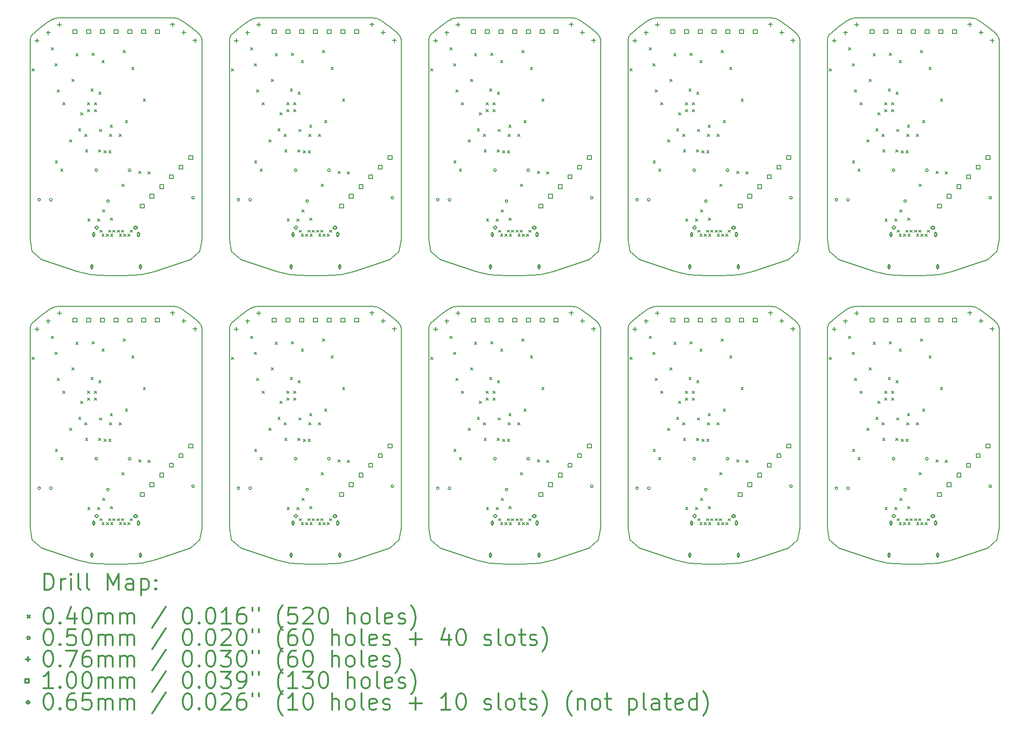
<source format=gbr>
%FSLAX45Y45*%
G04 Gerber Fmt 4.5, Leading zero omitted, Abs format (unit mm)*
G04 Created by KiCad (PCBNEW 4.0.6) date Fri Nov 17 14:04:37 2017*
%MOMM*%
%LPD*%
G01*
G04 APERTURE LIST*
%ADD10C,0.127000*%
%ADD11C,0.150000*%
%ADD12C,0.200000*%
%ADD13C,0.300000*%
G04 APERTURE END LIST*
D10*
D11*
X7480300Y-8834120D02*
X7759700Y-8834120D01*
X9207500Y-8166100D02*
X9169400Y-8382000D01*
X9169400Y-8382000D02*
X8994140Y-8534400D01*
X8994140Y-8534400D02*
X8336280Y-8757920D01*
X8336280Y-8757920D02*
X8089900Y-8818880D01*
X8089900Y-8818880D02*
X7759700Y-8834120D01*
X7150100Y-8818880D02*
X7480300Y-8834120D01*
X6903720Y-8757920D02*
X7150100Y-8818880D01*
X6245860Y-8534400D02*
X6903720Y-8757920D01*
X6070600Y-8382000D02*
X6245860Y-8534400D01*
X6032500Y-8166100D02*
X6070600Y-8382000D01*
X6032500Y-4470400D02*
X6032500Y-8166100D01*
X9207500Y-4470400D02*
X9207500Y-8166100D01*
X8661400Y-4064000D02*
X6578600Y-4064000D01*
X9207500Y-4470400D02*
X9194800Y-4419600D01*
X9194800Y-4419600D02*
X9169400Y-4381500D01*
X9169400Y-4381500D02*
X9105900Y-4318000D01*
X9105900Y-4318000D02*
X8991600Y-4229100D01*
X8991600Y-4229100D02*
X8839200Y-4114800D01*
X8839200Y-4114800D02*
X8750300Y-4076700D01*
X8750300Y-4076700D02*
X8661400Y-4064000D01*
X6489700Y-4076700D02*
X6578600Y-4064000D01*
X6400800Y-4114800D02*
X6489700Y-4076700D01*
X6248400Y-4229100D02*
X6400800Y-4114800D01*
X6134100Y-4318000D02*
X6248400Y-4229100D01*
X6070600Y-4381500D02*
X6134100Y-4318000D01*
X6045200Y-4419600D02*
X6070600Y-4381500D01*
X6032500Y-4470400D02*
X6045200Y-4419600D01*
X11163300Y-8834120D02*
X11442700Y-8834120D01*
X12890500Y-8166100D02*
X12852400Y-8382000D01*
X12852400Y-8382000D02*
X12677140Y-8534400D01*
X12677140Y-8534400D02*
X12019280Y-8757920D01*
X12019280Y-8757920D02*
X11772900Y-8818880D01*
X11772900Y-8818880D02*
X11442700Y-8834120D01*
X10833100Y-8818880D02*
X11163300Y-8834120D01*
X10586720Y-8757920D02*
X10833100Y-8818880D01*
X9928860Y-8534400D02*
X10586720Y-8757920D01*
X9753600Y-8382000D02*
X9928860Y-8534400D01*
X9715500Y-8166100D02*
X9753600Y-8382000D01*
X9715500Y-4470400D02*
X9715500Y-8166100D01*
X12890500Y-4470400D02*
X12890500Y-8166100D01*
X12344400Y-4064000D02*
X10261600Y-4064000D01*
X12890500Y-4470400D02*
X12877800Y-4419600D01*
X12877800Y-4419600D02*
X12852400Y-4381500D01*
X12852400Y-4381500D02*
X12788900Y-4318000D01*
X12788900Y-4318000D02*
X12674600Y-4229100D01*
X12674600Y-4229100D02*
X12522200Y-4114800D01*
X12522200Y-4114800D02*
X12433300Y-4076700D01*
X12433300Y-4076700D02*
X12344400Y-4064000D01*
X10172700Y-4076700D02*
X10261600Y-4064000D01*
X10083800Y-4114800D02*
X10172700Y-4076700D01*
X9931400Y-4229100D02*
X10083800Y-4114800D01*
X9817100Y-4318000D02*
X9931400Y-4229100D01*
X9753600Y-4381500D02*
X9817100Y-4318000D01*
X9728200Y-4419600D02*
X9753600Y-4381500D01*
X9715500Y-4470400D02*
X9728200Y-4419600D01*
X14846300Y-8834120D02*
X15125700Y-8834120D01*
X16573500Y-8166100D02*
X16535400Y-8382000D01*
X16535400Y-8382000D02*
X16360140Y-8534400D01*
X16360140Y-8534400D02*
X15702280Y-8757920D01*
X15702280Y-8757920D02*
X15455900Y-8818880D01*
X15455900Y-8818880D02*
X15125700Y-8834120D01*
X14516100Y-8818880D02*
X14846300Y-8834120D01*
X14269720Y-8757920D02*
X14516100Y-8818880D01*
X13611860Y-8534400D02*
X14269720Y-8757920D01*
X13436600Y-8382000D02*
X13611860Y-8534400D01*
X13398500Y-8166100D02*
X13436600Y-8382000D01*
X13398500Y-4470400D02*
X13398500Y-8166100D01*
X16573500Y-4470400D02*
X16573500Y-8166100D01*
X16027400Y-4064000D02*
X13944600Y-4064000D01*
X16573500Y-4470400D02*
X16560800Y-4419600D01*
X16560800Y-4419600D02*
X16535400Y-4381500D01*
X16535400Y-4381500D02*
X16471900Y-4318000D01*
X16471900Y-4318000D02*
X16357600Y-4229100D01*
X16357600Y-4229100D02*
X16205200Y-4114800D01*
X16205200Y-4114800D02*
X16116300Y-4076700D01*
X16116300Y-4076700D02*
X16027400Y-4064000D01*
X13855700Y-4076700D02*
X13944600Y-4064000D01*
X13766800Y-4114800D02*
X13855700Y-4076700D01*
X13614400Y-4229100D02*
X13766800Y-4114800D01*
X13500100Y-4318000D02*
X13614400Y-4229100D01*
X13436600Y-4381500D02*
X13500100Y-4318000D01*
X13411200Y-4419600D02*
X13436600Y-4381500D01*
X13398500Y-4470400D02*
X13411200Y-4419600D01*
X18529300Y-8834120D02*
X18808700Y-8834120D01*
X20256500Y-8166100D02*
X20218400Y-8382000D01*
X20218400Y-8382000D02*
X20043140Y-8534400D01*
X20043140Y-8534400D02*
X19385280Y-8757920D01*
X19385280Y-8757920D02*
X19138900Y-8818880D01*
X19138900Y-8818880D02*
X18808700Y-8834120D01*
X18199100Y-8818880D02*
X18529300Y-8834120D01*
X17952720Y-8757920D02*
X18199100Y-8818880D01*
X17294860Y-8534400D02*
X17952720Y-8757920D01*
X17119600Y-8382000D02*
X17294860Y-8534400D01*
X17081500Y-8166100D02*
X17119600Y-8382000D01*
X17081500Y-4470400D02*
X17081500Y-8166100D01*
X20256500Y-4470400D02*
X20256500Y-8166100D01*
X19710400Y-4064000D02*
X17627600Y-4064000D01*
X20256500Y-4470400D02*
X20243800Y-4419600D01*
X20243800Y-4419600D02*
X20218400Y-4381500D01*
X20218400Y-4381500D02*
X20154900Y-4318000D01*
X20154900Y-4318000D02*
X20040600Y-4229100D01*
X20040600Y-4229100D02*
X19888200Y-4114800D01*
X19888200Y-4114800D02*
X19799300Y-4076700D01*
X19799300Y-4076700D02*
X19710400Y-4064000D01*
X17538700Y-4076700D02*
X17627600Y-4064000D01*
X17449800Y-4114800D02*
X17538700Y-4076700D01*
X17297400Y-4229100D02*
X17449800Y-4114800D01*
X17183100Y-4318000D02*
X17297400Y-4229100D01*
X17119600Y-4381500D02*
X17183100Y-4318000D01*
X17094200Y-4419600D02*
X17119600Y-4381500D01*
X17081500Y-4470400D02*
X17094200Y-4419600D01*
X22212300Y-8834120D02*
X22491700Y-8834120D01*
X23939500Y-8166100D02*
X23901400Y-8382000D01*
X23901400Y-8382000D02*
X23726140Y-8534400D01*
X23726140Y-8534400D02*
X23068280Y-8757920D01*
X23068280Y-8757920D02*
X22821900Y-8818880D01*
X22821900Y-8818880D02*
X22491700Y-8834120D01*
X21882100Y-8818880D02*
X22212300Y-8834120D01*
X21635720Y-8757920D02*
X21882100Y-8818880D01*
X20977860Y-8534400D02*
X21635720Y-8757920D01*
X20802600Y-8382000D02*
X20977860Y-8534400D01*
X20764500Y-8166100D02*
X20802600Y-8382000D01*
X20764500Y-4470400D02*
X20764500Y-8166100D01*
X23939500Y-4470400D02*
X23939500Y-8166100D01*
X23393400Y-4064000D02*
X21310600Y-4064000D01*
X23939500Y-4470400D02*
X23926800Y-4419600D01*
X23926800Y-4419600D02*
X23901400Y-4381500D01*
X23901400Y-4381500D02*
X23837900Y-4318000D01*
X23837900Y-4318000D02*
X23723600Y-4229100D01*
X23723600Y-4229100D02*
X23571200Y-4114800D01*
X23571200Y-4114800D02*
X23482300Y-4076700D01*
X23482300Y-4076700D02*
X23393400Y-4064000D01*
X21221700Y-4076700D02*
X21310600Y-4064000D01*
X21132800Y-4114800D02*
X21221700Y-4076700D01*
X20980400Y-4229100D02*
X21132800Y-4114800D01*
X20866100Y-4318000D02*
X20980400Y-4229100D01*
X20802600Y-4381500D02*
X20866100Y-4318000D01*
X20777200Y-4419600D02*
X20802600Y-4381500D01*
X20764500Y-4470400D02*
X20777200Y-4419600D01*
X7480300Y-14168120D02*
X7759700Y-14168120D01*
X9207500Y-13500100D02*
X9169400Y-13716000D01*
X9169400Y-13716000D02*
X8994140Y-13868400D01*
X8994140Y-13868400D02*
X8336280Y-14091920D01*
X8336280Y-14091920D02*
X8089900Y-14152880D01*
X8089900Y-14152880D02*
X7759700Y-14168120D01*
X7150100Y-14152880D02*
X7480300Y-14168120D01*
X6903720Y-14091920D02*
X7150100Y-14152880D01*
X6245860Y-13868400D02*
X6903720Y-14091920D01*
X6070600Y-13716000D02*
X6245860Y-13868400D01*
X6032500Y-13500100D02*
X6070600Y-13716000D01*
X6032500Y-9804400D02*
X6032500Y-13500100D01*
X9207500Y-9804400D02*
X9207500Y-13500100D01*
X8661400Y-9398000D02*
X6578600Y-9398000D01*
X9207500Y-9804400D02*
X9194800Y-9753600D01*
X9194800Y-9753600D02*
X9169400Y-9715500D01*
X9169400Y-9715500D02*
X9105900Y-9652000D01*
X9105900Y-9652000D02*
X8991600Y-9563100D01*
X8991600Y-9563100D02*
X8839200Y-9448800D01*
X8839200Y-9448800D02*
X8750300Y-9410700D01*
X8750300Y-9410700D02*
X8661400Y-9398000D01*
X6489700Y-9410700D02*
X6578600Y-9398000D01*
X6400800Y-9448800D02*
X6489700Y-9410700D01*
X6248400Y-9563100D02*
X6400800Y-9448800D01*
X6134100Y-9652000D02*
X6248400Y-9563100D01*
X6070600Y-9715500D02*
X6134100Y-9652000D01*
X6045200Y-9753600D02*
X6070600Y-9715500D01*
X6032500Y-9804400D02*
X6045200Y-9753600D01*
X11163300Y-14168120D02*
X11442700Y-14168120D01*
X12890500Y-13500100D02*
X12852400Y-13716000D01*
X12852400Y-13716000D02*
X12677140Y-13868400D01*
X12677140Y-13868400D02*
X12019280Y-14091920D01*
X12019280Y-14091920D02*
X11772900Y-14152880D01*
X11772900Y-14152880D02*
X11442700Y-14168120D01*
X10833100Y-14152880D02*
X11163300Y-14168120D01*
X10586720Y-14091920D02*
X10833100Y-14152880D01*
X9928860Y-13868400D02*
X10586720Y-14091920D01*
X9753600Y-13716000D02*
X9928860Y-13868400D01*
X9715500Y-13500100D02*
X9753600Y-13716000D01*
X9715500Y-9804400D02*
X9715500Y-13500100D01*
X12890500Y-9804400D02*
X12890500Y-13500100D01*
X12344400Y-9398000D02*
X10261600Y-9398000D01*
X12890500Y-9804400D02*
X12877800Y-9753600D01*
X12877800Y-9753600D02*
X12852400Y-9715500D01*
X12852400Y-9715500D02*
X12788900Y-9652000D01*
X12788900Y-9652000D02*
X12674600Y-9563100D01*
X12674600Y-9563100D02*
X12522200Y-9448800D01*
X12522200Y-9448800D02*
X12433300Y-9410700D01*
X12433300Y-9410700D02*
X12344400Y-9398000D01*
X10172700Y-9410700D02*
X10261600Y-9398000D01*
X10083800Y-9448800D02*
X10172700Y-9410700D01*
X9931400Y-9563100D02*
X10083800Y-9448800D01*
X9817100Y-9652000D02*
X9931400Y-9563100D01*
X9753600Y-9715500D02*
X9817100Y-9652000D01*
X9728200Y-9753600D02*
X9753600Y-9715500D01*
X9715500Y-9804400D02*
X9728200Y-9753600D01*
X14846300Y-14168120D02*
X15125700Y-14168120D01*
X16573500Y-13500100D02*
X16535400Y-13716000D01*
X16535400Y-13716000D02*
X16360140Y-13868400D01*
X16360140Y-13868400D02*
X15702280Y-14091920D01*
X15702280Y-14091920D02*
X15455900Y-14152880D01*
X15455900Y-14152880D02*
X15125700Y-14168120D01*
X14516100Y-14152880D02*
X14846300Y-14168120D01*
X14269720Y-14091920D02*
X14516100Y-14152880D01*
X13611860Y-13868400D02*
X14269720Y-14091920D01*
X13436600Y-13716000D02*
X13611860Y-13868400D01*
X13398500Y-13500100D02*
X13436600Y-13716000D01*
X13398500Y-9804400D02*
X13398500Y-13500100D01*
X16573500Y-9804400D02*
X16573500Y-13500100D01*
X16027400Y-9398000D02*
X13944600Y-9398000D01*
X16573500Y-9804400D02*
X16560800Y-9753600D01*
X16560800Y-9753600D02*
X16535400Y-9715500D01*
X16535400Y-9715500D02*
X16471900Y-9652000D01*
X16471900Y-9652000D02*
X16357600Y-9563100D01*
X16357600Y-9563100D02*
X16205200Y-9448800D01*
X16205200Y-9448800D02*
X16116300Y-9410700D01*
X16116300Y-9410700D02*
X16027400Y-9398000D01*
X13855700Y-9410700D02*
X13944600Y-9398000D01*
X13766800Y-9448800D02*
X13855700Y-9410700D01*
X13614400Y-9563100D02*
X13766800Y-9448800D01*
X13500100Y-9652000D02*
X13614400Y-9563100D01*
X13436600Y-9715500D02*
X13500100Y-9652000D01*
X13411200Y-9753600D02*
X13436600Y-9715500D01*
X13398500Y-9804400D02*
X13411200Y-9753600D01*
X18529300Y-14168120D02*
X18808700Y-14168120D01*
X20256500Y-13500100D02*
X20218400Y-13716000D01*
X20218400Y-13716000D02*
X20043140Y-13868400D01*
X20043140Y-13868400D02*
X19385280Y-14091920D01*
X19385280Y-14091920D02*
X19138900Y-14152880D01*
X19138900Y-14152880D02*
X18808700Y-14168120D01*
X18199100Y-14152880D02*
X18529300Y-14168120D01*
X17952720Y-14091920D02*
X18199100Y-14152880D01*
X17294860Y-13868400D02*
X17952720Y-14091920D01*
X17119600Y-13716000D02*
X17294860Y-13868400D01*
X17081500Y-13500100D02*
X17119600Y-13716000D01*
X17081500Y-9804400D02*
X17081500Y-13500100D01*
X20256500Y-9804400D02*
X20256500Y-13500100D01*
X19710400Y-9398000D02*
X17627600Y-9398000D01*
X20256500Y-9804400D02*
X20243800Y-9753600D01*
X20243800Y-9753600D02*
X20218400Y-9715500D01*
X20218400Y-9715500D02*
X20154900Y-9652000D01*
X20154900Y-9652000D02*
X20040600Y-9563100D01*
X20040600Y-9563100D02*
X19888200Y-9448800D01*
X19888200Y-9448800D02*
X19799300Y-9410700D01*
X19799300Y-9410700D02*
X19710400Y-9398000D01*
X17538700Y-9410700D02*
X17627600Y-9398000D01*
X17449800Y-9448800D02*
X17538700Y-9410700D01*
X17297400Y-9563100D02*
X17449800Y-9448800D01*
X17183100Y-9652000D02*
X17297400Y-9563100D01*
X17119600Y-9715500D02*
X17183100Y-9652000D01*
X17094200Y-9753600D02*
X17119600Y-9715500D01*
X17081500Y-9804400D02*
X17094200Y-9753600D01*
X22212300Y-14168120D02*
X22491700Y-14168120D01*
X23939500Y-13500100D02*
X23901400Y-13716000D01*
X23901400Y-13716000D02*
X23726140Y-13868400D01*
X23726140Y-13868400D02*
X23068280Y-14091920D01*
X23068280Y-14091920D02*
X22821900Y-14152880D01*
X22821900Y-14152880D02*
X22491700Y-14168120D01*
X21882100Y-14152880D02*
X22212300Y-14168120D01*
X21635720Y-14091920D02*
X21882100Y-14152880D01*
X20977860Y-13868400D02*
X21635720Y-14091920D01*
X20802600Y-13716000D02*
X20977860Y-13868400D01*
X20764500Y-13500100D02*
X20802600Y-13716000D01*
X20764500Y-9804400D02*
X20764500Y-13500100D01*
X23939500Y-9804400D02*
X23939500Y-13500100D01*
X23393400Y-9398000D02*
X21310600Y-9398000D01*
X23939500Y-9804400D02*
X23926800Y-9753600D01*
X23926800Y-9753600D02*
X23901400Y-9715500D01*
X23901400Y-9715500D02*
X23837900Y-9652000D01*
X23837900Y-9652000D02*
X23723600Y-9563100D01*
X23723600Y-9563100D02*
X23571200Y-9448800D01*
X23571200Y-9448800D02*
X23482300Y-9410700D01*
X23482300Y-9410700D02*
X23393400Y-9398000D01*
X21221700Y-9410700D02*
X21310600Y-9398000D01*
X21132800Y-9448800D02*
X21221700Y-9410700D01*
X20980400Y-9563100D02*
X21132800Y-9448800D01*
X20866100Y-9652000D02*
X20980400Y-9563100D01*
X20802600Y-9715500D02*
X20866100Y-9652000D01*
X20777200Y-9753600D02*
X20802600Y-9715500D01*
X20764500Y-9804400D02*
X20777200Y-9753600D01*
D12*
X6065840Y-5004120D02*
X6105840Y-5044120D01*
X6105840Y-5004120D02*
X6065840Y-5044120D01*
X6065840Y-10338120D02*
X6105840Y-10378120D01*
X6105840Y-10338120D02*
X6065840Y-10378120D01*
X6426520Y-4615500D02*
X6466520Y-4655500D01*
X6466520Y-4615500D02*
X6426520Y-4655500D01*
X6426520Y-9949500D02*
X6466520Y-9989500D01*
X6466520Y-9949500D02*
X6426520Y-9989500D01*
X6488750Y-4913950D02*
X6528750Y-4953950D01*
X6528750Y-4913950D02*
X6488750Y-4953950D01*
X6488750Y-10247950D02*
X6528750Y-10287950D01*
X6528750Y-10247950D02*
X6488750Y-10287950D01*
X6495100Y-6711000D02*
X6535100Y-6751000D01*
X6535100Y-6711000D02*
X6495100Y-6751000D01*
X6495100Y-12045000D02*
X6535100Y-12085000D01*
X6535100Y-12045000D02*
X6495100Y-12085000D01*
X6535740Y-5397820D02*
X6575740Y-5437820D01*
X6575740Y-5397820D02*
X6535740Y-5437820D01*
X6535740Y-10731820D02*
X6575740Y-10771820D01*
X6575740Y-10731820D02*
X6535740Y-10771820D01*
X6596700Y-6863400D02*
X6636700Y-6903400D01*
X6636700Y-6863400D02*
X6596700Y-6903400D01*
X6596700Y-12197400D02*
X6636700Y-12237400D01*
X6636700Y-12197400D02*
X6596700Y-12237400D01*
X6634800Y-5631500D02*
X6674800Y-5671500D01*
X6674800Y-5631500D02*
X6634800Y-5671500D01*
X6634800Y-10965500D02*
X6674800Y-11005500D01*
X6674800Y-10965500D02*
X6634800Y-11005500D01*
X6761800Y-6317300D02*
X6801800Y-6357300D01*
X6801800Y-6317300D02*
X6761800Y-6357300D01*
X6761800Y-11651300D02*
X6801800Y-11691300D01*
X6801800Y-11651300D02*
X6761800Y-11691300D01*
X6807520Y-5204780D02*
X6847520Y-5244780D01*
X6847520Y-5204780D02*
X6807520Y-5244780D01*
X6807520Y-10538780D02*
X6847520Y-10578780D01*
X6847520Y-10538780D02*
X6807520Y-10578780D01*
X6876100Y-4729800D02*
X6916100Y-4769800D01*
X6916100Y-4729800D02*
X6876100Y-4769800D01*
X6876100Y-10063800D02*
X6916100Y-10103800D01*
X6916100Y-10063800D02*
X6876100Y-10103800D01*
X6926900Y-6114100D02*
X6966900Y-6154100D01*
X6966900Y-6114100D02*
X6926900Y-6154100D01*
X6926900Y-11448100D02*
X6966900Y-11488100D01*
X6966900Y-11448100D02*
X6926900Y-11488100D01*
X6965000Y-5822000D02*
X7005000Y-5862000D01*
X7005000Y-5822000D02*
X6965000Y-5862000D01*
X6965000Y-11156000D02*
X7005000Y-11196000D01*
X7005000Y-11156000D02*
X6965000Y-11196000D01*
X7041200Y-6215700D02*
X7081200Y-6255700D01*
X7081200Y-6215700D02*
X7041200Y-6255700D01*
X7041200Y-11549700D02*
X7081200Y-11589700D01*
X7081200Y-11549700D02*
X7041200Y-11589700D01*
X7053900Y-6507800D02*
X7093900Y-6547800D01*
X7093900Y-6507800D02*
X7053900Y-6547800D01*
X7053900Y-11841800D02*
X7093900Y-11881800D01*
X7093900Y-11841800D02*
X7053900Y-11881800D01*
X7092000Y-5631500D02*
X7132000Y-5671500D01*
X7132000Y-5631500D02*
X7092000Y-5671500D01*
X7092000Y-5758500D02*
X7132000Y-5798500D01*
X7132000Y-5758500D02*
X7092000Y-5798500D01*
X7092000Y-10965500D02*
X7132000Y-11005500D01*
X7132000Y-10965500D02*
X7092000Y-11005500D01*
X7092000Y-11092500D02*
X7132000Y-11132500D01*
X7132000Y-11092500D02*
X7092000Y-11132500D01*
X7097080Y-7782880D02*
X7137080Y-7822880D01*
X7137080Y-7782880D02*
X7097080Y-7822880D01*
X7097080Y-13116880D02*
X7137080Y-13156880D01*
X7137080Y-13116880D02*
X7097080Y-13156880D01*
X7155500Y-5377500D02*
X7195500Y-5417500D01*
X7195500Y-5377500D02*
X7155500Y-5417500D01*
X7155500Y-10711500D02*
X7195500Y-10751500D01*
X7195500Y-10711500D02*
X7155500Y-10751500D01*
X7175820Y-4717100D02*
X7215820Y-4757100D01*
X7215820Y-4717100D02*
X7175820Y-4757100D01*
X7175820Y-10051100D02*
X7215820Y-10091100D01*
X7215820Y-10051100D02*
X7175820Y-10091100D01*
X7219000Y-5631500D02*
X7259000Y-5671500D01*
X7259000Y-5631500D02*
X7219000Y-5671500D01*
X7219000Y-5758500D02*
X7259000Y-5798500D01*
X7259000Y-5758500D02*
X7219000Y-5798500D01*
X7219000Y-10965500D02*
X7259000Y-11005500D01*
X7259000Y-10965500D02*
X7219000Y-11005500D01*
X7219000Y-11092500D02*
X7259000Y-11132500D01*
X7259000Y-11092500D02*
X7219000Y-11132500D01*
X7279960Y-7782880D02*
X7319960Y-7822880D01*
X7319960Y-7782880D02*
X7279960Y-7822880D01*
X7279960Y-13116880D02*
X7319960Y-13156880D01*
X7319960Y-13116880D02*
X7279960Y-13156880D01*
X7295200Y-6507800D02*
X7335200Y-6547800D01*
X7335200Y-6507800D02*
X7295200Y-6547800D01*
X7295200Y-11841800D02*
X7335200Y-11881800D01*
X7335200Y-11841800D02*
X7295200Y-11881800D01*
X7300280Y-5438460D02*
X7340280Y-5478460D01*
X7340280Y-5438460D02*
X7300280Y-5478460D01*
X7300280Y-10772460D02*
X7340280Y-10812460D01*
X7340280Y-10772460D02*
X7300280Y-10812460D01*
X7310440Y-6129340D02*
X7350440Y-6169340D01*
X7350440Y-6129340D02*
X7310440Y-6169340D01*
X7310440Y-11463340D02*
X7350440Y-11503340D01*
X7350440Y-11463340D02*
X7310440Y-11503340D01*
X7320000Y-7991000D02*
X7360000Y-8031000D01*
X7360000Y-7991000D02*
X7320000Y-8031000D01*
X7320000Y-13325000D02*
X7360000Y-13365000D01*
X7360000Y-13325000D02*
X7320000Y-13365000D01*
X7358700Y-4856800D02*
X7398700Y-4896800D01*
X7398700Y-4856800D02*
X7358700Y-4896800D01*
X7358700Y-10190800D02*
X7398700Y-10230800D01*
X7398700Y-10190800D02*
X7358700Y-10230800D01*
X7360000Y-8061000D02*
X7400000Y-8101000D01*
X7400000Y-8061000D02*
X7360000Y-8101000D01*
X7360000Y-13395000D02*
X7400000Y-13435000D01*
X7400000Y-13395000D02*
X7360000Y-13435000D01*
X7371400Y-7612700D02*
X7411400Y-7652700D01*
X7411400Y-7612700D02*
X7371400Y-7652700D01*
X7371400Y-12946700D02*
X7411400Y-12986700D01*
X7411400Y-12946700D02*
X7371400Y-12986700D01*
X7396800Y-6525580D02*
X7436800Y-6565580D01*
X7436800Y-6525580D02*
X7396800Y-6565580D01*
X7396800Y-11859580D02*
X7436800Y-11899580D01*
X7436800Y-11859580D02*
X7396800Y-11899580D01*
X7440000Y-8061000D02*
X7480000Y-8101000D01*
X7480000Y-8061000D02*
X7440000Y-8101000D01*
X7440000Y-13395000D02*
X7480000Y-13435000D01*
X7480000Y-13395000D02*
X7440000Y-13435000D01*
X7480000Y-7991000D02*
X7520000Y-8031000D01*
X7520000Y-7991000D02*
X7480000Y-8031000D01*
X7480000Y-13325000D02*
X7520000Y-13365000D01*
X7520000Y-13325000D02*
X7480000Y-13365000D01*
X7485700Y-6520500D02*
X7525700Y-6560500D01*
X7525700Y-6520500D02*
X7485700Y-6560500D01*
X7485700Y-11854500D02*
X7525700Y-11894500D01*
X7525700Y-11854500D02*
X7485700Y-11894500D01*
X7498400Y-6215700D02*
X7538400Y-6255700D01*
X7538400Y-6215700D02*
X7498400Y-6255700D01*
X7498400Y-11549700D02*
X7538400Y-11589700D01*
X7538400Y-11549700D02*
X7498400Y-11589700D01*
X7511100Y-6050600D02*
X7551100Y-6090600D01*
X7551100Y-6050600D02*
X7511100Y-6090600D01*
X7511100Y-11384600D02*
X7551100Y-11424600D01*
X7551100Y-11384600D02*
X7511100Y-11424600D01*
X7517450Y-7765100D02*
X7557450Y-7805100D01*
X7557450Y-7765100D02*
X7517450Y-7805100D01*
X7517450Y-13099100D02*
X7557450Y-13139100D01*
X7557450Y-13099100D02*
X7517450Y-13139100D01*
X7520000Y-8061000D02*
X7560000Y-8101000D01*
X7560000Y-8061000D02*
X7520000Y-8101000D01*
X7520000Y-13395000D02*
X7560000Y-13435000D01*
X7560000Y-13395000D02*
X7520000Y-13435000D01*
X7560000Y-7991000D02*
X7600000Y-8031000D01*
X7600000Y-7991000D02*
X7560000Y-8031000D01*
X7560000Y-13325000D02*
X7600000Y-13365000D01*
X7600000Y-13325000D02*
X7560000Y-13365000D01*
X7640000Y-7991000D02*
X7680000Y-8031000D01*
X7680000Y-7991000D02*
X7640000Y-8031000D01*
X7640000Y-13325000D02*
X7680000Y-13365000D01*
X7680000Y-13325000D02*
X7640000Y-13365000D01*
X7676200Y-6215700D02*
X7716200Y-6255700D01*
X7716200Y-6215700D02*
X7676200Y-6255700D01*
X7676200Y-11549700D02*
X7716200Y-11589700D01*
X7716200Y-11549700D02*
X7676200Y-11589700D01*
X7680000Y-8061000D02*
X7720000Y-8101000D01*
X7720000Y-8061000D02*
X7680000Y-8101000D01*
X7680000Y-13395000D02*
X7720000Y-13435000D01*
X7720000Y-13395000D02*
X7680000Y-13435000D01*
X7720000Y-7991000D02*
X7760000Y-8031000D01*
X7760000Y-7991000D02*
X7720000Y-8031000D01*
X7720000Y-13325000D02*
X7760000Y-13365000D01*
X7760000Y-13325000D02*
X7720000Y-13365000D01*
X7727000Y-7142800D02*
X7767000Y-7182800D01*
X7767000Y-7142800D02*
X7727000Y-7182800D01*
X7727000Y-12476800D02*
X7767000Y-12516800D01*
X7767000Y-12476800D02*
X7727000Y-12516800D01*
X7749860Y-4668840D02*
X7789860Y-4708840D01*
X7789860Y-4668840D02*
X7749860Y-4708840D01*
X7749860Y-10002840D02*
X7789860Y-10042840D01*
X7789860Y-10002840D02*
X7749860Y-10042840D01*
X7760000Y-8061000D02*
X7800000Y-8101000D01*
X7800000Y-8061000D02*
X7760000Y-8101000D01*
X7760000Y-13395000D02*
X7800000Y-13435000D01*
X7800000Y-13395000D02*
X7760000Y-13435000D01*
X7790500Y-5961700D02*
X7830500Y-6001700D01*
X7830500Y-5961700D02*
X7790500Y-6001700D01*
X7790500Y-11295700D02*
X7830500Y-11335700D01*
X7830500Y-11295700D02*
X7790500Y-11335700D01*
X7840000Y-8061000D02*
X7880000Y-8101000D01*
X7880000Y-8061000D02*
X7840000Y-8101000D01*
X7840000Y-13395000D02*
X7880000Y-13435000D01*
X7880000Y-13395000D02*
X7840000Y-13435000D01*
X7880000Y-7991000D02*
X7920000Y-8031000D01*
X7920000Y-7991000D02*
X7880000Y-8031000D01*
X7880000Y-13325000D02*
X7920000Y-13365000D01*
X7920000Y-13325000D02*
X7880000Y-13365000D01*
X7909880Y-4978720D02*
X7949880Y-5018720D01*
X7949880Y-4978720D02*
X7909880Y-5018720D01*
X7909880Y-10312720D02*
X7949880Y-10352720D01*
X7949880Y-10312720D02*
X7909880Y-10352720D01*
X8041960Y-6906580D02*
X8081960Y-6946580D01*
X8081960Y-6906580D02*
X8041960Y-6946580D01*
X8041960Y-12240580D02*
X8081960Y-12280580D01*
X8081960Y-12240580D02*
X8041960Y-12280580D01*
X8120700Y-5568000D02*
X8160700Y-5608000D01*
X8160700Y-5568000D02*
X8120700Y-5608000D01*
X8120700Y-10902000D02*
X8160700Y-10942000D01*
X8160700Y-10902000D02*
X8120700Y-10942000D01*
X8207060Y-6911660D02*
X8247060Y-6951660D01*
X8247060Y-6911660D02*
X8207060Y-6951660D01*
X8207060Y-12245660D02*
X8247060Y-12285660D01*
X8247060Y-12245660D02*
X8207060Y-12285660D01*
X9748840Y-5004120D02*
X9788840Y-5044120D01*
X9788840Y-5004120D02*
X9748840Y-5044120D01*
X9748840Y-10338120D02*
X9788840Y-10378120D01*
X9788840Y-10338120D02*
X9748840Y-10378120D01*
X10109520Y-4615500D02*
X10149520Y-4655500D01*
X10149520Y-4615500D02*
X10109520Y-4655500D01*
X10109520Y-9949500D02*
X10149520Y-9989500D01*
X10149520Y-9949500D02*
X10109520Y-9989500D01*
X10171750Y-4913950D02*
X10211750Y-4953950D01*
X10211750Y-4913950D02*
X10171750Y-4953950D01*
X10171750Y-10247950D02*
X10211750Y-10287950D01*
X10211750Y-10247950D02*
X10171750Y-10287950D01*
X10178100Y-6711000D02*
X10218100Y-6751000D01*
X10218100Y-6711000D02*
X10178100Y-6751000D01*
X10178100Y-12045000D02*
X10218100Y-12085000D01*
X10218100Y-12045000D02*
X10178100Y-12085000D01*
X10218740Y-5397820D02*
X10258740Y-5437820D01*
X10258740Y-5397820D02*
X10218740Y-5437820D01*
X10218740Y-10731820D02*
X10258740Y-10771820D01*
X10258740Y-10731820D02*
X10218740Y-10771820D01*
X10279700Y-6863400D02*
X10319700Y-6903400D01*
X10319700Y-6863400D02*
X10279700Y-6903400D01*
X10279700Y-12197400D02*
X10319700Y-12237400D01*
X10319700Y-12197400D02*
X10279700Y-12237400D01*
X10317800Y-5631500D02*
X10357800Y-5671500D01*
X10357800Y-5631500D02*
X10317800Y-5671500D01*
X10317800Y-10965500D02*
X10357800Y-11005500D01*
X10357800Y-10965500D02*
X10317800Y-11005500D01*
X10444800Y-6317300D02*
X10484800Y-6357300D01*
X10484800Y-6317300D02*
X10444800Y-6357300D01*
X10444800Y-11651300D02*
X10484800Y-11691300D01*
X10484800Y-11651300D02*
X10444800Y-11691300D01*
X10490520Y-5204780D02*
X10530520Y-5244780D01*
X10530520Y-5204780D02*
X10490520Y-5244780D01*
X10490520Y-10538780D02*
X10530520Y-10578780D01*
X10530520Y-10538780D02*
X10490520Y-10578780D01*
X10559100Y-4729800D02*
X10599100Y-4769800D01*
X10599100Y-4729800D02*
X10559100Y-4769800D01*
X10559100Y-10063800D02*
X10599100Y-10103800D01*
X10599100Y-10063800D02*
X10559100Y-10103800D01*
X10609900Y-6114100D02*
X10649900Y-6154100D01*
X10649900Y-6114100D02*
X10609900Y-6154100D01*
X10609900Y-11448100D02*
X10649900Y-11488100D01*
X10649900Y-11448100D02*
X10609900Y-11488100D01*
X10648000Y-5822000D02*
X10688000Y-5862000D01*
X10688000Y-5822000D02*
X10648000Y-5862000D01*
X10648000Y-11156000D02*
X10688000Y-11196000D01*
X10688000Y-11156000D02*
X10648000Y-11196000D01*
X10724200Y-6215700D02*
X10764200Y-6255700D01*
X10764200Y-6215700D02*
X10724200Y-6255700D01*
X10724200Y-11549700D02*
X10764200Y-11589700D01*
X10764200Y-11549700D02*
X10724200Y-11589700D01*
X10736900Y-6507800D02*
X10776900Y-6547800D01*
X10776900Y-6507800D02*
X10736900Y-6547800D01*
X10736900Y-11841800D02*
X10776900Y-11881800D01*
X10776900Y-11841800D02*
X10736900Y-11881800D01*
X10775000Y-5631500D02*
X10815000Y-5671500D01*
X10815000Y-5631500D02*
X10775000Y-5671500D01*
X10775000Y-5758500D02*
X10815000Y-5798500D01*
X10815000Y-5758500D02*
X10775000Y-5798500D01*
X10775000Y-10965500D02*
X10815000Y-11005500D01*
X10815000Y-10965500D02*
X10775000Y-11005500D01*
X10775000Y-11092500D02*
X10815000Y-11132500D01*
X10815000Y-11092500D02*
X10775000Y-11132500D01*
X10780080Y-7782880D02*
X10820080Y-7822880D01*
X10820080Y-7782880D02*
X10780080Y-7822880D01*
X10780080Y-13116880D02*
X10820080Y-13156880D01*
X10820080Y-13116880D02*
X10780080Y-13156880D01*
X10838500Y-5377500D02*
X10878500Y-5417500D01*
X10878500Y-5377500D02*
X10838500Y-5417500D01*
X10838500Y-10711500D02*
X10878500Y-10751500D01*
X10878500Y-10711500D02*
X10838500Y-10751500D01*
X10858820Y-4717100D02*
X10898820Y-4757100D01*
X10898820Y-4717100D02*
X10858820Y-4757100D01*
X10858820Y-10051100D02*
X10898820Y-10091100D01*
X10898820Y-10051100D02*
X10858820Y-10091100D01*
X10902000Y-5631500D02*
X10942000Y-5671500D01*
X10942000Y-5631500D02*
X10902000Y-5671500D01*
X10902000Y-5758500D02*
X10942000Y-5798500D01*
X10942000Y-5758500D02*
X10902000Y-5798500D01*
X10902000Y-10965500D02*
X10942000Y-11005500D01*
X10942000Y-10965500D02*
X10902000Y-11005500D01*
X10902000Y-11092500D02*
X10942000Y-11132500D01*
X10942000Y-11092500D02*
X10902000Y-11132500D01*
X10962960Y-7782880D02*
X11002960Y-7822880D01*
X11002960Y-7782880D02*
X10962960Y-7822880D01*
X10962960Y-13116880D02*
X11002960Y-13156880D01*
X11002960Y-13116880D02*
X10962960Y-13156880D01*
X10978200Y-6507800D02*
X11018200Y-6547800D01*
X11018200Y-6507800D02*
X10978200Y-6547800D01*
X10978200Y-11841800D02*
X11018200Y-11881800D01*
X11018200Y-11841800D02*
X10978200Y-11881800D01*
X10983280Y-5438460D02*
X11023280Y-5478460D01*
X11023280Y-5438460D02*
X10983280Y-5478460D01*
X10983280Y-10772460D02*
X11023280Y-10812460D01*
X11023280Y-10772460D02*
X10983280Y-10812460D01*
X10993440Y-6129340D02*
X11033440Y-6169340D01*
X11033440Y-6129340D02*
X10993440Y-6169340D01*
X10993440Y-11463340D02*
X11033440Y-11503340D01*
X11033440Y-11463340D02*
X10993440Y-11503340D01*
X11003000Y-7991000D02*
X11043000Y-8031000D01*
X11043000Y-7991000D02*
X11003000Y-8031000D01*
X11003000Y-13325000D02*
X11043000Y-13365000D01*
X11043000Y-13325000D02*
X11003000Y-13365000D01*
X11041700Y-4856800D02*
X11081700Y-4896800D01*
X11081700Y-4856800D02*
X11041700Y-4896800D01*
X11041700Y-10190800D02*
X11081700Y-10230800D01*
X11081700Y-10190800D02*
X11041700Y-10230800D01*
X11043000Y-8061000D02*
X11083000Y-8101000D01*
X11083000Y-8061000D02*
X11043000Y-8101000D01*
X11043000Y-13395000D02*
X11083000Y-13435000D01*
X11083000Y-13395000D02*
X11043000Y-13435000D01*
X11054400Y-7612700D02*
X11094400Y-7652700D01*
X11094400Y-7612700D02*
X11054400Y-7652700D01*
X11054400Y-12946700D02*
X11094400Y-12986700D01*
X11094400Y-12946700D02*
X11054400Y-12986700D01*
X11079800Y-6525580D02*
X11119800Y-6565580D01*
X11119800Y-6525580D02*
X11079800Y-6565580D01*
X11079800Y-11859580D02*
X11119800Y-11899580D01*
X11119800Y-11859580D02*
X11079800Y-11899580D01*
X11123000Y-8061000D02*
X11163000Y-8101000D01*
X11163000Y-8061000D02*
X11123000Y-8101000D01*
X11123000Y-13395000D02*
X11163000Y-13435000D01*
X11163000Y-13395000D02*
X11123000Y-13435000D01*
X11163000Y-7991000D02*
X11203000Y-8031000D01*
X11203000Y-7991000D02*
X11163000Y-8031000D01*
X11163000Y-13325000D02*
X11203000Y-13365000D01*
X11203000Y-13325000D02*
X11163000Y-13365000D01*
X11168700Y-6520500D02*
X11208700Y-6560500D01*
X11208700Y-6520500D02*
X11168700Y-6560500D01*
X11168700Y-11854500D02*
X11208700Y-11894500D01*
X11208700Y-11854500D02*
X11168700Y-11894500D01*
X11181400Y-6215700D02*
X11221400Y-6255700D01*
X11221400Y-6215700D02*
X11181400Y-6255700D01*
X11181400Y-11549700D02*
X11221400Y-11589700D01*
X11221400Y-11549700D02*
X11181400Y-11589700D01*
X11194100Y-6050600D02*
X11234100Y-6090600D01*
X11234100Y-6050600D02*
X11194100Y-6090600D01*
X11194100Y-11384600D02*
X11234100Y-11424600D01*
X11234100Y-11384600D02*
X11194100Y-11424600D01*
X11200450Y-7765100D02*
X11240450Y-7805100D01*
X11240450Y-7765100D02*
X11200450Y-7805100D01*
X11200450Y-13099100D02*
X11240450Y-13139100D01*
X11240450Y-13099100D02*
X11200450Y-13139100D01*
X11203000Y-8061000D02*
X11243000Y-8101000D01*
X11243000Y-8061000D02*
X11203000Y-8101000D01*
X11203000Y-13395000D02*
X11243000Y-13435000D01*
X11243000Y-13395000D02*
X11203000Y-13435000D01*
X11243000Y-7991000D02*
X11283000Y-8031000D01*
X11283000Y-7991000D02*
X11243000Y-8031000D01*
X11243000Y-13325000D02*
X11283000Y-13365000D01*
X11283000Y-13325000D02*
X11243000Y-13365000D01*
X11323000Y-7991000D02*
X11363000Y-8031000D01*
X11363000Y-7991000D02*
X11323000Y-8031000D01*
X11323000Y-13325000D02*
X11363000Y-13365000D01*
X11363000Y-13325000D02*
X11323000Y-13365000D01*
X11359200Y-6215700D02*
X11399200Y-6255700D01*
X11399200Y-6215700D02*
X11359200Y-6255700D01*
X11359200Y-11549700D02*
X11399200Y-11589700D01*
X11399200Y-11549700D02*
X11359200Y-11589700D01*
X11363000Y-8061000D02*
X11403000Y-8101000D01*
X11403000Y-8061000D02*
X11363000Y-8101000D01*
X11363000Y-13395000D02*
X11403000Y-13435000D01*
X11403000Y-13395000D02*
X11363000Y-13435000D01*
X11403000Y-7991000D02*
X11443000Y-8031000D01*
X11443000Y-7991000D02*
X11403000Y-8031000D01*
X11403000Y-13325000D02*
X11443000Y-13365000D01*
X11443000Y-13325000D02*
X11403000Y-13365000D01*
X11410000Y-7142800D02*
X11450000Y-7182800D01*
X11450000Y-7142800D02*
X11410000Y-7182800D01*
X11410000Y-12476800D02*
X11450000Y-12516800D01*
X11450000Y-12476800D02*
X11410000Y-12516800D01*
X11432860Y-4668840D02*
X11472860Y-4708840D01*
X11472860Y-4668840D02*
X11432860Y-4708840D01*
X11432860Y-10002840D02*
X11472860Y-10042840D01*
X11472860Y-10002840D02*
X11432860Y-10042840D01*
X11443000Y-8061000D02*
X11483000Y-8101000D01*
X11483000Y-8061000D02*
X11443000Y-8101000D01*
X11443000Y-13395000D02*
X11483000Y-13435000D01*
X11483000Y-13395000D02*
X11443000Y-13435000D01*
X11473500Y-5961700D02*
X11513500Y-6001700D01*
X11513500Y-5961700D02*
X11473500Y-6001700D01*
X11473500Y-11295700D02*
X11513500Y-11335700D01*
X11513500Y-11295700D02*
X11473500Y-11335700D01*
X11523000Y-8061000D02*
X11563000Y-8101000D01*
X11563000Y-8061000D02*
X11523000Y-8101000D01*
X11523000Y-13395000D02*
X11563000Y-13435000D01*
X11563000Y-13395000D02*
X11523000Y-13435000D01*
X11563000Y-7991000D02*
X11603000Y-8031000D01*
X11603000Y-7991000D02*
X11563000Y-8031000D01*
X11563000Y-13325000D02*
X11603000Y-13365000D01*
X11603000Y-13325000D02*
X11563000Y-13365000D01*
X11592880Y-4978720D02*
X11632880Y-5018720D01*
X11632880Y-4978720D02*
X11592880Y-5018720D01*
X11592880Y-10312720D02*
X11632880Y-10352720D01*
X11632880Y-10312720D02*
X11592880Y-10352720D01*
X11724960Y-6906580D02*
X11764960Y-6946580D01*
X11764960Y-6906580D02*
X11724960Y-6946580D01*
X11724960Y-12240580D02*
X11764960Y-12280580D01*
X11764960Y-12240580D02*
X11724960Y-12280580D01*
X11803700Y-5568000D02*
X11843700Y-5608000D01*
X11843700Y-5568000D02*
X11803700Y-5608000D01*
X11803700Y-10902000D02*
X11843700Y-10942000D01*
X11843700Y-10902000D02*
X11803700Y-10942000D01*
X11890060Y-6911660D02*
X11930060Y-6951660D01*
X11930060Y-6911660D02*
X11890060Y-6951660D01*
X11890060Y-12245660D02*
X11930060Y-12285660D01*
X11930060Y-12245660D02*
X11890060Y-12285660D01*
X13431840Y-5004120D02*
X13471840Y-5044120D01*
X13471840Y-5004120D02*
X13431840Y-5044120D01*
X13431840Y-10338120D02*
X13471840Y-10378120D01*
X13471840Y-10338120D02*
X13431840Y-10378120D01*
X13792520Y-4615500D02*
X13832520Y-4655500D01*
X13832520Y-4615500D02*
X13792520Y-4655500D01*
X13792520Y-9949500D02*
X13832520Y-9989500D01*
X13832520Y-9949500D02*
X13792520Y-9989500D01*
X13854750Y-4913950D02*
X13894750Y-4953950D01*
X13894750Y-4913950D02*
X13854750Y-4953950D01*
X13854750Y-10247950D02*
X13894750Y-10287950D01*
X13894750Y-10247950D02*
X13854750Y-10287950D01*
X13861100Y-6711000D02*
X13901100Y-6751000D01*
X13901100Y-6711000D02*
X13861100Y-6751000D01*
X13861100Y-12045000D02*
X13901100Y-12085000D01*
X13901100Y-12045000D02*
X13861100Y-12085000D01*
X13901740Y-5397820D02*
X13941740Y-5437820D01*
X13941740Y-5397820D02*
X13901740Y-5437820D01*
X13901740Y-10731820D02*
X13941740Y-10771820D01*
X13941740Y-10731820D02*
X13901740Y-10771820D01*
X13962700Y-6863400D02*
X14002700Y-6903400D01*
X14002700Y-6863400D02*
X13962700Y-6903400D01*
X13962700Y-12197400D02*
X14002700Y-12237400D01*
X14002700Y-12197400D02*
X13962700Y-12237400D01*
X14000800Y-5631500D02*
X14040800Y-5671500D01*
X14040800Y-5631500D02*
X14000800Y-5671500D01*
X14000800Y-10965500D02*
X14040800Y-11005500D01*
X14040800Y-10965500D02*
X14000800Y-11005500D01*
X14127800Y-6317300D02*
X14167800Y-6357300D01*
X14167800Y-6317300D02*
X14127800Y-6357300D01*
X14127800Y-11651300D02*
X14167800Y-11691300D01*
X14167800Y-11651300D02*
X14127800Y-11691300D01*
X14173520Y-5204780D02*
X14213520Y-5244780D01*
X14213520Y-5204780D02*
X14173520Y-5244780D01*
X14173520Y-10538780D02*
X14213520Y-10578780D01*
X14213520Y-10538780D02*
X14173520Y-10578780D01*
X14242100Y-4729800D02*
X14282100Y-4769800D01*
X14282100Y-4729800D02*
X14242100Y-4769800D01*
X14242100Y-10063800D02*
X14282100Y-10103800D01*
X14282100Y-10063800D02*
X14242100Y-10103800D01*
X14292900Y-6114100D02*
X14332900Y-6154100D01*
X14332900Y-6114100D02*
X14292900Y-6154100D01*
X14292900Y-11448100D02*
X14332900Y-11488100D01*
X14332900Y-11448100D02*
X14292900Y-11488100D01*
X14331000Y-5822000D02*
X14371000Y-5862000D01*
X14371000Y-5822000D02*
X14331000Y-5862000D01*
X14331000Y-11156000D02*
X14371000Y-11196000D01*
X14371000Y-11156000D02*
X14331000Y-11196000D01*
X14407200Y-6215700D02*
X14447200Y-6255700D01*
X14447200Y-6215700D02*
X14407200Y-6255700D01*
X14407200Y-11549700D02*
X14447200Y-11589700D01*
X14447200Y-11549700D02*
X14407200Y-11589700D01*
X14419900Y-6507800D02*
X14459900Y-6547800D01*
X14459900Y-6507800D02*
X14419900Y-6547800D01*
X14419900Y-11841800D02*
X14459900Y-11881800D01*
X14459900Y-11841800D02*
X14419900Y-11881800D01*
X14458000Y-5631500D02*
X14498000Y-5671500D01*
X14498000Y-5631500D02*
X14458000Y-5671500D01*
X14458000Y-5758500D02*
X14498000Y-5798500D01*
X14498000Y-5758500D02*
X14458000Y-5798500D01*
X14458000Y-10965500D02*
X14498000Y-11005500D01*
X14498000Y-10965500D02*
X14458000Y-11005500D01*
X14458000Y-11092500D02*
X14498000Y-11132500D01*
X14498000Y-11092500D02*
X14458000Y-11132500D01*
X14463080Y-7782880D02*
X14503080Y-7822880D01*
X14503080Y-7782880D02*
X14463080Y-7822880D01*
X14463080Y-13116880D02*
X14503080Y-13156880D01*
X14503080Y-13116880D02*
X14463080Y-13156880D01*
X14521500Y-5377500D02*
X14561500Y-5417500D01*
X14561500Y-5377500D02*
X14521500Y-5417500D01*
X14521500Y-10711500D02*
X14561500Y-10751500D01*
X14561500Y-10711500D02*
X14521500Y-10751500D01*
X14541820Y-4717100D02*
X14581820Y-4757100D01*
X14581820Y-4717100D02*
X14541820Y-4757100D01*
X14541820Y-10051100D02*
X14581820Y-10091100D01*
X14581820Y-10051100D02*
X14541820Y-10091100D01*
X14585000Y-5631500D02*
X14625000Y-5671500D01*
X14625000Y-5631500D02*
X14585000Y-5671500D01*
X14585000Y-5758500D02*
X14625000Y-5798500D01*
X14625000Y-5758500D02*
X14585000Y-5798500D01*
X14585000Y-10965500D02*
X14625000Y-11005500D01*
X14625000Y-10965500D02*
X14585000Y-11005500D01*
X14585000Y-11092500D02*
X14625000Y-11132500D01*
X14625000Y-11092500D02*
X14585000Y-11132500D01*
X14645960Y-7782880D02*
X14685960Y-7822880D01*
X14685960Y-7782880D02*
X14645960Y-7822880D01*
X14645960Y-13116880D02*
X14685960Y-13156880D01*
X14685960Y-13116880D02*
X14645960Y-13156880D01*
X14661200Y-6507800D02*
X14701200Y-6547800D01*
X14701200Y-6507800D02*
X14661200Y-6547800D01*
X14661200Y-11841800D02*
X14701200Y-11881800D01*
X14701200Y-11841800D02*
X14661200Y-11881800D01*
X14666280Y-5438460D02*
X14706280Y-5478460D01*
X14706280Y-5438460D02*
X14666280Y-5478460D01*
X14666280Y-10772460D02*
X14706280Y-10812460D01*
X14706280Y-10772460D02*
X14666280Y-10812460D01*
X14676440Y-6129340D02*
X14716440Y-6169340D01*
X14716440Y-6129340D02*
X14676440Y-6169340D01*
X14676440Y-11463340D02*
X14716440Y-11503340D01*
X14716440Y-11463340D02*
X14676440Y-11503340D01*
X14686000Y-7991000D02*
X14726000Y-8031000D01*
X14726000Y-7991000D02*
X14686000Y-8031000D01*
X14686000Y-13325000D02*
X14726000Y-13365000D01*
X14726000Y-13325000D02*
X14686000Y-13365000D01*
X14724700Y-4856800D02*
X14764700Y-4896800D01*
X14764700Y-4856800D02*
X14724700Y-4896800D01*
X14724700Y-10190800D02*
X14764700Y-10230800D01*
X14764700Y-10190800D02*
X14724700Y-10230800D01*
X14726000Y-8061000D02*
X14766000Y-8101000D01*
X14766000Y-8061000D02*
X14726000Y-8101000D01*
X14726000Y-13395000D02*
X14766000Y-13435000D01*
X14766000Y-13395000D02*
X14726000Y-13435000D01*
X14737400Y-7612700D02*
X14777400Y-7652700D01*
X14777400Y-7612700D02*
X14737400Y-7652700D01*
X14737400Y-12946700D02*
X14777400Y-12986700D01*
X14777400Y-12946700D02*
X14737400Y-12986700D01*
X14762800Y-6525580D02*
X14802800Y-6565580D01*
X14802800Y-6525580D02*
X14762800Y-6565580D01*
X14762800Y-11859580D02*
X14802800Y-11899580D01*
X14802800Y-11859580D02*
X14762800Y-11899580D01*
X14806000Y-8061000D02*
X14846000Y-8101000D01*
X14846000Y-8061000D02*
X14806000Y-8101000D01*
X14806000Y-13395000D02*
X14846000Y-13435000D01*
X14846000Y-13395000D02*
X14806000Y-13435000D01*
X14846000Y-7991000D02*
X14886000Y-8031000D01*
X14886000Y-7991000D02*
X14846000Y-8031000D01*
X14846000Y-13325000D02*
X14886000Y-13365000D01*
X14886000Y-13325000D02*
X14846000Y-13365000D01*
X14851700Y-6520500D02*
X14891700Y-6560500D01*
X14891700Y-6520500D02*
X14851700Y-6560500D01*
X14851700Y-11854500D02*
X14891700Y-11894500D01*
X14891700Y-11854500D02*
X14851700Y-11894500D01*
X14864400Y-6215700D02*
X14904400Y-6255700D01*
X14904400Y-6215700D02*
X14864400Y-6255700D01*
X14864400Y-11549700D02*
X14904400Y-11589700D01*
X14904400Y-11549700D02*
X14864400Y-11589700D01*
X14877100Y-6050600D02*
X14917100Y-6090600D01*
X14917100Y-6050600D02*
X14877100Y-6090600D01*
X14877100Y-11384600D02*
X14917100Y-11424600D01*
X14917100Y-11384600D02*
X14877100Y-11424600D01*
X14883450Y-7765100D02*
X14923450Y-7805100D01*
X14923450Y-7765100D02*
X14883450Y-7805100D01*
X14883450Y-13099100D02*
X14923450Y-13139100D01*
X14923450Y-13099100D02*
X14883450Y-13139100D01*
X14886000Y-8061000D02*
X14926000Y-8101000D01*
X14926000Y-8061000D02*
X14886000Y-8101000D01*
X14886000Y-13395000D02*
X14926000Y-13435000D01*
X14926000Y-13395000D02*
X14886000Y-13435000D01*
X14926000Y-7991000D02*
X14966000Y-8031000D01*
X14966000Y-7991000D02*
X14926000Y-8031000D01*
X14926000Y-13325000D02*
X14966000Y-13365000D01*
X14966000Y-13325000D02*
X14926000Y-13365000D01*
X15006000Y-7991000D02*
X15046000Y-8031000D01*
X15046000Y-7991000D02*
X15006000Y-8031000D01*
X15006000Y-13325000D02*
X15046000Y-13365000D01*
X15046000Y-13325000D02*
X15006000Y-13365000D01*
X15042200Y-6215700D02*
X15082200Y-6255700D01*
X15082200Y-6215700D02*
X15042200Y-6255700D01*
X15042200Y-11549700D02*
X15082200Y-11589700D01*
X15082200Y-11549700D02*
X15042200Y-11589700D01*
X15046000Y-8061000D02*
X15086000Y-8101000D01*
X15086000Y-8061000D02*
X15046000Y-8101000D01*
X15046000Y-13395000D02*
X15086000Y-13435000D01*
X15086000Y-13395000D02*
X15046000Y-13435000D01*
X15086000Y-7991000D02*
X15126000Y-8031000D01*
X15126000Y-7991000D02*
X15086000Y-8031000D01*
X15086000Y-13325000D02*
X15126000Y-13365000D01*
X15126000Y-13325000D02*
X15086000Y-13365000D01*
X15093000Y-7142800D02*
X15133000Y-7182800D01*
X15133000Y-7142800D02*
X15093000Y-7182800D01*
X15093000Y-12476800D02*
X15133000Y-12516800D01*
X15133000Y-12476800D02*
X15093000Y-12516800D01*
X15115860Y-4668840D02*
X15155860Y-4708840D01*
X15155860Y-4668840D02*
X15115860Y-4708840D01*
X15115860Y-10002840D02*
X15155860Y-10042840D01*
X15155860Y-10002840D02*
X15115860Y-10042840D01*
X15126000Y-8061000D02*
X15166000Y-8101000D01*
X15166000Y-8061000D02*
X15126000Y-8101000D01*
X15126000Y-13395000D02*
X15166000Y-13435000D01*
X15166000Y-13395000D02*
X15126000Y-13435000D01*
X15156500Y-5961700D02*
X15196500Y-6001700D01*
X15196500Y-5961700D02*
X15156500Y-6001700D01*
X15156500Y-11295700D02*
X15196500Y-11335700D01*
X15196500Y-11295700D02*
X15156500Y-11335700D01*
X15206000Y-8061000D02*
X15246000Y-8101000D01*
X15246000Y-8061000D02*
X15206000Y-8101000D01*
X15206000Y-13395000D02*
X15246000Y-13435000D01*
X15246000Y-13395000D02*
X15206000Y-13435000D01*
X15246000Y-7991000D02*
X15286000Y-8031000D01*
X15286000Y-7991000D02*
X15246000Y-8031000D01*
X15246000Y-13325000D02*
X15286000Y-13365000D01*
X15286000Y-13325000D02*
X15246000Y-13365000D01*
X15275880Y-4978720D02*
X15315880Y-5018720D01*
X15315880Y-4978720D02*
X15275880Y-5018720D01*
X15275880Y-10312720D02*
X15315880Y-10352720D01*
X15315880Y-10312720D02*
X15275880Y-10352720D01*
X15407960Y-6906580D02*
X15447960Y-6946580D01*
X15447960Y-6906580D02*
X15407960Y-6946580D01*
X15407960Y-12240580D02*
X15447960Y-12280580D01*
X15447960Y-12240580D02*
X15407960Y-12280580D01*
X15486700Y-5568000D02*
X15526700Y-5608000D01*
X15526700Y-5568000D02*
X15486700Y-5608000D01*
X15486700Y-10902000D02*
X15526700Y-10942000D01*
X15526700Y-10902000D02*
X15486700Y-10942000D01*
X15573060Y-6911660D02*
X15613060Y-6951660D01*
X15613060Y-6911660D02*
X15573060Y-6951660D01*
X15573060Y-12245660D02*
X15613060Y-12285660D01*
X15613060Y-12245660D02*
X15573060Y-12285660D01*
X17114840Y-5004120D02*
X17154840Y-5044120D01*
X17154840Y-5004120D02*
X17114840Y-5044120D01*
X17114840Y-10338120D02*
X17154840Y-10378120D01*
X17154840Y-10338120D02*
X17114840Y-10378120D01*
X17475520Y-4615500D02*
X17515520Y-4655500D01*
X17515520Y-4615500D02*
X17475520Y-4655500D01*
X17475520Y-9949500D02*
X17515520Y-9989500D01*
X17515520Y-9949500D02*
X17475520Y-9989500D01*
X17537750Y-4913950D02*
X17577750Y-4953950D01*
X17577750Y-4913950D02*
X17537750Y-4953950D01*
X17537750Y-10247950D02*
X17577750Y-10287950D01*
X17577750Y-10247950D02*
X17537750Y-10287950D01*
X17544100Y-6711000D02*
X17584100Y-6751000D01*
X17584100Y-6711000D02*
X17544100Y-6751000D01*
X17544100Y-12045000D02*
X17584100Y-12085000D01*
X17584100Y-12045000D02*
X17544100Y-12085000D01*
X17584740Y-5397820D02*
X17624740Y-5437820D01*
X17624740Y-5397820D02*
X17584740Y-5437820D01*
X17584740Y-10731820D02*
X17624740Y-10771820D01*
X17624740Y-10731820D02*
X17584740Y-10771820D01*
X17645700Y-6863400D02*
X17685700Y-6903400D01*
X17685700Y-6863400D02*
X17645700Y-6903400D01*
X17645700Y-12197400D02*
X17685700Y-12237400D01*
X17685700Y-12197400D02*
X17645700Y-12237400D01*
X17683800Y-5631500D02*
X17723800Y-5671500D01*
X17723800Y-5631500D02*
X17683800Y-5671500D01*
X17683800Y-10965500D02*
X17723800Y-11005500D01*
X17723800Y-10965500D02*
X17683800Y-11005500D01*
X17810800Y-6317300D02*
X17850800Y-6357300D01*
X17850800Y-6317300D02*
X17810800Y-6357300D01*
X17810800Y-11651300D02*
X17850800Y-11691300D01*
X17850800Y-11651300D02*
X17810800Y-11691300D01*
X17856520Y-5204780D02*
X17896520Y-5244780D01*
X17896520Y-5204780D02*
X17856520Y-5244780D01*
X17856520Y-10538780D02*
X17896520Y-10578780D01*
X17896520Y-10538780D02*
X17856520Y-10578780D01*
X17925100Y-4729800D02*
X17965100Y-4769800D01*
X17965100Y-4729800D02*
X17925100Y-4769800D01*
X17925100Y-10063800D02*
X17965100Y-10103800D01*
X17965100Y-10063800D02*
X17925100Y-10103800D01*
X17975900Y-6114100D02*
X18015900Y-6154100D01*
X18015900Y-6114100D02*
X17975900Y-6154100D01*
X17975900Y-11448100D02*
X18015900Y-11488100D01*
X18015900Y-11448100D02*
X17975900Y-11488100D01*
X18014000Y-5822000D02*
X18054000Y-5862000D01*
X18054000Y-5822000D02*
X18014000Y-5862000D01*
X18014000Y-11156000D02*
X18054000Y-11196000D01*
X18054000Y-11156000D02*
X18014000Y-11196000D01*
X18090200Y-6215700D02*
X18130200Y-6255700D01*
X18130200Y-6215700D02*
X18090200Y-6255700D01*
X18090200Y-11549700D02*
X18130200Y-11589700D01*
X18130200Y-11549700D02*
X18090200Y-11589700D01*
X18102900Y-6507800D02*
X18142900Y-6547800D01*
X18142900Y-6507800D02*
X18102900Y-6547800D01*
X18102900Y-11841800D02*
X18142900Y-11881800D01*
X18142900Y-11841800D02*
X18102900Y-11881800D01*
X18141000Y-5631500D02*
X18181000Y-5671500D01*
X18181000Y-5631500D02*
X18141000Y-5671500D01*
X18141000Y-5758500D02*
X18181000Y-5798500D01*
X18181000Y-5758500D02*
X18141000Y-5798500D01*
X18141000Y-10965500D02*
X18181000Y-11005500D01*
X18181000Y-10965500D02*
X18141000Y-11005500D01*
X18141000Y-11092500D02*
X18181000Y-11132500D01*
X18181000Y-11092500D02*
X18141000Y-11132500D01*
X18146080Y-7782880D02*
X18186080Y-7822880D01*
X18186080Y-7782880D02*
X18146080Y-7822880D01*
X18146080Y-13116880D02*
X18186080Y-13156880D01*
X18186080Y-13116880D02*
X18146080Y-13156880D01*
X18204500Y-5377500D02*
X18244500Y-5417500D01*
X18244500Y-5377500D02*
X18204500Y-5417500D01*
X18204500Y-10711500D02*
X18244500Y-10751500D01*
X18244500Y-10711500D02*
X18204500Y-10751500D01*
X18224820Y-4717100D02*
X18264820Y-4757100D01*
X18264820Y-4717100D02*
X18224820Y-4757100D01*
X18224820Y-10051100D02*
X18264820Y-10091100D01*
X18264820Y-10051100D02*
X18224820Y-10091100D01*
X18268000Y-5631500D02*
X18308000Y-5671500D01*
X18308000Y-5631500D02*
X18268000Y-5671500D01*
X18268000Y-5758500D02*
X18308000Y-5798500D01*
X18308000Y-5758500D02*
X18268000Y-5798500D01*
X18268000Y-10965500D02*
X18308000Y-11005500D01*
X18308000Y-10965500D02*
X18268000Y-11005500D01*
X18268000Y-11092500D02*
X18308000Y-11132500D01*
X18308000Y-11092500D02*
X18268000Y-11132500D01*
X18328960Y-7782880D02*
X18368960Y-7822880D01*
X18368960Y-7782880D02*
X18328960Y-7822880D01*
X18328960Y-13116880D02*
X18368960Y-13156880D01*
X18368960Y-13116880D02*
X18328960Y-13156880D01*
X18344200Y-6507800D02*
X18384200Y-6547800D01*
X18384200Y-6507800D02*
X18344200Y-6547800D01*
X18344200Y-11841800D02*
X18384200Y-11881800D01*
X18384200Y-11841800D02*
X18344200Y-11881800D01*
X18349280Y-5438460D02*
X18389280Y-5478460D01*
X18389280Y-5438460D02*
X18349280Y-5478460D01*
X18349280Y-10772460D02*
X18389280Y-10812460D01*
X18389280Y-10772460D02*
X18349280Y-10812460D01*
X18359440Y-6129340D02*
X18399440Y-6169340D01*
X18399440Y-6129340D02*
X18359440Y-6169340D01*
X18359440Y-11463340D02*
X18399440Y-11503340D01*
X18399440Y-11463340D02*
X18359440Y-11503340D01*
X18369000Y-7991000D02*
X18409000Y-8031000D01*
X18409000Y-7991000D02*
X18369000Y-8031000D01*
X18369000Y-13325000D02*
X18409000Y-13365000D01*
X18409000Y-13325000D02*
X18369000Y-13365000D01*
X18407700Y-4856800D02*
X18447700Y-4896800D01*
X18447700Y-4856800D02*
X18407700Y-4896800D01*
X18407700Y-10190800D02*
X18447700Y-10230800D01*
X18447700Y-10190800D02*
X18407700Y-10230800D01*
X18409000Y-8061000D02*
X18449000Y-8101000D01*
X18449000Y-8061000D02*
X18409000Y-8101000D01*
X18409000Y-13395000D02*
X18449000Y-13435000D01*
X18449000Y-13395000D02*
X18409000Y-13435000D01*
X18420400Y-7612700D02*
X18460400Y-7652700D01*
X18460400Y-7612700D02*
X18420400Y-7652700D01*
X18420400Y-12946700D02*
X18460400Y-12986700D01*
X18460400Y-12946700D02*
X18420400Y-12986700D01*
X18445800Y-6525580D02*
X18485800Y-6565580D01*
X18485800Y-6525580D02*
X18445800Y-6565580D01*
X18445800Y-11859580D02*
X18485800Y-11899580D01*
X18485800Y-11859580D02*
X18445800Y-11899580D01*
X18489000Y-8061000D02*
X18529000Y-8101000D01*
X18529000Y-8061000D02*
X18489000Y-8101000D01*
X18489000Y-13395000D02*
X18529000Y-13435000D01*
X18529000Y-13395000D02*
X18489000Y-13435000D01*
X18529000Y-7991000D02*
X18569000Y-8031000D01*
X18569000Y-7991000D02*
X18529000Y-8031000D01*
X18529000Y-13325000D02*
X18569000Y-13365000D01*
X18569000Y-13325000D02*
X18529000Y-13365000D01*
X18534700Y-6520500D02*
X18574700Y-6560500D01*
X18574700Y-6520500D02*
X18534700Y-6560500D01*
X18534700Y-11854500D02*
X18574700Y-11894500D01*
X18574700Y-11854500D02*
X18534700Y-11894500D01*
X18547400Y-6215700D02*
X18587400Y-6255700D01*
X18587400Y-6215700D02*
X18547400Y-6255700D01*
X18547400Y-11549700D02*
X18587400Y-11589700D01*
X18587400Y-11549700D02*
X18547400Y-11589700D01*
X18560100Y-6050600D02*
X18600100Y-6090600D01*
X18600100Y-6050600D02*
X18560100Y-6090600D01*
X18560100Y-11384600D02*
X18600100Y-11424600D01*
X18600100Y-11384600D02*
X18560100Y-11424600D01*
X18566450Y-7765100D02*
X18606450Y-7805100D01*
X18606450Y-7765100D02*
X18566450Y-7805100D01*
X18566450Y-13099100D02*
X18606450Y-13139100D01*
X18606450Y-13099100D02*
X18566450Y-13139100D01*
X18569000Y-8061000D02*
X18609000Y-8101000D01*
X18609000Y-8061000D02*
X18569000Y-8101000D01*
X18569000Y-13395000D02*
X18609000Y-13435000D01*
X18609000Y-13395000D02*
X18569000Y-13435000D01*
X18609000Y-7991000D02*
X18649000Y-8031000D01*
X18649000Y-7991000D02*
X18609000Y-8031000D01*
X18609000Y-13325000D02*
X18649000Y-13365000D01*
X18649000Y-13325000D02*
X18609000Y-13365000D01*
X18689000Y-7991000D02*
X18729000Y-8031000D01*
X18729000Y-7991000D02*
X18689000Y-8031000D01*
X18689000Y-13325000D02*
X18729000Y-13365000D01*
X18729000Y-13325000D02*
X18689000Y-13365000D01*
X18725200Y-6215700D02*
X18765200Y-6255700D01*
X18765200Y-6215700D02*
X18725200Y-6255700D01*
X18725200Y-11549700D02*
X18765200Y-11589700D01*
X18765200Y-11549700D02*
X18725200Y-11589700D01*
X18729000Y-8061000D02*
X18769000Y-8101000D01*
X18769000Y-8061000D02*
X18729000Y-8101000D01*
X18729000Y-13395000D02*
X18769000Y-13435000D01*
X18769000Y-13395000D02*
X18729000Y-13435000D01*
X18769000Y-7991000D02*
X18809000Y-8031000D01*
X18809000Y-7991000D02*
X18769000Y-8031000D01*
X18769000Y-13325000D02*
X18809000Y-13365000D01*
X18809000Y-13325000D02*
X18769000Y-13365000D01*
X18776000Y-7142800D02*
X18816000Y-7182800D01*
X18816000Y-7142800D02*
X18776000Y-7182800D01*
X18776000Y-12476800D02*
X18816000Y-12516800D01*
X18816000Y-12476800D02*
X18776000Y-12516800D01*
X18798860Y-4668840D02*
X18838860Y-4708840D01*
X18838860Y-4668840D02*
X18798860Y-4708840D01*
X18798860Y-10002840D02*
X18838860Y-10042840D01*
X18838860Y-10002840D02*
X18798860Y-10042840D01*
X18809000Y-8061000D02*
X18849000Y-8101000D01*
X18849000Y-8061000D02*
X18809000Y-8101000D01*
X18809000Y-13395000D02*
X18849000Y-13435000D01*
X18849000Y-13395000D02*
X18809000Y-13435000D01*
X18839500Y-5961700D02*
X18879500Y-6001700D01*
X18879500Y-5961700D02*
X18839500Y-6001700D01*
X18839500Y-11295700D02*
X18879500Y-11335700D01*
X18879500Y-11295700D02*
X18839500Y-11335700D01*
X18889000Y-8061000D02*
X18929000Y-8101000D01*
X18929000Y-8061000D02*
X18889000Y-8101000D01*
X18889000Y-13395000D02*
X18929000Y-13435000D01*
X18929000Y-13395000D02*
X18889000Y-13435000D01*
X18929000Y-7991000D02*
X18969000Y-8031000D01*
X18969000Y-7991000D02*
X18929000Y-8031000D01*
X18929000Y-13325000D02*
X18969000Y-13365000D01*
X18969000Y-13325000D02*
X18929000Y-13365000D01*
X18958880Y-4978720D02*
X18998880Y-5018720D01*
X18998880Y-4978720D02*
X18958880Y-5018720D01*
X18958880Y-10312720D02*
X18998880Y-10352720D01*
X18998880Y-10312720D02*
X18958880Y-10352720D01*
X19090960Y-6906580D02*
X19130960Y-6946580D01*
X19130960Y-6906580D02*
X19090960Y-6946580D01*
X19090960Y-12240580D02*
X19130960Y-12280580D01*
X19130960Y-12240580D02*
X19090960Y-12280580D01*
X19169700Y-5568000D02*
X19209700Y-5608000D01*
X19209700Y-5568000D02*
X19169700Y-5608000D01*
X19169700Y-10902000D02*
X19209700Y-10942000D01*
X19209700Y-10902000D02*
X19169700Y-10942000D01*
X19256060Y-6911660D02*
X19296060Y-6951660D01*
X19296060Y-6911660D02*
X19256060Y-6951660D01*
X19256060Y-12245660D02*
X19296060Y-12285660D01*
X19296060Y-12245660D02*
X19256060Y-12285660D01*
X20797840Y-5004120D02*
X20837840Y-5044120D01*
X20837840Y-5004120D02*
X20797840Y-5044120D01*
X20797840Y-10338120D02*
X20837840Y-10378120D01*
X20837840Y-10338120D02*
X20797840Y-10378120D01*
X21158520Y-4615500D02*
X21198520Y-4655500D01*
X21198520Y-4615500D02*
X21158520Y-4655500D01*
X21158520Y-9949500D02*
X21198520Y-9989500D01*
X21198520Y-9949500D02*
X21158520Y-9989500D01*
X21220750Y-4913950D02*
X21260750Y-4953950D01*
X21260750Y-4913950D02*
X21220750Y-4953950D01*
X21220750Y-10247950D02*
X21260750Y-10287950D01*
X21260750Y-10247950D02*
X21220750Y-10287950D01*
X21227100Y-6711000D02*
X21267100Y-6751000D01*
X21267100Y-6711000D02*
X21227100Y-6751000D01*
X21227100Y-12045000D02*
X21267100Y-12085000D01*
X21267100Y-12045000D02*
X21227100Y-12085000D01*
X21267740Y-5397820D02*
X21307740Y-5437820D01*
X21307740Y-5397820D02*
X21267740Y-5437820D01*
X21267740Y-10731820D02*
X21307740Y-10771820D01*
X21307740Y-10731820D02*
X21267740Y-10771820D01*
X21328700Y-6863400D02*
X21368700Y-6903400D01*
X21368700Y-6863400D02*
X21328700Y-6903400D01*
X21328700Y-12197400D02*
X21368700Y-12237400D01*
X21368700Y-12197400D02*
X21328700Y-12237400D01*
X21366800Y-5631500D02*
X21406800Y-5671500D01*
X21406800Y-5631500D02*
X21366800Y-5671500D01*
X21366800Y-10965500D02*
X21406800Y-11005500D01*
X21406800Y-10965500D02*
X21366800Y-11005500D01*
X21493800Y-6317300D02*
X21533800Y-6357300D01*
X21533800Y-6317300D02*
X21493800Y-6357300D01*
X21493800Y-11651300D02*
X21533800Y-11691300D01*
X21533800Y-11651300D02*
X21493800Y-11691300D01*
X21539520Y-5204780D02*
X21579520Y-5244780D01*
X21579520Y-5204780D02*
X21539520Y-5244780D01*
X21539520Y-10538780D02*
X21579520Y-10578780D01*
X21579520Y-10538780D02*
X21539520Y-10578780D01*
X21608100Y-4729800D02*
X21648100Y-4769800D01*
X21648100Y-4729800D02*
X21608100Y-4769800D01*
X21608100Y-10063800D02*
X21648100Y-10103800D01*
X21648100Y-10063800D02*
X21608100Y-10103800D01*
X21658900Y-6114100D02*
X21698900Y-6154100D01*
X21698900Y-6114100D02*
X21658900Y-6154100D01*
X21658900Y-11448100D02*
X21698900Y-11488100D01*
X21698900Y-11448100D02*
X21658900Y-11488100D01*
X21697000Y-5822000D02*
X21737000Y-5862000D01*
X21737000Y-5822000D02*
X21697000Y-5862000D01*
X21697000Y-11156000D02*
X21737000Y-11196000D01*
X21737000Y-11156000D02*
X21697000Y-11196000D01*
X21773200Y-6215700D02*
X21813200Y-6255700D01*
X21813200Y-6215700D02*
X21773200Y-6255700D01*
X21773200Y-11549700D02*
X21813200Y-11589700D01*
X21813200Y-11549700D02*
X21773200Y-11589700D01*
X21785900Y-6507800D02*
X21825900Y-6547800D01*
X21825900Y-6507800D02*
X21785900Y-6547800D01*
X21785900Y-11841800D02*
X21825900Y-11881800D01*
X21825900Y-11841800D02*
X21785900Y-11881800D01*
X21824000Y-5631500D02*
X21864000Y-5671500D01*
X21864000Y-5631500D02*
X21824000Y-5671500D01*
X21824000Y-5758500D02*
X21864000Y-5798500D01*
X21864000Y-5758500D02*
X21824000Y-5798500D01*
X21824000Y-10965500D02*
X21864000Y-11005500D01*
X21864000Y-10965500D02*
X21824000Y-11005500D01*
X21824000Y-11092500D02*
X21864000Y-11132500D01*
X21864000Y-11092500D02*
X21824000Y-11132500D01*
X21829080Y-7782880D02*
X21869080Y-7822880D01*
X21869080Y-7782880D02*
X21829080Y-7822880D01*
X21829080Y-13116880D02*
X21869080Y-13156880D01*
X21869080Y-13116880D02*
X21829080Y-13156880D01*
X21887500Y-5377500D02*
X21927500Y-5417500D01*
X21927500Y-5377500D02*
X21887500Y-5417500D01*
X21887500Y-10711500D02*
X21927500Y-10751500D01*
X21927500Y-10711500D02*
X21887500Y-10751500D01*
X21907820Y-4717100D02*
X21947820Y-4757100D01*
X21947820Y-4717100D02*
X21907820Y-4757100D01*
X21907820Y-10051100D02*
X21947820Y-10091100D01*
X21947820Y-10051100D02*
X21907820Y-10091100D01*
X21951000Y-5631500D02*
X21991000Y-5671500D01*
X21991000Y-5631500D02*
X21951000Y-5671500D01*
X21951000Y-5758500D02*
X21991000Y-5798500D01*
X21991000Y-5758500D02*
X21951000Y-5798500D01*
X21951000Y-10965500D02*
X21991000Y-11005500D01*
X21991000Y-10965500D02*
X21951000Y-11005500D01*
X21951000Y-11092500D02*
X21991000Y-11132500D01*
X21991000Y-11092500D02*
X21951000Y-11132500D01*
X22011960Y-7782880D02*
X22051960Y-7822880D01*
X22051960Y-7782880D02*
X22011960Y-7822880D01*
X22011960Y-13116880D02*
X22051960Y-13156880D01*
X22051960Y-13116880D02*
X22011960Y-13156880D01*
X22027200Y-6507800D02*
X22067200Y-6547800D01*
X22067200Y-6507800D02*
X22027200Y-6547800D01*
X22027200Y-11841800D02*
X22067200Y-11881800D01*
X22067200Y-11841800D02*
X22027200Y-11881800D01*
X22032280Y-5438460D02*
X22072280Y-5478460D01*
X22072280Y-5438460D02*
X22032280Y-5478460D01*
X22032280Y-10772460D02*
X22072280Y-10812460D01*
X22072280Y-10772460D02*
X22032280Y-10812460D01*
X22042440Y-6129340D02*
X22082440Y-6169340D01*
X22082440Y-6129340D02*
X22042440Y-6169340D01*
X22042440Y-11463340D02*
X22082440Y-11503340D01*
X22082440Y-11463340D02*
X22042440Y-11503340D01*
X22052000Y-7991000D02*
X22092000Y-8031000D01*
X22092000Y-7991000D02*
X22052000Y-8031000D01*
X22052000Y-13325000D02*
X22092000Y-13365000D01*
X22092000Y-13325000D02*
X22052000Y-13365000D01*
X22090700Y-4856800D02*
X22130700Y-4896800D01*
X22130700Y-4856800D02*
X22090700Y-4896800D01*
X22090700Y-10190800D02*
X22130700Y-10230800D01*
X22130700Y-10190800D02*
X22090700Y-10230800D01*
X22092000Y-8061000D02*
X22132000Y-8101000D01*
X22132000Y-8061000D02*
X22092000Y-8101000D01*
X22092000Y-13395000D02*
X22132000Y-13435000D01*
X22132000Y-13395000D02*
X22092000Y-13435000D01*
X22103400Y-7612700D02*
X22143400Y-7652700D01*
X22143400Y-7612700D02*
X22103400Y-7652700D01*
X22103400Y-12946700D02*
X22143400Y-12986700D01*
X22143400Y-12946700D02*
X22103400Y-12986700D01*
X22128800Y-6525580D02*
X22168800Y-6565580D01*
X22168800Y-6525580D02*
X22128800Y-6565580D01*
X22128800Y-11859580D02*
X22168800Y-11899580D01*
X22168800Y-11859580D02*
X22128800Y-11899580D01*
X22172000Y-8061000D02*
X22212000Y-8101000D01*
X22212000Y-8061000D02*
X22172000Y-8101000D01*
X22172000Y-13395000D02*
X22212000Y-13435000D01*
X22212000Y-13395000D02*
X22172000Y-13435000D01*
X22212000Y-7991000D02*
X22252000Y-8031000D01*
X22252000Y-7991000D02*
X22212000Y-8031000D01*
X22212000Y-13325000D02*
X22252000Y-13365000D01*
X22252000Y-13325000D02*
X22212000Y-13365000D01*
X22217700Y-6520500D02*
X22257700Y-6560500D01*
X22257700Y-6520500D02*
X22217700Y-6560500D01*
X22217700Y-11854500D02*
X22257700Y-11894500D01*
X22257700Y-11854500D02*
X22217700Y-11894500D01*
X22230400Y-6215700D02*
X22270400Y-6255700D01*
X22270400Y-6215700D02*
X22230400Y-6255700D01*
X22230400Y-11549700D02*
X22270400Y-11589700D01*
X22270400Y-11549700D02*
X22230400Y-11589700D01*
X22243100Y-6050600D02*
X22283100Y-6090600D01*
X22283100Y-6050600D02*
X22243100Y-6090600D01*
X22243100Y-11384600D02*
X22283100Y-11424600D01*
X22283100Y-11384600D02*
X22243100Y-11424600D01*
X22249450Y-7765100D02*
X22289450Y-7805100D01*
X22289450Y-7765100D02*
X22249450Y-7805100D01*
X22249450Y-13099100D02*
X22289450Y-13139100D01*
X22289450Y-13099100D02*
X22249450Y-13139100D01*
X22252000Y-8061000D02*
X22292000Y-8101000D01*
X22292000Y-8061000D02*
X22252000Y-8101000D01*
X22252000Y-13395000D02*
X22292000Y-13435000D01*
X22292000Y-13395000D02*
X22252000Y-13435000D01*
X22292000Y-7991000D02*
X22332000Y-8031000D01*
X22332000Y-7991000D02*
X22292000Y-8031000D01*
X22292000Y-13325000D02*
X22332000Y-13365000D01*
X22332000Y-13325000D02*
X22292000Y-13365000D01*
X22372000Y-7991000D02*
X22412000Y-8031000D01*
X22412000Y-7991000D02*
X22372000Y-8031000D01*
X22372000Y-13325000D02*
X22412000Y-13365000D01*
X22412000Y-13325000D02*
X22372000Y-13365000D01*
X22408200Y-6215700D02*
X22448200Y-6255700D01*
X22448200Y-6215700D02*
X22408200Y-6255700D01*
X22408200Y-11549700D02*
X22448200Y-11589700D01*
X22448200Y-11549700D02*
X22408200Y-11589700D01*
X22412000Y-8061000D02*
X22452000Y-8101000D01*
X22452000Y-8061000D02*
X22412000Y-8101000D01*
X22412000Y-13395000D02*
X22452000Y-13435000D01*
X22452000Y-13395000D02*
X22412000Y-13435000D01*
X22452000Y-7991000D02*
X22492000Y-8031000D01*
X22492000Y-7991000D02*
X22452000Y-8031000D01*
X22452000Y-13325000D02*
X22492000Y-13365000D01*
X22492000Y-13325000D02*
X22452000Y-13365000D01*
X22459000Y-7142800D02*
X22499000Y-7182800D01*
X22499000Y-7142800D02*
X22459000Y-7182800D01*
X22459000Y-12476800D02*
X22499000Y-12516800D01*
X22499000Y-12476800D02*
X22459000Y-12516800D01*
X22481860Y-4668840D02*
X22521860Y-4708840D01*
X22521860Y-4668840D02*
X22481860Y-4708840D01*
X22481860Y-10002840D02*
X22521860Y-10042840D01*
X22521860Y-10002840D02*
X22481860Y-10042840D01*
X22492000Y-8061000D02*
X22532000Y-8101000D01*
X22532000Y-8061000D02*
X22492000Y-8101000D01*
X22492000Y-13395000D02*
X22532000Y-13435000D01*
X22532000Y-13395000D02*
X22492000Y-13435000D01*
X22522500Y-5961700D02*
X22562500Y-6001700D01*
X22562500Y-5961700D02*
X22522500Y-6001700D01*
X22522500Y-11295700D02*
X22562500Y-11335700D01*
X22562500Y-11295700D02*
X22522500Y-11335700D01*
X22572000Y-8061000D02*
X22612000Y-8101000D01*
X22612000Y-8061000D02*
X22572000Y-8101000D01*
X22572000Y-13395000D02*
X22612000Y-13435000D01*
X22612000Y-13395000D02*
X22572000Y-13435000D01*
X22612000Y-7991000D02*
X22652000Y-8031000D01*
X22652000Y-7991000D02*
X22612000Y-8031000D01*
X22612000Y-13325000D02*
X22652000Y-13365000D01*
X22652000Y-13325000D02*
X22612000Y-13365000D01*
X22641880Y-4978720D02*
X22681880Y-5018720D01*
X22681880Y-4978720D02*
X22641880Y-5018720D01*
X22641880Y-10312720D02*
X22681880Y-10352720D01*
X22681880Y-10312720D02*
X22641880Y-10352720D01*
X22773960Y-6906580D02*
X22813960Y-6946580D01*
X22813960Y-6906580D02*
X22773960Y-6946580D01*
X22773960Y-12240580D02*
X22813960Y-12280580D01*
X22813960Y-12240580D02*
X22773960Y-12280580D01*
X22852700Y-5568000D02*
X22892700Y-5608000D01*
X22892700Y-5568000D02*
X22852700Y-5608000D01*
X22852700Y-10902000D02*
X22892700Y-10942000D01*
X22892700Y-10902000D02*
X22852700Y-10942000D01*
X22939060Y-6911660D02*
X22979060Y-6951660D01*
X22979060Y-6911660D02*
X22939060Y-6951660D01*
X22939060Y-12245660D02*
X22979060Y-12285660D01*
X22979060Y-12245660D02*
X22939060Y-12285660D01*
X6222600Y-7429500D02*
G75*
G03X6222600Y-7429500I-25000J0D01*
G01*
X6222600Y-12763500D02*
G75*
G03X6222600Y-12763500I-25000J0D01*
G01*
X6438500Y-7429500D02*
G75*
G03X6438500Y-7429500I-25000J0D01*
G01*
X6438500Y-12763500D02*
G75*
G03X6438500Y-12763500I-25000J0D01*
G01*
X7196000Y-8666000D02*
G75*
G03X7196000Y-8666000I-25000J0D01*
G01*
X7156000Y-8636000D02*
X7156000Y-8696000D01*
X7186000Y-8636000D02*
X7186000Y-8696000D01*
X7156000Y-8696000D02*
G75*
G03X7186000Y-8696000I15000J0D01*
G01*
X7186000Y-8636000D02*
G75*
G03X7156000Y-8636000I-15000J0D01*
G01*
X7196000Y-14000000D02*
G75*
G03X7196000Y-14000000I-25000J0D01*
G01*
X7156000Y-13970000D02*
X7156000Y-14030000D01*
X7186000Y-13970000D02*
X7186000Y-14030000D01*
X7156000Y-14030000D02*
G75*
G03X7186000Y-14030000I15000J0D01*
G01*
X7186000Y-13970000D02*
G75*
G03X7156000Y-13970000I-15000J0D01*
G01*
X7232000Y-8071000D02*
G75*
G03X7232000Y-8071000I-25000J0D01*
G01*
X7192000Y-8041000D02*
X7192000Y-8101000D01*
X7222000Y-8041000D02*
X7222000Y-8101000D01*
X7192000Y-8101000D02*
G75*
G03X7222000Y-8101000I15000J0D01*
G01*
X7222000Y-8041000D02*
G75*
G03X7192000Y-8041000I-15000J0D01*
G01*
X7232000Y-13405000D02*
G75*
G03X7232000Y-13405000I-25000J0D01*
G01*
X7192000Y-13375000D02*
X7192000Y-13435000D01*
X7222000Y-13375000D02*
X7222000Y-13435000D01*
X7192000Y-13435000D02*
G75*
G03X7222000Y-13435000I15000J0D01*
G01*
X7222000Y-13375000D02*
G75*
G03X7192000Y-13375000I-15000J0D01*
G01*
X7279240Y-6883400D02*
G75*
G03X7279240Y-6883400I-25000J0D01*
G01*
X7279240Y-12217400D02*
G75*
G03X7279240Y-12217400I-25000J0D01*
G01*
X7492600Y-7454900D02*
G75*
G03X7492600Y-7454900I-25000J0D01*
G01*
X7492600Y-12788900D02*
G75*
G03X7492600Y-12788900I-25000J0D01*
G01*
X7893920Y-6883400D02*
G75*
G03X7893920Y-6883400I-25000J0D01*
G01*
X7893920Y-12217400D02*
G75*
G03X7893920Y-12217400I-25000J0D01*
G01*
X8058000Y-8071000D02*
G75*
G03X8058000Y-8071000I-25000J0D01*
G01*
X8018000Y-8041000D02*
X8018000Y-8101000D01*
X8048000Y-8041000D02*
X8048000Y-8101000D01*
X8018000Y-8101000D02*
G75*
G03X8048000Y-8101000I15000J0D01*
G01*
X8048000Y-8041000D02*
G75*
G03X8018000Y-8041000I-15000J0D01*
G01*
X8058000Y-13405000D02*
G75*
G03X8058000Y-13405000I-25000J0D01*
G01*
X8018000Y-13375000D02*
X8018000Y-13435000D01*
X8048000Y-13375000D02*
X8048000Y-13435000D01*
X8018000Y-13435000D02*
G75*
G03X8048000Y-13435000I15000J0D01*
G01*
X8048000Y-13375000D02*
G75*
G03X8018000Y-13375000I-15000J0D01*
G01*
X8094000Y-8666000D02*
G75*
G03X8094000Y-8666000I-25000J0D01*
G01*
X8054000Y-8636000D02*
X8054000Y-8696000D01*
X8084000Y-8636000D02*
X8084000Y-8696000D01*
X8054000Y-8696000D02*
G75*
G03X8084000Y-8696000I15000J0D01*
G01*
X8084000Y-8636000D02*
G75*
G03X8054000Y-8636000I-15000J0D01*
G01*
X8094000Y-14000000D02*
G75*
G03X8094000Y-14000000I-25000J0D01*
G01*
X8054000Y-13970000D02*
X8054000Y-14030000D01*
X8084000Y-13970000D02*
X8084000Y-14030000D01*
X8054000Y-14030000D02*
G75*
G03X8084000Y-14030000I15000J0D01*
G01*
X8084000Y-13970000D02*
G75*
G03X8054000Y-13970000I-15000J0D01*
G01*
X9067400Y-7391400D02*
G75*
G03X9067400Y-7391400I-25000J0D01*
G01*
X9067400Y-12725400D02*
G75*
G03X9067400Y-12725400I-25000J0D01*
G01*
X9905600Y-7429500D02*
G75*
G03X9905600Y-7429500I-25000J0D01*
G01*
X9905600Y-12763500D02*
G75*
G03X9905600Y-12763500I-25000J0D01*
G01*
X10121500Y-7429500D02*
G75*
G03X10121500Y-7429500I-25000J0D01*
G01*
X10121500Y-12763500D02*
G75*
G03X10121500Y-12763500I-25000J0D01*
G01*
X10879000Y-8666000D02*
G75*
G03X10879000Y-8666000I-25000J0D01*
G01*
X10839000Y-8636000D02*
X10839000Y-8696000D01*
X10869000Y-8636000D02*
X10869000Y-8696000D01*
X10839000Y-8696000D02*
G75*
G03X10869000Y-8696000I15000J0D01*
G01*
X10869000Y-8636000D02*
G75*
G03X10839000Y-8636000I-15000J0D01*
G01*
X10879000Y-14000000D02*
G75*
G03X10879000Y-14000000I-25000J0D01*
G01*
X10839000Y-13970000D02*
X10839000Y-14030000D01*
X10869000Y-13970000D02*
X10869000Y-14030000D01*
X10839000Y-14030000D02*
G75*
G03X10869000Y-14030000I15000J0D01*
G01*
X10869000Y-13970000D02*
G75*
G03X10839000Y-13970000I-15000J0D01*
G01*
X10915000Y-8071000D02*
G75*
G03X10915000Y-8071000I-25000J0D01*
G01*
X10875000Y-8041000D02*
X10875000Y-8101000D01*
X10905000Y-8041000D02*
X10905000Y-8101000D01*
X10875000Y-8101000D02*
G75*
G03X10905000Y-8101000I15000J0D01*
G01*
X10905000Y-8041000D02*
G75*
G03X10875000Y-8041000I-15000J0D01*
G01*
X10915000Y-13405000D02*
G75*
G03X10915000Y-13405000I-25000J0D01*
G01*
X10875000Y-13375000D02*
X10875000Y-13435000D01*
X10905000Y-13375000D02*
X10905000Y-13435000D01*
X10875000Y-13435000D02*
G75*
G03X10905000Y-13435000I15000J0D01*
G01*
X10905000Y-13375000D02*
G75*
G03X10875000Y-13375000I-15000J0D01*
G01*
X10962240Y-6883400D02*
G75*
G03X10962240Y-6883400I-25000J0D01*
G01*
X10962240Y-12217400D02*
G75*
G03X10962240Y-12217400I-25000J0D01*
G01*
X11175600Y-7454900D02*
G75*
G03X11175600Y-7454900I-25000J0D01*
G01*
X11175600Y-12788900D02*
G75*
G03X11175600Y-12788900I-25000J0D01*
G01*
X11576920Y-6883400D02*
G75*
G03X11576920Y-6883400I-25000J0D01*
G01*
X11576920Y-12217400D02*
G75*
G03X11576920Y-12217400I-25000J0D01*
G01*
X11741000Y-8071000D02*
G75*
G03X11741000Y-8071000I-25000J0D01*
G01*
X11701000Y-8041000D02*
X11701000Y-8101000D01*
X11731000Y-8041000D02*
X11731000Y-8101000D01*
X11701000Y-8101000D02*
G75*
G03X11731000Y-8101000I15000J0D01*
G01*
X11731000Y-8041000D02*
G75*
G03X11701000Y-8041000I-15000J0D01*
G01*
X11741000Y-13405000D02*
G75*
G03X11741000Y-13405000I-25000J0D01*
G01*
X11701000Y-13375000D02*
X11701000Y-13435000D01*
X11731000Y-13375000D02*
X11731000Y-13435000D01*
X11701000Y-13435000D02*
G75*
G03X11731000Y-13435000I15000J0D01*
G01*
X11731000Y-13375000D02*
G75*
G03X11701000Y-13375000I-15000J0D01*
G01*
X11777000Y-8666000D02*
G75*
G03X11777000Y-8666000I-25000J0D01*
G01*
X11737000Y-8636000D02*
X11737000Y-8696000D01*
X11767000Y-8636000D02*
X11767000Y-8696000D01*
X11737000Y-8696000D02*
G75*
G03X11767000Y-8696000I15000J0D01*
G01*
X11767000Y-8636000D02*
G75*
G03X11737000Y-8636000I-15000J0D01*
G01*
X11777000Y-14000000D02*
G75*
G03X11777000Y-14000000I-25000J0D01*
G01*
X11737000Y-13970000D02*
X11737000Y-14030000D01*
X11767000Y-13970000D02*
X11767000Y-14030000D01*
X11737000Y-14030000D02*
G75*
G03X11767000Y-14030000I15000J0D01*
G01*
X11767000Y-13970000D02*
G75*
G03X11737000Y-13970000I-15000J0D01*
G01*
X12750400Y-7391400D02*
G75*
G03X12750400Y-7391400I-25000J0D01*
G01*
X12750400Y-12725400D02*
G75*
G03X12750400Y-12725400I-25000J0D01*
G01*
X13588600Y-7429500D02*
G75*
G03X13588600Y-7429500I-25000J0D01*
G01*
X13588600Y-12763500D02*
G75*
G03X13588600Y-12763500I-25000J0D01*
G01*
X13804500Y-7429500D02*
G75*
G03X13804500Y-7429500I-25000J0D01*
G01*
X13804500Y-12763500D02*
G75*
G03X13804500Y-12763500I-25000J0D01*
G01*
X14562000Y-8666000D02*
G75*
G03X14562000Y-8666000I-25000J0D01*
G01*
X14522000Y-8636000D02*
X14522000Y-8696000D01*
X14552000Y-8636000D02*
X14552000Y-8696000D01*
X14522000Y-8696000D02*
G75*
G03X14552000Y-8696000I15000J0D01*
G01*
X14552000Y-8636000D02*
G75*
G03X14522000Y-8636000I-15000J0D01*
G01*
X14562000Y-14000000D02*
G75*
G03X14562000Y-14000000I-25000J0D01*
G01*
X14522000Y-13970000D02*
X14522000Y-14030000D01*
X14552000Y-13970000D02*
X14552000Y-14030000D01*
X14522000Y-14030000D02*
G75*
G03X14552000Y-14030000I15000J0D01*
G01*
X14552000Y-13970000D02*
G75*
G03X14522000Y-13970000I-15000J0D01*
G01*
X14598000Y-8071000D02*
G75*
G03X14598000Y-8071000I-25000J0D01*
G01*
X14558000Y-8041000D02*
X14558000Y-8101000D01*
X14588000Y-8041000D02*
X14588000Y-8101000D01*
X14558000Y-8101000D02*
G75*
G03X14588000Y-8101000I15000J0D01*
G01*
X14588000Y-8041000D02*
G75*
G03X14558000Y-8041000I-15000J0D01*
G01*
X14598000Y-13405000D02*
G75*
G03X14598000Y-13405000I-25000J0D01*
G01*
X14558000Y-13375000D02*
X14558000Y-13435000D01*
X14588000Y-13375000D02*
X14588000Y-13435000D01*
X14558000Y-13435000D02*
G75*
G03X14588000Y-13435000I15000J0D01*
G01*
X14588000Y-13375000D02*
G75*
G03X14558000Y-13375000I-15000J0D01*
G01*
X14645240Y-6883400D02*
G75*
G03X14645240Y-6883400I-25000J0D01*
G01*
X14645240Y-12217400D02*
G75*
G03X14645240Y-12217400I-25000J0D01*
G01*
X14858600Y-7454900D02*
G75*
G03X14858600Y-7454900I-25000J0D01*
G01*
X14858600Y-12788900D02*
G75*
G03X14858600Y-12788900I-25000J0D01*
G01*
X15259920Y-6883400D02*
G75*
G03X15259920Y-6883400I-25000J0D01*
G01*
X15259920Y-12217400D02*
G75*
G03X15259920Y-12217400I-25000J0D01*
G01*
X15424000Y-8071000D02*
G75*
G03X15424000Y-8071000I-25000J0D01*
G01*
X15384000Y-8041000D02*
X15384000Y-8101000D01*
X15414000Y-8041000D02*
X15414000Y-8101000D01*
X15384000Y-8101000D02*
G75*
G03X15414000Y-8101000I15000J0D01*
G01*
X15414000Y-8041000D02*
G75*
G03X15384000Y-8041000I-15000J0D01*
G01*
X15424000Y-13405000D02*
G75*
G03X15424000Y-13405000I-25000J0D01*
G01*
X15384000Y-13375000D02*
X15384000Y-13435000D01*
X15414000Y-13375000D02*
X15414000Y-13435000D01*
X15384000Y-13435000D02*
G75*
G03X15414000Y-13435000I15000J0D01*
G01*
X15414000Y-13375000D02*
G75*
G03X15384000Y-13375000I-15000J0D01*
G01*
X15460000Y-8666000D02*
G75*
G03X15460000Y-8666000I-25000J0D01*
G01*
X15420000Y-8636000D02*
X15420000Y-8696000D01*
X15450000Y-8636000D02*
X15450000Y-8696000D01*
X15420000Y-8696000D02*
G75*
G03X15450000Y-8696000I15000J0D01*
G01*
X15450000Y-8636000D02*
G75*
G03X15420000Y-8636000I-15000J0D01*
G01*
X15460000Y-14000000D02*
G75*
G03X15460000Y-14000000I-25000J0D01*
G01*
X15420000Y-13970000D02*
X15420000Y-14030000D01*
X15450000Y-13970000D02*
X15450000Y-14030000D01*
X15420000Y-14030000D02*
G75*
G03X15450000Y-14030000I15000J0D01*
G01*
X15450000Y-13970000D02*
G75*
G03X15420000Y-13970000I-15000J0D01*
G01*
X16433400Y-7391400D02*
G75*
G03X16433400Y-7391400I-25000J0D01*
G01*
X16433400Y-12725400D02*
G75*
G03X16433400Y-12725400I-25000J0D01*
G01*
X17271600Y-7429500D02*
G75*
G03X17271600Y-7429500I-25000J0D01*
G01*
X17271600Y-12763500D02*
G75*
G03X17271600Y-12763500I-25000J0D01*
G01*
X17487500Y-7429500D02*
G75*
G03X17487500Y-7429500I-25000J0D01*
G01*
X17487500Y-12763500D02*
G75*
G03X17487500Y-12763500I-25000J0D01*
G01*
X18245000Y-8666000D02*
G75*
G03X18245000Y-8666000I-25000J0D01*
G01*
X18205000Y-8636000D02*
X18205000Y-8696000D01*
X18235000Y-8636000D02*
X18235000Y-8696000D01*
X18205000Y-8696000D02*
G75*
G03X18235000Y-8696000I15000J0D01*
G01*
X18235000Y-8636000D02*
G75*
G03X18205000Y-8636000I-15000J0D01*
G01*
X18245000Y-14000000D02*
G75*
G03X18245000Y-14000000I-25000J0D01*
G01*
X18205000Y-13970000D02*
X18205000Y-14030000D01*
X18235000Y-13970000D02*
X18235000Y-14030000D01*
X18205000Y-14030000D02*
G75*
G03X18235000Y-14030000I15000J0D01*
G01*
X18235000Y-13970000D02*
G75*
G03X18205000Y-13970000I-15000J0D01*
G01*
X18281000Y-8071000D02*
G75*
G03X18281000Y-8071000I-25000J0D01*
G01*
X18241000Y-8041000D02*
X18241000Y-8101000D01*
X18271000Y-8041000D02*
X18271000Y-8101000D01*
X18241000Y-8101000D02*
G75*
G03X18271000Y-8101000I15000J0D01*
G01*
X18271000Y-8041000D02*
G75*
G03X18241000Y-8041000I-15000J0D01*
G01*
X18281000Y-13405000D02*
G75*
G03X18281000Y-13405000I-25000J0D01*
G01*
X18241000Y-13375000D02*
X18241000Y-13435000D01*
X18271000Y-13375000D02*
X18271000Y-13435000D01*
X18241000Y-13435000D02*
G75*
G03X18271000Y-13435000I15000J0D01*
G01*
X18271000Y-13375000D02*
G75*
G03X18241000Y-13375000I-15000J0D01*
G01*
X18328240Y-6883400D02*
G75*
G03X18328240Y-6883400I-25000J0D01*
G01*
X18328240Y-12217400D02*
G75*
G03X18328240Y-12217400I-25000J0D01*
G01*
X18541600Y-7454900D02*
G75*
G03X18541600Y-7454900I-25000J0D01*
G01*
X18541600Y-12788900D02*
G75*
G03X18541600Y-12788900I-25000J0D01*
G01*
X18942920Y-6883400D02*
G75*
G03X18942920Y-6883400I-25000J0D01*
G01*
X18942920Y-12217400D02*
G75*
G03X18942920Y-12217400I-25000J0D01*
G01*
X19107000Y-8071000D02*
G75*
G03X19107000Y-8071000I-25000J0D01*
G01*
X19067000Y-8041000D02*
X19067000Y-8101000D01*
X19097000Y-8041000D02*
X19097000Y-8101000D01*
X19067000Y-8101000D02*
G75*
G03X19097000Y-8101000I15000J0D01*
G01*
X19097000Y-8041000D02*
G75*
G03X19067000Y-8041000I-15000J0D01*
G01*
X19107000Y-13405000D02*
G75*
G03X19107000Y-13405000I-25000J0D01*
G01*
X19067000Y-13375000D02*
X19067000Y-13435000D01*
X19097000Y-13375000D02*
X19097000Y-13435000D01*
X19067000Y-13435000D02*
G75*
G03X19097000Y-13435000I15000J0D01*
G01*
X19097000Y-13375000D02*
G75*
G03X19067000Y-13375000I-15000J0D01*
G01*
X19143000Y-8666000D02*
G75*
G03X19143000Y-8666000I-25000J0D01*
G01*
X19103000Y-8636000D02*
X19103000Y-8696000D01*
X19133000Y-8636000D02*
X19133000Y-8696000D01*
X19103000Y-8696000D02*
G75*
G03X19133000Y-8696000I15000J0D01*
G01*
X19133000Y-8636000D02*
G75*
G03X19103000Y-8636000I-15000J0D01*
G01*
X19143000Y-14000000D02*
G75*
G03X19143000Y-14000000I-25000J0D01*
G01*
X19103000Y-13970000D02*
X19103000Y-14030000D01*
X19133000Y-13970000D02*
X19133000Y-14030000D01*
X19103000Y-14030000D02*
G75*
G03X19133000Y-14030000I15000J0D01*
G01*
X19133000Y-13970000D02*
G75*
G03X19103000Y-13970000I-15000J0D01*
G01*
X20116400Y-7391400D02*
G75*
G03X20116400Y-7391400I-25000J0D01*
G01*
X20116400Y-12725400D02*
G75*
G03X20116400Y-12725400I-25000J0D01*
G01*
X20954600Y-7429500D02*
G75*
G03X20954600Y-7429500I-25000J0D01*
G01*
X20954600Y-12763500D02*
G75*
G03X20954600Y-12763500I-25000J0D01*
G01*
X21170500Y-7429500D02*
G75*
G03X21170500Y-7429500I-25000J0D01*
G01*
X21170500Y-12763500D02*
G75*
G03X21170500Y-12763500I-25000J0D01*
G01*
X21928000Y-8666000D02*
G75*
G03X21928000Y-8666000I-25000J0D01*
G01*
X21888000Y-8636000D02*
X21888000Y-8696000D01*
X21918000Y-8636000D02*
X21918000Y-8696000D01*
X21888000Y-8696000D02*
G75*
G03X21918000Y-8696000I15000J0D01*
G01*
X21918000Y-8636000D02*
G75*
G03X21888000Y-8636000I-15000J0D01*
G01*
X21928000Y-14000000D02*
G75*
G03X21928000Y-14000000I-25000J0D01*
G01*
X21888000Y-13970000D02*
X21888000Y-14030000D01*
X21918000Y-13970000D02*
X21918000Y-14030000D01*
X21888000Y-14030000D02*
G75*
G03X21918000Y-14030000I15000J0D01*
G01*
X21918000Y-13970000D02*
G75*
G03X21888000Y-13970000I-15000J0D01*
G01*
X21964000Y-8071000D02*
G75*
G03X21964000Y-8071000I-25000J0D01*
G01*
X21924000Y-8041000D02*
X21924000Y-8101000D01*
X21954000Y-8041000D02*
X21954000Y-8101000D01*
X21924000Y-8101000D02*
G75*
G03X21954000Y-8101000I15000J0D01*
G01*
X21954000Y-8041000D02*
G75*
G03X21924000Y-8041000I-15000J0D01*
G01*
X21964000Y-13405000D02*
G75*
G03X21964000Y-13405000I-25000J0D01*
G01*
X21924000Y-13375000D02*
X21924000Y-13435000D01*
X21954000Y-13375000D02*
X21954000Y-13435000D01*
X21924000Y-13435000D02*
G75*
G03X21954000Y-13435000I15000J0D01*
G01*
X21954000Y-13375000D02*
G75*
G03X21924000Y-13375000I-15000J0D01*
G01*
X22011240Y-6883400D02*
G75*
G03X22011240Y-6883400I-25000J0D01*
G01*
X22011240Y-12217400D02*
G75*
G03X22011240Y-12217400I-25000J0D01*
G01*
X22224600Y-7454900D02*
G75*
G03X22224600Y-7454900I-25000J0D01*
G01*
X22224600Y-12788900D02*
G75*
G03X22224600Y-12788900I-25000J0D01*
G01*
X22625920Y-6883400D02*
G75*
G03X22625920Y-6883400I-25000J0D01*
G01*
X22625920Y-12217400D02*
G75*
G03X22625920Y-12217400I-25000J0D01*
G01*
X22790000Y-8071000D02*
G75*
G03X22790000Y-8071000I-25000J0D01*
G01*
X22750000Y-8041000D02*
X22750000Y-8101000D01*
X22780000Y-8041000D02*
X22780000Y-8101000D01*
X22750000Y-8101000D02*
G75*
G03X22780000Y-8101000I15000J0D01*
G01*
X22780000Y-8041000D02*
G75*
G03X22750000Y-8041000I-15000J0D01*
G01*
X22790000Y-13405000D02*
G75*
G03X22790000Y-13405000I-25000J0D01*
G01*
X22750000Y-13375000D02*
X22750000Y-13435000D01*
X22780000Y-13375000D02*
X22780000Y-13435000D01*
X22750000Y-13435000D02*
G75*
G03X22780000Y-13435000I15000J0D01*
G01*
X22780000Y-13375000D02*
G75*
G03X22750000Y-13375000I-15000J0D01*
G01*
X22826000Y-8666000D02*
G75*
G03X22826000Y-8666000I-25000J0D01*
G01*
X22786000Y-8636000D02*
X22786000Y-8696000D01*
X22816000Y-8636000D02*
X22816000Y-8696000D01*
X22786000Y-8696000D02*
G75*
G03X22816000Y-8696000I15000J0D01*
G01*
X22816000Y-8636000D02*
G75*
G03X22786000Y-8636000I-15000J0D01*
G01*
X22826000Y-14000000D02*
G75*
G03X22826000Y-14000000I-25000J0D01*
G01*
X22786000Y-13970000D02*
X22786000Y-14030000D01*
X22816000Y-13970000D02*
X22816000Y-14030000D01*
X22786000Y-14030000D02*
G75*
G03X22816000Y-14030000I15000J0D01*
G01*
X22816000Y-13970000D02*
G75*
G03X22786000Y-13970000I-15000J0D01*
G01*
X23799400Y-7391400D02*
G75*
G03X23799400Y-7391400I-25000J0D01*
G01*
X23799400Y-12725400D02*
G75*
G03X23799400Y-12725400I-25000J0D01*
G01*
X6158455Y-4447719D02*
X6158455Y-4523919D01*
X6120355Y-4485819D02*
X6196555Y-4485819D01*
X6158455Y-9781719D02*
X6158455Y-9857919D01*
X6120355Y-9819819D02*
X6196555Y-9819819D01*
X6365240Y-4300220D02*
X6365240Y-4376420D01*
X6327140Y-4338320D02*
X6403340Y-4338320D01*
X6365240Y-9634220D02*
X6365240Y-9710420D01*
X6327140Y-9672320D02*
X6403340Y-9672320D01*
X6572025Y-4152721D02*
X6572025Y-4228921D01*
X6533925Y-4190821D02*
X6610125Y-4190821D01*
X6572025Y-9486721D02*
X6572025Y-9562921D01*
X6533925Y-9524821D02*
X6610125Y-9524821D01*
X8665435Y-4150181D02*
X8665435Y-4226381D01*
X8627335Y-4188281D02*
X8703535Y-4188281D01*
X8665435Y-9484181D02*
X8665435Y-9560381D01*
X8627335Y-9522281D02*
X8703535Y-9522281D01*
X8872220Y-4297680D02*
X8872220Y-4373880D01*
X8834120Y-4335780D02*
X8910320Y-4335780D01*
X8872220Y-9631680D02*
X8872220Y-9707880D01*
X8834120Y-9669780D02*
X8910320Y-9669780D01*
X9079005Y-4445179D02*
X9079005Y-4521379D01*
X9040905Y-4483279D02*
X9117105Y-4483279D01*
X9079005Y-9779179D02*
X9079005Y-9855379D01*
X9040905Y-9817279D02*
X9117105Y-9817279D01*
X9841455Y-4447719D02*
X9841455Y-4523919D01*
X9803355Y-4485819D02*
X9879555Y-4485819D01*
X9841455Y-9781719D02*
X9841455Y-9857919D01*
X9803355Y-9819819D02*
X9879555Y-9819819D01*
X10048240Y-4300220D02*
X10048240Y-4376420D01*
X10010140Y-4338320D02*
X10086340Y-4338320D01*
X10048240Y-9634220D02*
X10048240Y-9710420D01*
X10010140Y-9672320D02*
X10086340Y-9672320D01*
X10255025Y-4152721D02*
X10255025Y-4228921D01*
X10216925Y-4190821D02*
X10293125Y-4190821D01*
X10255025Y-9486721D02*
X10255025Y-9562921D01*
X10216925Y-9524821D02*
X10293125Y-9524821D01*
X12348435Y-4150181D02*
X12348435Y-4226381D01*
X12310335Y-4188281D02*
X12386535Y-4188281D01*
X12348435Y-9484181D02*
X12348435Y-9560381D01*
X12310335Y-9522281D02*
X12386535Y-9522281D01*
X12555220Y-4297680D02*
X12555220Y-4373880D01*
X12517120Y-4335780D02*
X12593320Y-4335780D01*
X12555220Y-9631680D02*
X12555220Y-9707880D01*
X12517120Y-9669780D02*
X12593320Y-9669780D01*
X12762005Y-4445179D02*
X12762005Y-4521379D01*
X12723905Y-4483279D02*
X12800105Y-4483279D01*
X12762005Y-9779179D02*
X12762005Y-9855379D01*
X12723905Y-9817279D02*
X12800105Y-9817279D01*
X13524455Y-4447719D02*
X13524455Y-4523919D01*
X13486355Y-4485819D02*
X13562555Y-4485819D01*
X13524455Y-9781719D02*
X13524455Y-9857919D01*
X13486355Y-9819819D02*
X13562555Y-9819819D01*
X13731240Y-4300220D02*
X13731240Y-4376420D01*
X13693140Y-4338320D02*
X13769340Y-4338320D01*
X13731240Y-9634220D02*
X13731240Y-9710420D01*
X13693140Y-9672320D02*
X13769340Y-9672320D01*
X13938025Y-4152721D02*
X13938025Y-4228921D01*
X13899925Y-4190821D02*
X13976125Y-4190821D01*
X13938025Y-9486721D02*
X13938025Y-9562921D01*
X13899925Y-9524821D02*
X13976125Y-9524821D01*
X16031435Y-4150181D02*
X16031435Y-4226381D01*
X15993335Y-4188281D02*
X16069535Y-4188281D01*
X16031435Y-9484181D02*
X16031435Y-9560381D01*
X15993335Y-9522281D02*
X16069535Y-9522281D01*
X16238220Y-4297680D02*
X16238220Y-4373880D01*
X16200120Y-4335780D02*
X16276320Y-4335780D01*
X16238220Y-9631680D02*
X16238220Y-9707880D01*
X16200120Y-9669780D02*
X16276320Y-9669780D01*
X16445005Y-4445179D02*
X16445005Y-4521379D01*
X16406905Y-4483279D02*
X16483105Y-4483279D01*
X16445005Y-9779179D02*
X16445005Y-9855379D01*
X16406905Y-9817279D02*
X16483105Y-9817279D01*
X17207455Y-4447719D02*
X17207455Y-4523919D01*
X17169355Y-4485819D02*
X17245555Y-4485819D01*
X17207455Y-9781719D02*
X17207455Y-9857919D01*
X17169355Y-9819819D02*
X17245555Y-9819819D01*
X17414240Y-4300220D02*
X17414240Y-4376420D01*
X17376140Y-4338320D02*
X17452340Y-4338320D01*
X17414240Y-9634220D02*
X17414240Y-9710420D01*
X17376140Y-9672320D02*
X17452340Y-9672320D01*
X17621025Y-4152721D02*
X17621025Y-4228921D01*
X17582925Y-4190821D02*
X17659125Y-4190821D01*
X17621025Y-9486721D02*
X17621025Y-9562921D01*
X17582925Y-9524821D02*
X17659125Y-9524821D01*
X19714435Y-4150181D02*
X19714435Y-4226381D01*
X19676335Y-4188281D02*
X19752535Y-4188281D01*
X19714435Y-9484181D02*
X19714435Y-9560381D01*
X19676335Y-9522281D02*
X19752535Y-9522281D01*
X19921220Y-4297680D02*
X19921220Y-4373880D01*
X19883120Y-4335780D02*
X19959320Y-4335780D01*
X19921220Y-9631680D02*
X19921220Y-9707880D01*
X19883120Y-9669780D02*
X19959320Y-9669780D01*
X20128005Y-4445179D02*
X20128005Y-4521379D01*
X20089905Y-4483279D02*
X20166105Y-4483279D01*
X20128005Y-9779179D02*
X20128005Y-9855379D01*
X20089905Y-9817279D02*
X20166105Y-9817279D01*
X20890455Y-4447719D02*
X20890455Y-4523919D01*
X20852355Y-4485819D02*
X20928555Y-4485819D01*
X20890455Y-9781719D02*
X20890455Y-9857919D01*
X20852355Y-9819819D02*
X20928555Y-9819819D01*
X21097240Y-4300220D02*
X21097240Y-4376420D01*
X21059140Y-4338320D02*
X21135340Y-4338320D01*
X21097240Y-9634220D02*
X21097240Y-9710420D01*
X21059140Y-9672320D02*
X21135340Y-9672320D01*
X21304025Y-4152721D02*
X21304025Y-4228921D01*
X21265925Y-4190821D02*
X21342125Y-4190821D01*
X21304025Y-9486721D02*
X21304025Y-9562921D01*
X21265925Y-9524821D02*
X21342125Y-9524821D01*
X23397435Y-4150181D02*
X23397435Y-4226381D01*
X23359335Y-4188281D02*
X23435535Y-4188281D01*
X23397435Y-9484181D02*
X23397435Y-9560381D01*
X23359335Y-9522281D02*
X23435535Y-9522281D01*
X23604220Y-4297680D02*
X23604220Y-4373880D01*
X23566120Y-4335780D02*
X23642320Y-4335780D01*
X23604220Y-9631680D02*
X23604220Y-9707880D01*
X23566120Y-9669780D02*
X23642320Y-9669780D01*
X23811005Y-4445179D02*
X23811005Y-4521379D01*
X23772905Y-4483279D02*
X23849105Y-4483279D01*
X23811005Y-9779179D02*
X23811005Y-9855379D01*
X23772905Y-9817279D02*
X23849105Y-9817279D01*
X6893356Y-4353356D02*
X6893356Y-4282644D01*
X6822644Y-4282644D01*
X6822644Y-4353356D01*
X6893356Y-4353356D01*
X6893356Y-9687356D02*
X6893356Y-9616644D01*
X6822644Y-9616644D01*
X6822644Y-9687356D01*
X6893356Y-9687356D01*
X7147356Y-4353356D02*
X7147356Y-4282644D01*
X7076644Y-4282644D01*
X7076644Y-4353356D01*
X7147356Y-4353356D01*
X7147356Y-9687356D02*
X7147356Y-9616644D01*
X7076644Y-9616644D01*
X7076644Y-9687356D01*
X7147356Y-9687356D01*
X7401356Y-4353356D02*
X7401356Y-4282644D01*
X7330644Y-4282644D01*
X7330644Y-4353356D01*
X7401356Y-4353356D01*
X7401356Y-9687356D02*
X7401356Y-9616644D01*
X7330644Y-9616644D01*
X7330644Y-9687356D01*
X7401356Y-9687356D01*
X7655356Y-4353356D02*
X7655356Y-4282644D01*
X7584644Y-4282644D01*
X7584644Y-4353356D01*
X7655356Y-4353356D01*
X7655356Y-9687356D02*
X7655356Y-9616644D01*
X7584644Y-9616644D01*
X7584644Y-9687356D01*
X7655356Y-9687356D01*
X7909356Y-4353356D02*
X7909356Y-4282644D01*
X7838644Y-4282644D01*
X7838644Y-4353356D01*
X7909356Y-4353356D01*
X7909356Y-9687356D02*
X7909356Y-9616644D01*
X7838644Y-9616644D01*
X7838644Y-9687356D01*
X7909356Y-9687356D01*
X8137956Y-7579156D02*
X8137956Y-7508444D01*
X8067244Y-7508444D01*
X8067244Y-7579156D01*
X8137956Y-7579156D01*
X8137956Y-12913156D02*
X8137956Y-12842444D01*
X8067244Y-12842444D01*
X8067244Y-12913156D01*
X8137956Y-12913156D01*
X8163356Y-4353356D02*
X8163356Y-4282644D01*
X8092644Y-4282644D01*
X8092644Y-4353356D01*
X8163356Y-4353356D01*
X8163356Y-9687356D02*
X8163356Y-9616644D01*
X8092644Y-9616644D01*
X8092644Y-9687356D01*
X8163356Y-9687356D01*
X8317561Y-7399551D02*
X8317561Y-7328839D01*
X8246849Y-7328839D01*
X8246849Y-7399551D01*
X8317561Y-7399551D01*
X8317561Y-12733551D02*
X8317561Y-12662839D01*
X8246849Y-12662839D01*
X8246849Y-12733551D01*
X8317561Y-12733551D01*
X8417356Y-4353356D02*
X8417356Y-4282644D01*
X8346644Y-4282644D01*
X8346644Y-4353356D01*
X8417356Y-4353356D01*
X8417356Y-9687356D02*
X8417356Y-9616644D01*
X8346644Y-9616644D01*
X8346644Y-9687356D01*
X8417356Y-9687356D01*
X8497166Y-7219945D02*
X8497166Y-7149234D01*
X8426455Y-7149234D01*
X8426455Y-7219945D01*
X8497166Y-7219945D01*
X8497166Y-12553945D02*
X8497166Y-12483234D01*
X8426455Y-12483234D01*
X8426455Y-12553945D01*
X8497166Y-12553945D01*
X8676771Y-7040340D02*
X8676771Y-6969629D01*
X8606060Y-6969629D01*
X8606060Y-7040340D01*
X8676771Y-7040340D01*
X8676771Y-12374340D02*
X8676771Y-12303629D01*
X8606060Y-12303629D01*
X8606060Y-12374340D01*
X8676771Y-12374340D01*
X8856376Y-6860735D02*
X8856376Y-6790024D01*
X8785665Y-6790024D01*
X8785665Y-6860735D01*
X8856376Y-6860735D01*
X8856376Y-12194735D02*
X8856376Y-12124024D01*
X8785665Y-12124024D01*
X8785665Y-12194735D01*
X8856376Y-12194735D01*
X9035981Y-6681130D02*
X9035981Y-6610419D01*
X8965270Y-6610419D01*
X8965270Y-6681130D01*
X9035981Y-6681130D01*
X9035981Y-12015130D02*
X9035981Y-11944419D01*
X8965270Y-11944419D01*
X8965270Y-12015130D01*
X9035981Y-12015130D01*
X10576356Y-4353356D02*
X10576356Y-4282644D01*
X10505644Y-4282644D01*
X10505644Y-4353356D01*
X10576356Y-4353356D01*
X10576356Y-9687356D02*
X10576356Y-9616644D01*
X10505644Y-9616644D01*
X10505644Y-9687356D01*
X10576356Y-9687356D01*
X10830356Y-4353356D02*
X10830356Y-4282644D01*
X10759644Y-4282644D01*
X10759644Y-4353356D01*
X10830356Y-4353356D01*
X10830356Y-9687356D02*
X10830356Y-9616644D01*
X10759644Y-9616644D01*
X10759644Y-9687356D01*
X10830356Y-9687356D01*
X11084356Y-4353356D02*
X11084356Y-4282644D01*
X11013644Y-4282644D01*
X11013644Y-4353356D01*
X11084356Y-4353356D01*
X11084356Y-9687356D02*
X11084356Y-9616644D01*
X11013644Y-9616644D01*
X11013644Y-9687356D01*
X11084356Y-9687356D01*
X11338356Y-4353356D02*
X11338356Y-4282644D01*
X11267644Y-4282644D01*
X11267644Y-4353356D01*
X11338356Y-4353356D01*
X11338356Y-9687356D02*
X11338356Y-9616644D01*
X11267644Y-9616644D01*
X11267644Y-9687356D01*
X11338356Y-9687356D01*
X11592356Y-4353356D02*
X11592356Y-4282644D01*
X11521644Y-4282644D01*
X11521644Y-4353356D01*
X11592356Y-4353356D01*
X11592356Y-9687356D02*
X11592356Y-9616644D01*
X11521644Y-9616644D01*
X11521644Y-9687356D01*
X11592356Y-9687356D01*
X11820956Y-7579156D02*
X11820956Y-7508444D01*
X11750244Y-7508444D01*
X11750244Y-7579156D01*
X11820956Y-7579156D01*
X11820956Y-12913156D02*
X11820956Y-12842444D01*
X11750244Y-12842444D01*
X11750244Y-12913156D01*
X11820956Y-12913156D01*
X11846356Y-4353356D02*
X11846356Y-4282644D01*
X11775644Y-4282644D01*
X11775644Y-4353356D01*
X11846356Y-4353356D01*
X11846356Y-9687356D02*
X11846356Y-9616644D01*
X11775644Y-9616644D01*
X11775644Y-9687356D01*
X11846356Y-9687356D01*
X12000561Y-7399551D02*
X12000561Y-7328839D01*
X11929849Y-7328839D01*
X11929849Y-7399551D01*
X12000561Y-7399551D01*
X12000561Y-12733551D02*
X12000561Y-12662839D01*
X11929849Y-12662839D01*
X11929849Y-12733551D01*
X12000561Y-12733551D01*
X12100356Y-4353356D02*
X12100356Y-4282644D01*
X12029644Y-4282644D01*
X12029644Y-4353356D01*
X12100356Y-4353356D01*
X12100356Y-9687356D02*
X12100356Y-9616644D01*
X12029644Y-9616644D01*
X12029644Y-9687356D01*
X12100356Y-9687356D01*
X12180166Y-7219945D02*
X12180166Y-7149234D01*
X12109454Y-7149234D01*
X12109454Y-7219945D01*
X12180166Y-7219945D01*
X12180166Y-12553945D02*
X12180166Y-12483234D01*
X12109454Y-12483234D01*
X12109454Y-12553945D01*
X12180166Y-12553945D01*
X12359771Y-7040340D02*
X12359771Y-6969629D01*
X12289060Y-6969629D01*
X12289060Y-7040340D01*
X12359771Y-7040340D01*
X12359771Y-12374340D02*
X12359771Y-12303629D01*
X12289060Y-12303629D01*
X12289060Y-12374340D01*
X12359771Y-12374340D01*
X12539376Y-6860735D02*
X12539376Y-6790024D01*
X12468665Y-6790024D01*
X12468665Y-6860735D01*
X12539376Y-6860735D01*
X12539376Y-12194735D02*
X12539376Y-12124024D01*
X12468665Y-12124024D01*
X12468665Y-12194735D01*
X12539376Y-12194735D01*
X12718981Y-6681130D02*
X12718981Y-6610419D01*
X12648270Y-6610419D01*
X12648270Y-6681130D01*
X12718981Y-6681130D01*
X12718981Y-12015130D02*
X12718981Y-11944419D01*
X12648270Y-11944419D01*
X12648270Y-12015130D01*
X12718981Y-12015130D01*
X14259356Y-4353356D02*
X14259356Y-4282644D01*
X14188644Y-4282644D01*
X14188644Y-4353356D01*
X14259356Y-4353356D01*
X14259356Y-9687356D02*
X14259356Y-9616644D01*
X14188644Y-9616644D01*
X14188644Y-9687356D01*
X14259356Y-9687356D01*
X14513356Y-4353356D02*
X14513356Y-4282644D01*
X14442644Y-4282644D01*
X14442644Y-4353356D01*
X14513356Y-4353356D01*
X14513356Y-9687356D02*
X14513356Y-9616644D01*
X14442644Y-9616644D01*
X14442644Y-9687356D01*
X14513356Y-9687356D01*
X14767356Y-4353356D02*
X14767356Y-4282644D01*
X14696644Y-4282644D01*
X14696644Y-4353356D01*
X14767356Y-4353356D01*
X14767356Y-9687356D02*
X14767356Y-9616644D01*
X14696644Y-9616644D01*
X14696644Y-9687356D01*
X14767356Y-9687356D01*
X15021356Y-4353356D02*
X15021356Y-4282644D01*
X14950644Y-4282644D01*
X14950644Y-4353356D01*
X15021356Y-4353356D01*
X15021356Y-9687356D02*
X15021356Y-9616644D01*
X14950644Y-9616644D01*
X14950644Y-9687356D01*
X15021356Y-9687356D01*
X15275356Y-4353356D02*
X15275356Y-4282644D01*
X15204644Y-4282644D01*
X15204644Y-4353356D01*
X15275356Y-4353356D01*
X15275356Y-9687356D02*
X15275356Y-9616644D01*
X15204644Y-9616644D01*
X15204644Y-9687356D01*
X15275356Y-9687356D01*
X15503956Y-7579156D02*
X15503956Y-7508444D01*
X15433244Y-7508444D01*
X15433244Y-7579156D01*
X15503956Y-7579156D01*
X15503956Y-12913156D02*
X15503956Y-12842444D01*
X15433244Y-12842444D01*
X15433244Y-12913156D01*
X15503956Y-12913156D01*
X15529356Y-4353356D02*
X15529356Y-4282644D01*
X15458644Y-4282644D01*
X15458644Y-4353356D01*
X15529356Y-4353356D01*
X15529356Y-9687356D02*
X15529356Y-9616644D01*
X15458644Y-9616644D01*
X15458644Y-9687356D01*
X15529356Y-9687356D01*
X15683561Y-7399551D02*
X15683561Y-7328839D01*
X15612849Y-7328839D01*
X15612849Y-7399551D01*
X15683561Y-7399551D01*
X15683561Y-12733551D02*
X15683561Y-12662839D01*
X15612849Y-12662839D01*
X15612849Y-12733551D01*
X15683561Y-12733551D01*
X15783356Y-4353356D02*
X15783356Y-4282644D01*
X15712644Y-4282644D01*
X15712644Y-4353356D01*
X15783356Y-4353356D01*
X15783356Y-9687356D02*
X15783356Y-9616644D01*
X15712644Y-9616644D01*
X15712644Y-9687356D01*
X15783356Y-9687356D01*
X15863166Y-7219945D02*
X15863166Y-7149234D01*
X15792454Y-7149234D01*
X15792454Y-7219945D01*
X15863166Y-7219945D01*
X15863166Y-12553945D02*
X15863166Y-12483234D01*
X15792454Y-12483234D01*
X15792454Y-12553945D01*
X15863166Y-12553945D01*
X16042771Y-7040340D02*
X16042771Y-6969629D01*
X15972060Y-6969629D01*
X15972060Y-7040340D01*
X16042771Y-7040340D01*
X16042771Y-12374340D02*
X16042771Y-12303629D01*
X15972060Y-12303629D01*
X15972060Y-12374340D01*
X16042771Y-12374340D01*
X16222376Y-6860735D02*
X16222376Y-6790024D01*
X16151665Y-6790024D01*
X16151665Y-6860735D01*
X16222376Y-6860735D01*
X16222376Y-12194735D02*
X16222376Y-12124024D01*
X16151665Y-12124024D01*
X16151665Y-12194735D01*
X16222376Y-12194735D01*
X16401981Y-6681130D02*
X16401981Y-6610419D01*
X16331270Y-6610419D01*
X16331270Y-6681130D01*
X16401981Y-6681130D01*
X16401981Y-12015130D02*
X16401981Y-11944419D01*
X16331270Y-11944419D01*
X16331270Y-12015130D01*
X16401981Y-12015130D01*
X17942356Y-4353356D02*
X17942356Y-4282644D01*
X17871644Y-4282644D01*
X17871644Y-4353356D01*
X17942356Y-4353356D01*
X17942356Y-9687356D02*
X17942356Y-9616644D01*
X17871644Y-9616644D01*
X17871644Y-9687356D01*
X17942356Y-9687356D01*
X18196356Y-4353356D02*
X18196356Y-4282644D01*
X18125644Y-4282644D01*
X18125644Y-4353356D01*
X18196356Y-4353356D01*
X18196356Y-9687356D02*
X18196356Y-9616644D01*
X18125644Y-9616644D01*
X18125644Y-9687356D01*
X18196356Y-9687356D01*
X18450356Y-4353356D02*
X18450356Y-4282644D01*
X18379644Y-4282644D01*
X18379644Y-4353356D01*
X18450356Y-4353356D01*
X18450356Y-9687356D02*
X18450356Y-9616644D01*
X18379644Y-9616644D01*
X18379644Y-9687356D01*
X18450356Y-9687356D01*
X18704356Y-4353356D02*
X18704356Y-4282644D01*
X18633644Y-4282644D01*
X18633644Y-4353356D01*
X18704356Y-4353356D01*
X18704356Y-9687356D02*
X18704356Y-9616644D01*
X18633644Y-9616644D01*
X18633644Y-9687356D01*
X18704356Y-9687356D01*
X18958356Y-4353356D02*
X18958356Y-4282644D01*
X18887644Y-4282644D01*
X18887644Y-4353356D01*
X18958356Y-4353356D01*
X18958356Y-9687356D02*
X18958356Y-9616644D01*
X18887644Y-9616644D01*
X18887644Y-9687356D01*
X18958356Y-9687356D01*
X19186956Y-7579156D02*
X19186956Y-7508444D01*
X19116244Y-7508444D01*
X19116244Y-7579156D01*
X19186956Y-7579156D01*
X19186956Y-12913156D02*
X19186956Y-12842444D01*
X19116244Y-12842444D01*
X19116244Y-12913156D01*
X19186956Y-12913156D01*
X19212356Y-4353356D02*
X19212356Y-4282644D01*
X19141644Y-4282644D01*
X19141644Y-4353356D01*
X19212356Y-4353356D01*
X19212356Y-9687356D02*
X19212356Y-9616644D01*
X19141644Y-9616644D01*
X19141644Y-9687356D01*
X19212356Y-9687356D01*
X19366561Y-7399551D02*
X19366561Y-7328839D01*
X19295849Y-7328839D01*
X19295849Y-7399551D01*
X19366561Y-7399551D01*
X19366561Y-12733551D02*
X19366561Y-12662839D01*
X19295849Y-12662839D01*
X19295849Y-12733551D01*
X19366561Y-12733551D01*
X19466356Y-4353356D02*
X19466356Y-4282644D01*
X19395644Y-4282644D01*
X19395644Y-4353356D01*
X19466356Y-4353356D01*
X19466356Y-9687356D02*
X19466356Y-9616644D01*
X19395644Y-9616644D01*
X19395644Y-9687356D01*
X19466356Y-9687356D01*
X19546166Y-7219945D02*
X19546166Y-7149234D01*
X19475455Y-7149234D01*
X19475455Y-7219945D01*
X19546166Y-7219945D01*
X19546166Y-12553945D02*
X19546166Y-12483234D01*
X19475455Y-12483234D01*
X19475455Y-12553945D01*
X19546166Y-12553945D01*
X19725771Y-7040340D02*
X19725771Y-6969629D01*
X19655060Y-6969629D01*
X19655060Y-7040340D01*
X19725771Y-7040340D01*
X19725771Y-12374340D02*
X19725771Y-12303629D01*
X19655060Y-12303629D01*
X19655060Y-12374340D01*
X19725771Y-12374340D01*
X19905376Y-6860735D02*
X19905376Y-6790024D01*
X19834665Y-6790024D01*
X19834665Y-6860735D01*
X19905376Y-6860735D01*
X19905376Y-12194735D02*
X19905376Y-12124024D01*
X19834665Y-12124024D01*
X19834665Y-12194735D01*
X19905376Y-12194735D01*
X20084981Y-6681130D02*
X20084981Y-6610419D01*
X20014270Y-6610419D01*
X20014270Y-6681130D01*
X20084981Y-6681130D01*
X20084981Y-12015130D02*
X20084981Y-11944419D01*
X20014270Y-11944419D01*
X20014270Y-12015130D01*
X20084981Y-12015130D01*
X21625356Y-4353356D02*
X21625356Y-4282644D01*
X21554644Y-4282644D01*
X21554644Y-4353356D01*
X21625356Y-4353356D01*
X21625356Y-9687356D02*
X21625356Y-9616644D01*
X21554644Y-9616644D01*
X21554644Y-9687356D01*
X21625356Y-9687356D01*
X21879356Y-4353356D02*
X21879356Y-4282644D01*
X21808644Y-4282644D01*
X21808644Y-4353356D01*
X21879356Y-4353356D01*
X21879356Y-9687356D02*
X21879356Y-9616644D01*
X21808644Y-9616644D01*
X21808644Y-9687356D01*
X21879356Y-9687356D01*
X22133356Y-4353356D02*
X22133356Y-4282644D01*
X22062644Y-4282644D01*
X22062644Y-4353356D01*
X22133356Y-4353356D01*
X22133356Y-9687356D02*
X22133356Y-9616644D01*
X22062644Y-9616644D01*
X22062644Y-9687356D01*
X22133356Y-9687356D01*
X22387356Y-4353356D02*
X22387356Y-4282644D01*
X22316644Y-4282644D01*
X22316644Y-4353356D01*
X22387356Y-4353356D01*
X22387356Y-9687356D02*
X22387356Y-9616644D01*
X22316644Y-9616644D01*
X22316644Y-9687356D01*
X22387356Y-9687356D01*
X22641356Y-4353356D02*
X22641356Y-4282644D01*
X22570644Y-4282644D01*
X22570644Y-4353356D01*
X22641356Y-4353356D01*
X22641356Y-9687356D02*
X22641356Y-9616644D01*
X22570644Y-9616644D01*
X22570644Y-9687356D01*
X22641356Y-9687356D01*
X22869956Y-7579156D02*
X22869956Y-7508444D01*
X22799244Y-7508444D01*
X22799244Y-7579156D01*
X22869956Y-7579156D01*
X22869956Y-12913156D02*
X22869956Y-12842444D01*
X22799244Y-12842444D01*
X22799244Y-12913156D01*
X22869956Y-12913156D01*
X22895356Y-4353356D02*
X22895356Y-4282644D01*
X22824644Y-4282644D01*
X22824644Y-4353356D01*
X22895356Y-4353356D01*
X22895356Y-9687356D02*
X22895356Y-9616644D01*
X22824644Y-9616644D01*
X22824644Y-9687356D01*
X22895356Y-9687356D01*
X23049561Y-7399551D02*
X23049561Y-7328839D01*
X22978849Y-7328839D01*
X22978849Y-7399551D01*
X23049561Y-7399551D01*
X23049561Y-12733551D02*
X23049561Y-12662839D01*
X22978849Y-12662839D01*
X22978849Y-12733551D01*
X23049561Y-12733551D01*
X23149356Y-4353356D02*
X23149356Y-4282644D01*
X23078644Y-4282644D01*
X23078644Y-4353356D01*
X23149356Y-4353356D01*
X23149356Y-9687356D02*
X23149356Y-9616644D01*
X23078644Y-9616644D01*
X23078644Y-9687356D01*
X23149356Y-9687356D01*
X23229166Y-7219945D02*
X23229166Y-7149234D01*
X23158454Y-7149234D01*
X23158454Y-7219945D01*
X23229166Y-7219945D01*
X23229166Y-12553945D02*
X23229166Y-12483234D01*
X23158454Y-12483234D01*
X23158454Y-12553945D01*
X23229166Y-12553945D01*
X23408771Y-7040340D02*
X23408771Y-6969629D01*
X23338060Y-6969629D01*
X23338060Y-7040340D01*
X23408771Y-7040340D01*
X23408771Y-12374340D02*
X23408771Y-12303629D01*
X23338060Y-12303629D01*
X23338060Y-12374340D01*
X23408771Y-12374340D01*
X23588376Y-6860735D02*
X23588376Y-6790024D01*
X23517665Y-6790024D01*
X23517665Y-6860735D01*
X23588376Y-6860735D01*
X23588376Y-12194735D02*
X23588376Y-12124024D01*
X23517665Y-12124024D01*
X23517665Y-12194735D01*
X23588376Y-12194735D01*
X23767981Y-6681130D02*
X23767981Y-6610419D01*
X23697270Y-6610419D01*
X23697270Y-6681130D01*
X23767981Y-6681130D01*
X23767981Y-12015130D02*
X23767981Y-11944419D01*
X23697270Y-11944419D01*
X23697270Y-12015130D01*
X23767981Y-12015130D01*
X7260000Y-7978500D02*
X7292500Y-7946000D01*
X7260000Y-7913500D01*
X7227500Y-7946000D01*
X7260000Y-7978500D01*
X7260000Y-13312500D02*
X7292500Y-13280000D01*
X7260000Y-13247500D01*
X7227500Y-13280000D01*
X7260000Y-13312500D01*
X7980000Y-7978500D02*
X8012500Y-7946000D01*
X7980000Y-7913500D01*
X7947500Y-7946000D01*
X7980000Y-7978500D01*
X7965000Y-7968500D02*
X7995000Y-7968500D01*
X7965000Y-7923500D02*
X7995000Y-7923500D01*
X7995000Y-7968500D02*
G75*
G03X7995000Y-7923500I0J22500D01*
G01*
X7965000Y-7923500D02*
G75*
G03X7965000Y-7968500I0J-22500D01*
G01*
X7980000Y-13312500D02*
X8012500Y-13280000D01*
X7980000Y-13247500D01*
X7947500Y-13280000D01*
X7980000Y-13312500D01*
X7965000Y-13302500D02*
X7995000Y-13302500D01*
X7965000Y-13257500D02*
X7995000Y-13257500D01*
X7995000Y-13302500D02*
G75*
G03X7995000Y-13257500I0J22500D01*
G01*
X7965000Y-13257500D02*
G75*
G03X7965000Y-13302500I0J-22500D01*
G01*
X10943000Y-7978500D02*
X10975500Y-7946000D01*
X10943000Y-7913500D01*
X10910500Y-7946000D01*
X10943000Y-7978500D01*
X10943000Y-13312500D02*
X10975500Y-13280000D01*
X10943000Y-13247500D01*
X10910500Y-13280000D01*
X10943000Y-13312500D01*
X11663000Y-7978500D02*
X11695500Y-7946000D01*
X11663000Y-7913500D01*
X11630500Y-7946000D01*
X11663000Y-7978500D01*
X11648000Y-7968500D02*
X11678000Y-7968500D01*
X11648000Y-7923500D02*
X11678000Y-7923500D01*
X11678000Y-7968500D02*
G75*
G03X11678000Y-7923500I0J22500D01*
G01*
X11648000Y-7923500D02*
G75*
G03X11648000Y-7968500I0J-22500D01*
G01*
X11663000Y-13312500D02*
X11695500Y-13280000D01*
X11663000Y-13247500D01*
X11630500Y-13280000D01*
X11663000Y-13312500D01*
X11648000Y-13302500D02*
X11678000Y-13302500D01*
X11648000Y-13257500D02*
X11678000Y-13257500D01*
X11678000Y-13302500D02*
G75*
G03X11678000Y-13257500I0J22500D01*
G01*
X11648000Y-13257500D02*
G75*
G03X11648000Y-13302500I0J-22500D01*
G01*
X14626000Y-7978500D02*
X14658500Y-7946000D01*
X14626000Y-7913500D01*
X14593500Y-7946000D01*
X14626000Y-7978500D01*
X14626000Y-13312500D02*
X14658500Y-13280000D01*
X14626000Y-13247500D01*
X14593500Y-13280000D01*
X14626000Y-13312500D01*
X15346000Y-7978500D02*
X15378500Y-7946000D01*
X15346000Y-7913500D01*
X15313500Y-7946000D01*
X15346000Y-7978500D01*
X15331000Y-7968500D02*
X15361000Y-7968500D01*
X15331000Y-7923500D02*
X15361000Y-7923500D01*
X15361000Y-7968500D02*
G75*
G03X15361000Y-7923500I0J22500D01*
G01*
X15331000Y-7923500D02*
G75*
G03X15331000Y-7968500I0J-22500D01*
G01*
X15346000Y-13312500D02*
X15378500Y-13280000D01*
X15346000Y-13247500D01*
X15313500Y-13280000D01*
X15346000Y-13312500D01*
X15331000Y-13302500D02*
X15361000Y-13302500D01*
X15331000Y-13257500D02*
X15361000Y-13257500D01*
X15361000Y-13302500D02*
G75*
G03X15361000Y-13257500I0J22500D01*
G01*
X15331000Y-13257500D02*
G75*
G03X15331000Y-13302500I0J-22500D01*
G01*
X18309000Y-7978500D02*
X18341500Y-7946000D01*
X18309000Y-7913500D01*
X18276500Y-7946000D01*
X18309000Y-7978500D01*
X18309000Y-13312500D02*
X18341500Y-13280000D01*
X18309000Y-13247500D01*
X18276500Y-13280000D01*
X18309000Y-13312500D01*
X19029000Y-7978500D02*
X19061500Y-7946000D01*
X19029000Y-7913500D01*
X18996500Y-7946000D01*
X19029000Y-7978500D01*
X19014000Y-7968500D02*
X19044000Y-7968500D01*
X19014000Y-7923500D02*
X19044000Y-7923500D01*
X19044000Y-7968500D02*
G75*
G03X19044000Y-7923500I0J22500D01*
G01*
X19014000Y-7923500D02*
G75*
G03X19014000Y-7968500I0J-22500D01*
G01*
X19029000Y-13312500D02*
X19061500Y-13280000D01*
X19029000Y-13247500D01*
X18996500Y-13280000D01*
X19029000Y-13312500D01*
X19014000Y-13302500D02*
X19044000Y-13302500D01*
X19014000Y-13257500D02*
X19044000Y-13257500D01*
X19044000Y-13302500D02*
G75*
G03X19044000Y-13257500I0J22500D01*
G01*
X19014000Y-13257500D02*
G75*
G03X19014000Y-13302500I0J-22500D01*
G01*
X21992000Y-7978500D02*
X22024500Y-7946000D01*
X21992000Y-7913500D01*
X21959500Y-7946000D01*
X21992000Y-7978500D01*
X21992000Y-13312500D02*
X22024500Y-13280000D01*
X21992000Y-13247500D01*
X21959500Y-13280000D01*
X21992000Y-13312500D01*
X22712000Y-7978500D02*
X22744500Y-7946000D01*
X22712000Y-7913500D01*
X22679500Y-7946000D01*
X22712000Y-7978500D01*
X22697000Y-7968500D02*
X22727000Y-7968500D01*
X22697000Y-7923500D02*
X22727000Y-7923500D01*
X22727000Y-7968500D02*
G75*
G03X22727000Y-7923500I0J22500D01*
G01*
X22697000Y-7923500D02*
G75*
G03X22697000Y-7968500I0J-22500D01*
G01*
X22712000Y-13312500D02*
X22744500Y-13280000D01*
X22712000Y-13247500D01*
X22679500Y-13280000D01*
X22712000Y-13312500D01*
X22697000Y-13302500D02*
X22727000Y-13302500D01*
X22697000Y-13257500D02*
X22727000Y-13257500D01*
X22727000Y-13302500D02*
G75*
G03X22727000Y-13257500I0J22500D01*
G01*
X22697000Y-13257500D02*
G75*
G03X22697000Y-13302500I0J-22500D01*
G01*
D13*
X6296428Y-14641334D02*
X6296428Y-14341334D01*
X6367857Y-14341334D01*
X6410714Y-14355620D01*
X6439286Y-14384191D01*
X6453571Y-14412763D01*
X6467857Y-14469906D01*
X6467857Y-14512763D01*
X6453571Y-14569906D01*
X6439286Y-14598477D01*
X6410714Y-14627049D01*
X6367857Y-14641334D01*
X6296428Y-14641334D01*
X6596428Y-14641334D02*
X6596428Y-14441334D01*
X6596428Y-14498477D02*
X6610714Y-14469906D01*
X6625000Y-14455620D01*
X6653571Y-14441334D01*
X6682143Y-14441334D01*
X6782143Y-14641334D02*
X6782143Y-14441334D01*
X6782143Y-14341334D02*
X6767857Y-14355620D01*
X6782143Y-14369906D01*
X6796428Y-14355620D01*
X6782143Y-14341334D01*
X6782143Y-14369906D01*
X6967857Y-14641334D02*
X6939286Y-14627049D01*
X6925000Y-14598477D01*
X6925000Y-14341334D01*
X7125000Y-14641334D02*
X7096428Y-14627049D01*
X7082143Y-14598477D01*
X7082143Y-14341334D01*
X7467857Y-14641334D02*
X7467857Y-14341334D01*
X7567857Y-14555620D01*
X7667857Y-14341334D01*
X7667857Y-14641334D01*
X7939286Y-14641334D02*
X7939286Y-14484191D01*
X7925000Y-14455620D01*
X7896428Y-14441334D01*
X7839286Y-14441334D01*
X7810714Y-14455620D01*
X7939286Y-14627049D02*
X7910714Y-14641334D01*
X7839286Y-14641334D01*
X7810714Y-14627049D01*
X7796428Y-14598477D01*
X7796428Y-14569906D01*
X7810714Y-14541334D01*
X7839286Y-14527049D01*
X7910714Y-14527049D01*
X7939286Y-14512763D01*
X8082143Y-14441334D02*
X8082143Y-14741334D01*
X8082143Y-14455620D02*
X8110714Y-14441334D01*
X8167857Y-14441334D01*
X8196428Y-14455620D01*
X8210714Y-14469906D01*
X8225000Y-14498477D01*
X8225000Y-14584191D01*
X8210714Y-14612763D01*
X8196428Y-14627049D01*
X8167857Y-14641334D01*
X8110714Y-14641334D01*
X8082143Y-14627049D01*
X8353571Y-14612763D02*
X8367857Y-14627049D01*
X8353571Y-14641334D01*
X8339286Y-14627049D01*
X8353571Y-14612763D01*
X8353571Y-14641334D01*
X8353571Y-14455620D02*
X8367857Y-14469906D01*
X8353571Y-14484191D01*
X8339286Y-14469906D01*
X8353571Y-14455620D01*
X8353571Y-14484191D01*
X5985000Y-15115620D02*
X6025000Y-15155620D01*
X6025000Y-15115620D02*
X5985000Y-15155620D01*
X6353571Y-14971334D02*
X6382143Y-14971334D01*
X6410714Y-14985620D01*
X6425000Y-14999906D01*
X6439286Y-15028477D01*
X6453571Y-15085620D01*
X6453571Y-15157049D01*
X6439286Y-15214191D01*
X6425000Y-15242763D01*
X6410714Y-15257049D01*
X6382143Y-15271334D01*
X6353571Y-15271334D01*
X6325000Y-15257049D01*
X6310714Y-15242763D01*
X6296428Y-15214191D01*
X6282143Y-15157049D01*
X6282143Y-15085620D01*
X6296428Y-15028477D01*
X6310714Y-14999906D01*
X6325000Y-14985620D01*
X6353571Y-14971334D01*
X6582143Y-15242763D02*
X6596428Y-15257049D01*
X6582143Y-15271334D01*
X6567857Y-15257049D01*
X6582143Y-15242763D01*
X6582143Y-15271334D01*
X6853571Y-15071334D02*
X6853571Y-15271334D01*
X6782143Y-14957049D02*
X6710714Y-15171334D01*
X6896428Y-15171334D01*
X7067857Y-14971334D02*
X7096428Y-14971334D01*
X7125000Y-14985620D01*
X7139286Y-14999906D01*
X7153571Y-15028477D01*
X7167857Y-15085620D01*
X7167857Y-15157049D01*
X7153571Y-15214191D01*
X7139286Y-15242763D01*
X7125000Y-15257049D01*
X7096428Y-15271334D01*
X7067857Y-15271334D01*
X7039286Y-15257049D01*
X7025000Y-15242763D01*
X7010714Y-15214191D01*
X6996428Y-15157049D01*
X6996428Y-15085620D01*
X7010714Y-15028477D01*
X7025000Y-14999906D01*
X7039286Y-14985620D01*
X7067857Y-14971334D01*
X7296428Y-15271334D02*
X7296428Y-15071334D01*
X7296428Y-15099906D02*
X7310714Y-15085620D01*
X7339286Y-15071334D01*
X7382143Y-15071334D01*
X7410714Y-15085620D01*
X7425000Y-15114191D01*
X7425000Y-15271334D01*
X7425000Y-15114191D02*
X7439286Y-15085620D01*
X7467857Y-15071334D01*
X7510714Y-15071334D01*
X7539286Y-15085620D01*
X7553571Y-15114191D01*
X7553571Y-15271334D01*
X7696428Y-15271334D02*
X7696428Y-15071334D01*
X7696428Y-15099906D02*
X7710714Y-15085620D01*
X7739286Y-15071334D01*
X7782143Y-15071334D01*
X7810714Y-15085620D01*
X7825000Y-15114191D01*
X7825000Y-15271334D01*
X7825000Y-15114191D02*
X7839286Y-15085620D01*
X7867857Y-15071334D01*
X7910714Y-15071334D01*
X7939286Y-15085620D01*
X7953571Y-15114191D01*
X7953571Y-15271334D01*
X8539286Y-14957049D02*
X8282143Y-15342763D01*
X8925000Y-14971334D02*
X8953571Y-14971334D01*
X8982143Y-14985620D01*
X8996428Y-14999906D01*
X9010714Y-15028477D01*
X9025000Y-15085620D01*
X9025000Y-15157049D01*
X9010714Y-15214191D01*
X8996428Y-15242763D01*
X8982143Y-15257049D01*
X8953571Y-15271334D01*
X8925000Y-15271334D01*
X8896428Y-15257049D01*
X8882143Y-15242763D01*
X8867857Y-15214191D01*
X8853571Y-15157049D01*
X8853571Y-15085620D01*
X8867857Y-15028477D01*
X8882143Y-14999906D01*
X8896428Y-14985620D01*
X8925000Y-14971334D01*
X9153571Y-15242763D02*
X9167857Y-15257049D01*
X9153571Y-15271334D01*
X9139286Y-15257049D01*
X9153571Y-15242763D01*
X9153571Y-15271334D01*
X9353571Y-14971334D02*
X9382143Y-14971334D01*
X9410714Y-14985620D01*
X9425000Y-14999906D01*
X9439286Y-15028477D01*
X9453571Y-15085620D01*
X9453571Y-15157049D01*
X9439286Y-15214191D01*
X9425000Y-15242763D01*
X9410714Y-15257049D01*
X9382143Y-15271334D01*
X9353571Y-15271334D01*
X9325000Y-15257049D01*
X9310714Y-15242763D01*
X9296428Y-15214191D01*
X9282143Y-15157049D01*
X9282143Y-15085620D01*
X9296428Y-15028477D01*
X9310714Y-14999906D01*
X9325000Y-14985620D01*
X9353571Y-14971334D01*
X9739286Y-15271334D02*
X9567857Y-15271334D01*
X9653571Y-15271334D02*
X9653571Y-14971334D01*
X9625000Y-15014191D01*
X9596428Y-15042763D01*
X9567857Y-15057049D01*
X9996428Y-14971334D02*
X9939286Y-14971334D01*
X9910714Y-14985620D01*
X9896428Y-14999906D01*
X9867857Y-15042763D01*
X9853571Y-15099906D01*
X9853571Y-15214191D01*
X9867857Y-15242763D01*
X9882143Y-15257049D01*
X9910714Y-15271334D01*
X9967857Y-15271334D01*
X9996428Y-15257049D01*
X10010714Y-15242763D01*
X10025000Y-15214191D01*
X10025000Y-15142763D01*
X10010714Y-15114191D01*
X9996428Y-15099906D01*
X9967857Y-15085620D01*
X9910714Y-15085620D01*
X9882143Y-15099906D01*
X9867857Y-15114191D01*
X9853571Y-15142763D01*
X10139286Y-14971334D02*
X10139286Y-15028477D01*
X10253571Y-14971334D02*
X10253571Y-15028477D01*
X10696428Y-15385620D02*
X10682143Y-15371334D01*
X10653571Y-15328477D01*
X10639286Y-15299906D01*
X10625000Y-15257049D01*
X10610714Y-15185620D01*
X10610714Y-15128477D01*
X10625000Y-15057049D01*
X10639286Y-15014191D01*
X10653571Y-14985620D01*
X10682143Y-14942763D01*
X10696428Y-14928477D01*
X10953571Y-14971334D02*
X10810714Y-14971334D01*
X10796428Y-15114191D01*
X10810714Y-15099906D01*
X10839286Y-15085620D01*
X10910714Y-15085620D01*
X10939286Y-15099906D01*
X10953571Y-15114191D01*
X10967857Y-15142763D01*
X10967857Y-15214191D01*
X10953571Y-15242763D01*
X10939286Y-15257049D01*
X10910714Y-15271334D01*
X10839286Y-15271334D01*
X10810714Y-15257049D01*
X10796428Y-15242763D01*
X11082143Y-14999906D02*
X11096428Y-14985620D01*
X11125000Y-14971334D01*
X11196428Y-14971334D01*
X11225000Y-14985620D01*
X11239285Y-14999906D01*
X11253571Y-15028477D01*
X11253571Y-15057049D01*
X11239285Y-15099906D01*
X11067857Y-15271334D01*
X11253571Y-15271334D01*
X11439285Y-14971334D02*
X11467857Y-14971334D01*
X11496428Y-14985620D01*
X11510714Y-14999906D01*
X11525000Y-15028477D01*
X11539285Y-15085620D01*
X11539285Y-15157049D01*
X11525000Y-15214191D01*
X11510714Y-15242763D01*
X11496428Y-15257049D01*
X11467857Y-15271334D01*
X11439285Y-15271334D01*
X11410714Y-15257049D01*
X11396428Y-15242763D01*
X11382143Y-15214191D01*
X11367857Y-15157049D01*
X11367857Y-15085620D01*
X11382143Y-15028477D01*
X11396428Y-14999906D01*
X11410714Y-14985620D01*
X11439285Y-14971334D01*
X11896428Y-15271334D02*
X11896428Y-14971334D01*
X12025000Y-15271334D02*
X12025000Y-15114191D01*
X12010714Y-15085620D01*
X11982143Y-15071334D01*
X11939285Y-15071334D01*
X11910714Y-15085620D01*
X11896428Y-15099906D01*
X12210714Y-15271334D02*
X12182143Y-15257049D01*
X12167857Y-15242763D01*
X12153571Y-15214191D01*
X12153571Y-15128477D01*
X12167857Y-15099906D01*
X12182143Y-15085620D01*
X12210714Y-15071334D01*
X12253571Y-15071334D01*
X12282143Y-15085620D01*
X12296428Y-15099906D01*
X12310714Y-15128477D01*
X12310714Y-15214191D01*
X12296428Y-15242763D01*
X12282143Y-15257049D01*
X12253571Y-15271334D01*
X12210714Y-15271334D01*
X12482143Y-15271334D02*
X12453571Y-15257049D01*
X12439286Y-15228477D01*
X12439286Y-14971334D01*
X12710714Y-15257049D02*
X12682143Y-15271334D01*
X12625000Y-15271334D01*
X12596428Y-15257049D01*
X12582143Y-15228477D01*
X12582143Y-15114191D01*
X12596428Y-15085620D01*
X12625000Y-15071334D01*
X12682143Y-15071334D01*
X12710714Y-15085620D01*
X12725000Y-15114191D01*
X12725000Y-15142763D01*
X12582143Y-15171334D01*
X12839286Y-15257049D02*
X12867857Y-15271334D01*
X12925000Y-15271334D01*
X12953571Y-15257049D01*
X12967857Y-15228477D01*
X12967857Y-15214191D01*
X12953571Y-15185620D01*
X12925000Y-15171334D01*
X12882143Y-15171334D01*
X12853571Y-15157049D01*
X12839286Y-15128477D01*
X12839286Y-15114191D01*
X12853571Y-15085620D01*
X12882143Y-15071334D01*
X12925000Y-15071334D01*
X12953571Y-15085620D01*
X13067857Y-15385620D02*
X13082143Y-15371334D01*
X13110714Y-15328477D01*
X13125000Y-15299906D01*
X13139286Y-15257049D01*
X13153571Y-15185620D01*
X13153571Y-15128477D01*
X13139286Y-15057049D01*
X13125000Y-15014191D01*
X13110714Y-14985620D01*
X13082143Y-14942763D01*
X13067857Y-14928477D01*
X6025000Y-15531620D02*
G75*
G03X6025000Y-15531620I-25000J0D01*
G01*
X6353571Y-15367334D02*
X6382143Y-15367334D01*
X6410714Y-15381620D01*
X6425000Y-15395906D01*
X6439286Y-15424477D01*
X6453571Y-15481620D01*
X6453571Y-15553049D01*
X6439286Y-15610191D01*
X6425000Y-15638763D01*
X6410714Y-15653049D01*
X6382143Y-15667334D01*
X6353571Y-15667334D01*
X6325000Y-15653049D01*
X6310714Y-15638763D01*
X6296428Y-15610191D01*
X6282143Y-15553049D01*
X6282143Y-15481620D01*
X6296428Y-15424477D01*
X6310714Y-15395906D01*
X6325000Y-15381620D01*
X6353571Y-15367334D01*
X6582143Y-15638763D02*
X6596428Y-15653049D01*
X6582143Y-15667334D01*
X6567857Y-15653049D01*
X6582143Y-15638763D01*
X6582143Y-15667334D01*
X6867857Y-15367334D02*
X6725000Y-15367334D01*
X6710714Y-15510191D01*
X6725000Y-15495906D01*
X6753571Y-15481620D01*
X6825000Y-15481620D01*
X6853571Y-15495906D01*
X6867857Y-15510191D01*
X6882143Y-15538763D01*
X6882143Y-15610191D01*
X6867857Y-15638763D01*
X6853571Y-15653049D01*
X6825000Y-15667334D01*
X6753571Y-15667334D01*
X6725000Y-15653049D01*
X6710714Y-15638763D01*
X7067857Y-15367334D02*
X7096428Y-15367334D01*
X7125000Y-15381620D01*
X7139286Y-15395906D01*
X7153571Y-15424477D01*
X7167857Y-15481620D01*
X7167857Y-15553049D01*
X7153571Y-15610191D01*
X7139286Y-15638763D01*
X7125000Y-15653049D01*
X7096428Y-15667334D01*
X7067857Y-15667334D01*
X7039286Y-15653049D01*
X7025000Y-15638763D01*
X7010714Y-15610191D01*
X6996428Y-15553049D01*
X6996428Y-15481620D01*
X7010714Y-15424477D01*
X7025000Y-15395906D01*
X7039286Y-15381620D01*
X7067857Y-15367334D01*
X7296428Y-15667334D02*
X7296428Y-15467334D01*
X7296428Y-15495906D02*
X7310714Y-15481620D01*
X7339286Y-15467334D01*
X7382143Y-15467334D01*
X7410714Y-15481620D01*
X7425000Y-15510191D01*
X7425000Y-15667334D01*
X7425000Y-15510191D02*
X7439286Y-15481620D01*
X7467857Y-15467334D01*
X7510714Y-15467334D01*
X7539286Y-15481620D01*
X7553571Y-15510191D01*
X7553571Y-15667334D01*
X7696428Y-15667334D02*
X7696428Y-15467334D01*
X7696428Y-15495906D02*
X7710714Y-15481620D01*
X7739286Y-15467334D01*
X7782143Y-15467334D01*
X7810714Y-15481620D01*
X7825000Y-15510191D01*
X7825000Y-15667334D01*
X7825000Y-15510191D02*
X7839286Y-15481620D01*
X7867857Y-15467334D01*
X7910714Y-15467334D01*
X7939286Y-15481620D01*
X7953571Y-15510191D01*
X7953571Y-15667334D01*
X8539286Y-15353049D02*
X8282143Y-15738763D01*
X8925000Y-15367334D02*
X8953571Y-15367334D01*
X8982143Y-15381620D01*
X8996428Y-15395906D01*
X9010714Y-15424477D01*
X9025000Y-15481620D01*
X9025000Y-15553049D01*
X9010714Y-15610191D01*
X8996428Y-15638763D01*
X8982143Y-15653049D01*
X8953571Y-15667334D01*
X8925000Y-15667334D01*
X8896428Y-15653049D01*
X8882143Y-15638763D01*
X8867857Y-15610191D01*
X8853571Y-15553049D01*
X8853571Y-15481620D01*
X8867857Y-15424477D01*
X8882143Y-15395906D01*
X8896428Y-15381620D01*
X8925000Y-15367334D01*
X9153571Y-15638763D02*
X9167857Y-15653049D01*
X9153571Y-15667334D01*
X9139286Y-15653049D01*
X9153571Y-15638763D01*
X9153571Y-15667334D01*
X9353571Y-15367334D02*
X9382143Y-15367334D01*
X9410714Y-15381620D01*
X9425000Y-15395906D01*
X9439286Y-15424477D01*
X9453571Y-15481620D01*
X9453571Y-15553049D01*
X9439286Y-15610191D01*
X9425000Y-15638763D01*
X9410714Y-15653049D01*
X9382143Y-15667334D01*
X9353571Y-15667334D01*
X9325000Y-15653049D01*
X9310714Y-15638763D01*
X9296428Y-15610191D01*
X9282143Y-15553049D01*
X9282143Y-15481620D01*
X9296428Y-15424477D01*
X9310714Y-15395906D01*
X9325000Y-15381620D01*
X9353571Y-15367334D01*
X9567857Y-15395906D02*
X9582143Y-15381620D01*
X9610714Y-15367334D01*
X9682143Y-15367334D01*
X9710714Y-15381620D01*
X9725000Y-15395906D01*
X9739286Y-15424477D01*
X9739286Y-15453049D01*
X9725000Y-15495906D01*
X9553571Y-15667334D01*
X9739286Y-15667334D01*
X9925000Y-15367334D02*
X9953571Y-15367334D01*
X9982143Y-15381620D01*
X9996428Y-15395906D01*
X10010714Y-15424477D01*
X10025000Y-15481620D01*
X10025000Y-15553049D01*
X10010714Y-15610191D01*
X9996428Y-15638763D01*
X9982143Y-15653049D01*
X9953571Y-15667334D01*
X9925000Y-15667334D01*
X9896428Y-15653049D01*
X9882143Y-15638763D01*
X9867857Y-15610191D01*
X9853571Y-15553049D01*
X9853571Y-15481620D01*
X9867857Y-15424477D01*
X9882143Y-15395906D01*
X9896428Y-15381620D01*
X9925000Y-15367334D01*
X10139286Y-15367334D02*
X10139286Y-15424477D01*
X10253571Y-15367334D02*
X10253571Y-15424477D01*
X10696428Y-15781620D02*
X10682143Y-15767334D01*
X10653571Y-15724477D01*
X10639286Y-15695906D01*
X10625000Y-15653049D01*
X10610714Y-15581620D01*
X10610714Y-15524477D01*
X10625000Y-15453049D01*
X10639286Y-15410191D01*
X10653571Y-15381620D01*
X10682143Y-15338763D01*
X10696428Y-15324477D01*
X10939286Y-15367334D02*
X10882143Y-15367334D01*
X10853571Y-15381620D01*
X10839286Y-15395906D01*
X10810714Y-15438763D01*
X10796428Y-15495906D01*
X10796428Y-15610191D01*
X10810714Y-15638763D01*
X10825000Y-15653049D01*
X10853571Y-15667334D01*
X10910714Y-15667334D01*
X10939286Y-15653049D01*
X10953571Y-15638763D01*
X10967857Y-15610191D01*
X10967857Y-15538763D01*
X10953571Y-15510191D01*
X10939286Y-15495906D01*
X10910714Y-15481620D01*
X10853571Y-15481620D01*
X10825000Y-15495906D01*
X10810714Y-15510191D01*
X10796428Y-15538763D01*
X11153571Y-15367334D02*
X11182143Y-15367334D01*
X11210714Y-15381620D01*
X11225000Y-15395906D01*
X11239285Y-15424477D01*
X11253571Y-15481620D01*
X11253571Y-15553049D01*
X11239285Y-15610191D01*
X11225000Y-15638763D01*
X11210714Y-15653049D01*
X11182143Y-15667334D01*
X11153571Y-15667334D01*
X11125000Y-15653049D01*
X11110714Y-15638763D01*
X11096428Y-15610191D01*
X11082143Y-15553049D01*
X11082143Y-15481620D01*
X11096428Y-15424477D01*
X11110714Y-15395906D01*
X11125000Y-15381620D01*
X11153571Y-15367334D01*
X11610714Y-15667334D02*
X11610714Y-15367334D01*
X11739285Y-15667334D02*
X11739285Y-15510191D01*
X11725000Y-15481620D01*
X11696428Y-15467334D01*
X11653571Y-15467334D01*
X11625000Y-15481620D01*
X11610714Y-15495906D01*
X11925000Y-15667334D02*
X11896428Y-15653049D01*
X11882143Y-15638763D01*
X11867857Y-15610191D01*
X11867857Y-15524477D01*
X11882143Y-15495906D01*
X11896428Y-15481620D01*
X11925000Y-15467334D01*
X11967857Y-15467334D01*
X11996428Y-15481620D01*
X12010714Y-15495906D01*
X12025000Y-15524477D01*
X12025000Y-15610191D01*
X12010714Y-15638763D01*
X11996428Y-15653049D01*
X11967857Y-15667334D01*
X11925000Y-15667334D01*
X12196428Y-15667334D02*
X12167857Y-15653049D01*
X12153571Y-15624477D01*
X12153571Y-15367334D01*
X12425000Y-15653049D02*
X12396428Y-15667334D01*
X12339286Y-15667334D01*
X12310714Y-15653049D01*
X12296428Y-15624477D01*
X12296428Y-15510191D01*
X12310714Y-15481620D01*
X12339286Y-15467334D01*
X12396428Y-15467334D01*
X12425000Y-15481620D01*
X12439286Y-15510191D01*
X12439286Y-15538763D01*
X12296428Y-15567334D01*
X12553571Y-15653049D02*
X12582143Y-15667334D01*
X12639286Y-15667334D01*
X12667857Y-15653049D01*
X12682143Y-15624477D01*
X12682143Y-15610191D01*
X12667857Y-15581620D01*
X12639286Y-15567334D01*
X12596428Y-15567334D01*
X12567857Y-15553049D01*
X12553571Y-15524477D01*
X12553571Y-15510191D01*
X12567857Y-15481620D01*
X12596428Y-15467334D01*
X12639286Y-15467334D01*
X12667857Y-15481620D01*
X13039286Y-15553049D02*
X13267857Y-15553049D01*
X13153571Y-15667334D02*
X13153571Y-15438763D01*
X13767857Y-15467334D02*
X13767857Y-15667334D01*
X13696428Y-15353049D02*
X13625000Y-15567334D01*
X13810714Y-15567334D01*
X13982143Y-15367334D02*
X14010714Y-15367334D01*
X14039286Y-15381620D01*
X14053571Y-15395906D01*
X14067857Y-15424477D01*
X14082143Y-15481620D01*
X14082143Y-15553049D01*
X14067857Y-15610191D01*
X14053571Y-15638763D01*
X14039286Y-15653049D01*
X14010714Y-15667334D01*
X13982143Y-15667334D01*
X13953571Y-15653049D01*
X13939286Y-15638763D01*
X13925000Y-15610191D01*
X13910714Y-15553049D01*
X13910714Y-15481620D01*
X13925000Y-15424477D01*
X13939286Y-15395906D01*
X13953571Y-15381620D01*
X13982143Y-15367334D01*
X14425000Y-15653049D02*
X14453571Y-15667334D01*
X14510714Y-15667334D01*
X14539286Y-15653049D01*
X14553571Y-15624477D01*
X14553571Y-15610191D01*
X14539286Y-15581620D01*
X14510714Y-15567334D01*
X14467857Y-15567334D01*
X14439286Y-15553049D01*
X14425000Y-15524477D01*
X14425000Y-15510191D01*
X14439286Y-15481620D01*
X14467857Y-15467334D01*
X14510714Y-15467334D01*
X14539286Y-15481620D01*
X14725000Y-15667334D02*
X14696428Y-15653049D01*
X14682143Y-15624477D01*
X14682143Y-15367334D01*
X14882143Y-15667334D02*
X14853571Y-15653049D01*
X14839286Y-15638763D01*
X14825000Y-15610191D01*
X14825000Y-15524477D01*
X14839286Y-15495906D01*
X14853571Y-15481620D01*
X14882143Y-15467334D01*
X14925000Y-15467334D01*
X14953571Y-15481620D01*
X14967857Y-15495906D01*
X14982143Y-15524477D01*
X14982143Y-15610191D01*
X14967857Y-15638763D01*
X14953571Y-15653049D01*
X14925000Y-15667334D01*
X14882143Y-15667334D01*
X15067857Y-15467334D02*
X15182143Y-15467334D01*
X15110714Y-15367334D02*
X15110714Y-15624477D01*
X15125000Y-15653049D01*
X15153571Y-15667334D01*
X15182143Y-15667334D01*
X15267857Y-15653049D02*
X15296428Y-15667334D01*
X15353571Y-15667334D01*
X15382143Y-15653049D01*
X15396428Y-15624477D01*
X15396428Y-15610191D01*
X15382143Y-15581620D01*
X15353571Y-15567334D01*
X15310714Y-15567334D01*
X15282143Y-15553049D01*
X15267857Y-15524477D01*
X15267857Y-15510191D01*
X15282143Y-15481620D01*
X15310714Y-15467334D01*
X15353571Y-15467334D01*
X15382143Y-15481620D01*
X15496428Y-15781620D02*
X15510714Y-15767334D01*
X15539286Y-15724477D01*
X15553571Y-15695906D01*
X15567857Y-15653049D01*
X15582143Y-15581620D01*
X15582143Y-15524477D01*
X15567857Y-15453049D01*
X15553571Y-15410191D01*
X15539286Y-15381620D01*
X15510714Y-15338763D01*
X15496428Y-15324477D01*
X5986900Y-15889520D02*
X5986900Y-15965720D01*
X5948800Y-15927620D02*
X6025000Y-15927620D01*
X6353571Y-15763334D02*
X6382143Y-15763334D01*
X6410714Y-15777620D01*
X6425000Y-15791906D01*
X6439286Y-15820477D01*
X6453571Y-15877620D01*
X6453571Y-15949049D01*
X6439286Y-16006191D01*
X6425000Y-16034763D01*
X6410714Y-16049049D01*
X6382143Y-16063334D01*
X6353571Y-16063334D01*
X6325000Y-16049049D01*
X6310714Y-16034763D01*
X6296428Y-16006191D01*
X6282143Y-15949049D01*
X6282143Y-15877620D01*
X6296428Y-15820477D01*
X6310714Y-15791906D01*
X6325000Y-15777620D01*
X6353571Y-15763334D01*
X6582143Y-16034763D02*
X6596428Y-16049049D01*
X6582143Y-16063334D01*
X6567857Y-16049049D01*
X6582143Y-16034763D01*
X6582143Y-16063334D01*
X6696428Y-15763334D02*
X6896428Y-15763334D01*
X6767857Y-16063334D01*
X7139286Y-15763334D02*
X7082143Y-15763334D01*
X7053571Y-15777620D01*
X7039286Y-15791906D01*
X7010714Y-15834763D01*
X6996428Y-15891906D01*
X6996428Y-16006191D01*
X7010714Y-16034763D01*
X7025000Y-16049049D01*
X7053571Y-16063334D01*
X7110714Y-16063334D01*
X7139286Y-16049049D01*
X7153571Y-16034763D01*
X7167857Y-16006191D01*
X7167857Y-15934763D01*
X7153571Y-15906191D01*
X7139286Y-15891906D01*
X7110714Y-15877620D01*
X7053571Y-15877620D01*
X7025000Y-15891906D01*
X7010714Y-15906191D01*
X6996428Y-15934763D01*
X7296428Y-16063334D02*
X7296428Y-15863334D01*
X7296428Y-15891906D02*
X7310714Y-15877620D01*
X7339286Y-15863334D01*
X7382143Y-15863334D01*
X7410714Y-15877620D01*
X7425000Y-15906191D01*
X7425000Y-16063334D01*
X7425000Y-15906191D02*
X7439286Y-15877620D01*
X7467857Y-15863334D01*
X7510714Y-15863334D01*
X7539286Y-15877620D01*
X7553571Y-15906191D01*
X7553571Y-16063334D01*
X7696428Y-16063334D02*
X7696428Y-15863334D01*
X7696428Y-15891906D02*
X7710714Y-15877620D01*
X7739286Y-15863334D01*
X7782143Y-15863334D01*
X7810714Y-15877620D01*
X7825000Y-15906191D01*
X7825000Y-16063334D01*
X7825000Y-15906191D02*
X7839286Y-15877620D01*
X7867857Y-15863334D01*
X7910714Y-15863334D01*
X7939286Y-15877620D01*
X7953571Y-15906191D01*
X7953571Y-16063334D01*
X8539286Y-15749049D02*
X8282143Y-16134763D01*
X8925000Y-15763334D02*
X8953571Y-15763334D01*
X8982143Y-15777620D01*
X8996428Y-15791906D01*
X9010714Y-15820477D01*
X9025000Y-15877620D01*
X9025000Y-15949049D01*
X9010714Y-16006191D01*
X8996428Y-16034763D01*
X8982143Y-16049049D01*
X8953571Y-16063334D01*
X8925000Y-16063334D01*
X8896428Y-16049049D01*
X8882143Y-16034763D01*
X8867857Y-16006191D01*
X8853571Y-15949049D01*
X8853571Y-15877620D01*
X8867857Y-15820477D01*
X8882143Y-15791906D01*
X8896428Y-15777620D01*
X8925000Y-15763334D01*
X9153571Y-16034763D02*
X9167857Y-16049049D01*
X9153571Y-16063334D01*
X9139286Y-16049049D01*
X9153571Y-16034763D01*
X9153571Y-16063334D01*
X9353571Y-15763334D02*
X9382143Y-15763334D01*
X9410714Y-15777620D01*
X9425000Y-15791906D01*
X9439286Y-15820477D01*
X9453571Y-15877620D01*
X9453571Y-15949049D01*
X9439286Y-16006191D01*
X9425000Y-16034763D01*
X9410714Y-16049049D01*
X9382143Y-16063334D01*
X9353571Y-16063334D01*
X9325000Y-16049049D01*
X9310714Y-16034763D01*
X9296428Y-16006191D01*
X9282143Y-15949049D01*
X9282143Y-15877620D01*
X9296428Y-15820477D01*
X9310714Y-15791906D01*
X9325000Y-15777620D01*
X9353571Y-15763334D01*
X9553571Y-15763334D02*
X9739286Y-15763334D01*
X9639286Y-15877620D01*
X9682143Y-15877620D01*
X9710714Y-15891906D01*
X9725000Y-15906191D01*
X9739286Y-15934763D01*
X9739286Y-16006191D01*
X9725000Y-16034763D01*
X9710714Y-16049049D01*
X9682143Y-16063334D01*
X9596428Y-16063334D01*
X9567857Y-16049049D01*
X9553571Y-16034763D01*
X9925000Y-15763334D02*
X9953571Y-15763334D01*
X9982143Y-15777620D01*
X9996428Y-15791906D01*
X10010714Y-15820477D01*
X10025000Y-15877620D01*
X10025000Y-15949049D01*
X10010714Y-16006191D01*
X9996428Y-16034763D01*
X9982143Y-16049049D01*
X9953571Y-16063334D01*
X9925000Y-16063334D01*
X9896428Y-16049049D01*
X9882143Y-16034763D01*
X9867857Y-16006191D01*
X9853571Y-15949049D01*
X9853571Y-15877620D01*
X9867857Y-15820477D01*
X9882143Y-15791906D01*
X9896428Y-15777620D01*
X9925000Y-15763334D01*
X10139286Y-15763334D02*
X10139286Y-15820477D01*
X10253571Y-15763334D02*
X10253571Y-15820477D01*
X10696428Y-16177620D02*
X10682143Y-16163334D01*
X10653571Y-16120477D01*
X10639286Y-16091906D01*
X10625000Y-16049049D01*
X10610714Y-15977620D01*
X10610714Y-15920477D01*
X10625000Y-15849049D01*
X10639286Y-15806191D01*
X10653571Y-15777620D01*
X10682143Y-15734763D01*
X10696428Y-15720477D01*
X10939286Y-15763334D02*
X10882143Y-15763334D01*
X10853571Y-15777620D01*
X10839286Y-15791906D01*
X10810714Y-15834763D01*
X10796428Y-15891906D01*
X10796428Y-16006191D01*
X10810714Y-16034763D01*
X10825000Y-16049049D01*
X10853571Y-16063334D01*
X10910714Y-16063334D01*
X10939286Y-16049049D01*
X10953571Y-16034763D01*
X10967857Y-16006191D01*
X10967857Y-15934763D01*
X10953571Y-15906191D01*
X10939286Y-15891906D01*
X10910714Y-15877620D01*
X10853571Y-15877620D01*
X10825000Y-15891906D01*
X10810714Y-15906191D01*
X10796428Y-15934763D01*
X11153571Y-15763334D02*
X11182143Y-15763334D01*
X11210714Y-15777620D01*
X11225000Y-15791906D01*
X11239285Y-15820477D01*
X11253571Y-15877620D01*
X11253571Y-15949049D01*
X11239285Y-16006191D01*
X11225000Y-16034763D01*
X11210714Y-16049049D01*
X11182143Y-16063334D01*
X11153571Y-16063334D01*
X11125000Y-16049049D01*
X11110714Y-16034763D01*
X11096428Y-16006191D01*
X11082143Y-15949049D01*
X11082143Y-15877620D01*
X11096428Y-15820477D01*
X11110714Y-15791906D01*
X11125000Y-15777620D01*
X11153571Y-15763334D01*
X11610714Y-16063334D02*
X11610714Y-15763334D01*
X11739285Y-16063334D02*
X11739285Y-15906191D01*
X11725000Y-15877620D01*
X11696428Y-15863334D01*
X11653571Y-15863334D01*
X11625000Y-15877620D01*
X11610714Y-15891906D01*
X11925000Y-16063334D02*
X11896428Y-16049049D01*
X11882143Y-16034763D01*
X11867857Y-16006191D01*
X11867857Y-15920477D01*
X11882143Y-15891906D01*
X11896428Y-15877620D01*
X11925000Y-15863334D01*
X11967857Y-15863334D01*
X11996428Y-15877620D01*
X12010714Y-15891906D01*
X12025000Y-15920477D01*
X12025000Y-16006191D01*
X12010714Y-16034763D01*
X11996428Y-16049049D01*
X11967857Y-16063334D01*
X11925000Y-16063334D01*
X12196428Y-16063334D02*
X12167857Y-16049049D01*
X12153571Y-16020477D01*
X12153571Y-15763334D01*
X12425000Y-16049049D02*
X12396428Y-16063334D01*
X12339286Y-16063334D01*
X12310714Y-16049049D01*
X12296428Y-16020477D01*
X12296428Y-15906191D01*
X12310714Y-15877620D01*
X12339286Y-15863334D01*
X12396428Y-15863334D01*
X12425000Y-15877620D01*
X12439286Y-15906191D01*
X12439286Y-15934763D01*
X12296428Y-15963334D01*
X12553571Y-16049049D02*
X12582143Y-16063334D01*
X12639286Y-16063334D01*
X12667857Y-16049049D01*
X12682143Y-16020477D01*
X12682143Y-16006191D01*
X12667857Y-15977620D01*
X12639286Y-15963334D01*
X12596428Y-15963334D01*
X12567857Y-15949049D01*
X12553571Y-15920477D01*
X12553571Y-15906191D01*
X12567857Y-15877620D01*
X12596428Y-15863334D01*
X12639286Y-15863334D01*
X12667857Y-15877620D01*
X12782143Y-16177620D02*
X12796428Y-16163334D01*
X12825000Y-16120477D01*
X12839286Y-16091906D01*
X12853571Y-16049049D01*
X12867857Y-15977620D01*
X12867857Y-15920477D01*
X12853571Y-15849049D01*
X12839286Y-15806191D01*
X12825000Y-15777620D01*
X12796428Y-15734763D01*
X12782143Y-15720477D01*
X6010356Y-16358976D02*
X6010356Y-16288264D01*
X5939644Y-16288264D01*
X5939644Y-16358976D01*
X6010356Y-16358976D01*
X6453571Y-16459334D02*
X6282143Y-16459334D01*
X6367857Y-16459334D02*
X6367857Y-16159334D01*
X6339286Y-16202191D01*
X6310714Y-16230763D01*
X6282143Y-16245049D01*
X6582143Y-16430763D02*
X6596428Y-16445049D01*
X6582143Y-16459334D01*
X6567857Y-16445049D01*
X6582143Y-16430763D01*
X6582143Y-16459334D01*
X6782143Y-16159334D02*
X6810714Y-16159334D01*
X6839286Y-16173620D01*
X6853571Y-16187906D01*
X6867857Y-16216477D01*
X6882143Y-16273620D01*
X6882143Y-16345049D01*
X6867857Y-16402191D01*
X6853571Y-16430763D01*
X6839286Y-16445049D01*
X6810714Y-16459334D01*
X6782143Y-16459334D01*
X6753571Y-16445049D01*
X6739286Y-16430763D01*
X6725000Y-16402191D01*
X6710714Y-16345049D01*
X6710714Y-16273620D01*
X6725000Y-16216477D01*
X6739286Y-16187906D01*
X6753571Y-16173620D01*
X6782143Y-16159334D01*
X7067857Y-16159334D02*
X7096428Y-16159334D01*
X7125000Y-16173620D01*
X7139286Y-16187906D01*
X7153571Y-16216477D01*
X7167857Y-16273620D01*
X7167857Y-16345049D01*
X7153571Y-16402191D01*
X7139286Y-16430763D01*
X7125000Y-16445049D01*
X7096428Y-16459334D01*
X7067857Y-16459334D01*
X7039286Y-16445049D01*
X7025000Y-16430763D01*
X7010714Y-16402191D01*
X6996428Y-16345049D01*
X6996428Y-16273620D01*
X7010714Y-16216477D01*
X7025000Y-16187906D01*
X7039286Y-16173620D01*
X7067857Y-16159334D01*
X7296428Y-16459334D02*
X7296428Y-16259334D01*
X7296428Y-16287906D02*
X7310714Y-16273620D01*
X7339286Y-16259334D01*
X7382143Y-16259334D01*
X7410714Y-16273620D01*
X7425000Y-16302191D01*
X7425000Y-16459334D01*
X7425000Y-16302191D02*
X7439286Y-16273620D01*
X7467857Y-16259334D01*
X7510714Y-16259334D01*
X7539286Y-16273620D01*
X7553571Y-16302191D01*
X7553571Y-16459334D01*
X7696428Y-16459334D02*
X7696428Y-16259334D01*
X7696428Y-16287906D02*
X7710714Y-16273620D01*
X7739286Y-16259334D01*
X7782143Y-16259334D01*
X7810714Y-16273620D01*
X7825000Y-16302191D01*
X7825000Y-16459334D01*
X7825000Y-16302191D02*
X7839286Y-16273620D01*
X7867857Y-16259334D01*
X7910714Y-16259334D01*
X7939286Y-16273620D01*
X7953571Y-16302191D01*
X7953571Y-16459334D01*
X8539286Y-16145049D02*
X8282143Y-16530763D01*
X8925000Y-16159334D02*
X8953571Y-16159334D01*
X8982143Y-16173620D01*
X8996428Y-16187906D01*
X9010714Y-16216477D01*
X9025000Y-16273620D01*
X9025000Y-16345049D01*
X9010714Y-16402191D01*
X8996428Y-16430763D01*
X8982143Y-16445049D01*
X8953571Y-16459334D01*
X8925000Y-16459334D01*
X8896428Y-16445049D01*
X8882143Y-16430763D01*
X8867857Y-16402191D01*
X8853571Y-16345049D01*
X8853571Y-16273620D01*
X8867857Y-16216477D01*
X8882143Y-16187906D01*
X8896428Y-16173620D01*
X8925000Y-16159334D01*
X9153571Y-16430763D02*
X9167857Y-16445049D01*
X9153571Y-16459334D01*
X9139286Y-16445049D01*
X9153571Y-16430763D01*
X9153571Y-16459334D01*
X9353571Y-16159334D02*
X9382143Y-16159334D01*
X9410714Y-16173620D01*
X9425000Y-16187906D01*
X9439286Y-16216477D01*
X9453571Y-16273620D01*
X9453571Y-16345049D01*
X9439286Y-16402191D01*
X9425000Y-16430763D01*
X9410714Y-16445049D01*
X9382143Y-16459334D01*
X9353571Y-16459334D01*
X9325000Y-16445049D01*
X9310714Y-16430763D01*
X9296428Y-16402191D01*
X9282143Y-16345049D01*
X9282143Y-16273620D01*
X9296428Y-16216477D01*
X9310714Y-16187906D01*
X9325000Y-16173620D01*
X9353571Y-16159334D01*
X9553571Y-16159334D02*
X9739286Y-16159334D01*
X9639286Y-16273620D01*
X9682143Y-16273620D01*
X9710714Y-16287906D01*
X9725000Y-16302191D01*
X9739286Y-16330763D01*
X9739286Y-16402191D01*
X9725000Y-16430763D01*
X9710714Y-16445049D01*
X9682143Y-16459334D01*
X9596428Y-16459334D01*
X9567857Y-16445049D01*
X9553571Y-16430763D01*
X9882143Y-16459334D02*
X9939286Y-16459334D01*
X9967857Y-16445049D01*
X9982143Y-16430763D01*
X10010714Y-16387906D01*
X10025000Y-16330763D01*
X10025000Y-16216477D01*
X10010714Y-16187906D01*
X9996428Y-16173620D01*
X9967857Y-16159334D01*
X9910714Y-16159334D01*
X9882143Y-16173620D01*
X9867857Y-16187906D01*
X9853571Y-16216477D01*
X9853571Y-16287906D01*
X9867857Y-16316477D01*
X9882143Y-16330763D01*
X9910714Y-16345049D01*
X9967857Y-16345049D01*
X9996428Y-16330763D01*
X10010714Y-16316477D01*
X10025000Y-16287906D01*
X10139286Y-16159334D02*
X10139286Y-16216477D01*
X10253571Y-16159334D02*
X10253571Y-16216477D01*
X10696428Y-16573620D02*
X10682143Y-16559334D01*
X10653571Y-16516477D01*
X10639286Y-16487906D01*
X10625000Y-16445049D01*
X10610714Y-16373620D01*
X10610714Y-16316477D01*
X10625000Y-16245049D01*
X10639286Y-16202191D01*
X10653571Y-16173620D01*
X10682143Y-16130763D01*
X10696428Y-16116477D01*
X10967857Y-16459334D02*
X10796428Y-16459334D01*
X10882143Y-16459334D02*
X10882143Y-16159334D01*
X10853571Y-16202191D01*
X10825000Y-16230763D01*
X10796428Y-16245049D01*
X11067857Y-16159334D02*
X11253571Y-16159334D01*
X11153571Y-16273620D01*
X11196428Y-16273620D01*
X11225000Y-16287906D01*
X11239285Y-16302191D01*
X11253571Y-16330763D01*
X11253571Y-16402191D01*
X11239285Y-16430763D01*
X11225000Y-16445049D01*
X11196428Y-16459334D01*
X11110714Y-16459334D01*
X11082143Y-16445049D01*
X11067857Y-16430763D01*
X11439285Y-16159334D02*
X11467857Y-16159334D01*
X11496428Y-16173620D01*
X11510714Y-16187906D01*
X11525000Y-16216477D01*
X11539285Y-16273620D01*
X11539285Y-16345049D01*
X11525000Y-16402191D01*
X11510714Y-16430763D01*
X11496428Y-16445049D01*
X11467857Y-16459334D01*
X11439285Y-16459334D01*
X11410714Y-16445049D01*
X11396428Y-16430763D01*
X11382143Y-16402191D01*
X11367857Y-16345049D01*
X11367857Y-16273620D01*
X11382143Y-16216477D01*
X11396428Y-16187906D01*
X11410714Y-16173620D01*
X11439285Y-16159334D01*
X11896428Y-16459334D02*
X11896428Y-16159334D01*
X12025000Y-16459334D02*
X12025000Y-16302191D01*
X12010714Y-16273620D01*
X11982143Y-16259334D01*
X11939285Y-16259334D01*
X11910714Y-16273620D01*
X11896428Y-16287906D01*
X12210714Y-16459334D02*
X12182143Y-16445049D01*
X12167857Y-16430763D01*
X12153571Y-16402191D01*
X12153571Y-16316477D01*
X12167857Y-16287906D01*
X12182143Y-16273620D01*
X12210714Y-16259334D01*
X12253571Y-16259334D01*
X12282143Y-16273620D01*
X12296428Y-16287906D01*
X12310714Y-16316477D01*
X12310714Y-16402191D01*
X12296428Y-16430763D01*
X12282143Y-16445049D01*
X12253571Y-16459334D01*
X12210714Y-16459334D01*
X12482143Y-16459334D02*
X12453571Y-16445049D01*
X12439286Y-16416477D01*
X12439286Y-16159334D01*
X12710714Y-16445049D02*
X12682143Y-16459334D01*
X12625000Y-16459334D01*
X12596428Y-16445049D01*
X12582143Y-16416477D01*
X12582143Y-16302191D01*
X12596428Y-16273620D01*
X12625000Y-16259334D01*
X12682143Y-16259334D01*
X12710714Y-16273620D01*
X12725000Y-16302191D01*
X12725000Y-16330763D01*
X12582143Y-16359334D01*
X12839286Y-16445049D02*
X12867857Y-16459334D01*
X12925000Y-16459334D01*
X12953571Y-16445049D01*
X12967857Y-16416477D01*
X12967857Y-16402191D01*
X12953571Y-16373620D01*
X12925000Y-16359334D01*
X12882143Y-16359334D01*
X12853571Y-16345049D01*
X12839286Y-16316477D01*
X12839286Y-16302191D01*
X12853571Y-16273620D01*
X12882143Y-16259334D01*
X12925000Y-16259334D01*
X12953571Y-16273620D01*
X13067857Y-16573620D02*
X13082143Y-16559334D01*
X13110714Y-16516477D01*
X13125000Y-16487906D01*
X13139286Y-16445049D01*
X13153571Y-16373620D01*
X13153571Y-16316477D01*
X13139286Y-16245049D01*
X13125000Y-16202191D01*
X13110714Y-16173620D01*
X13082143Y-16130763D01*
X13067857Y-16116477D01*
X5992500Y-16752120D02*
X6025000Y-16719620D01*
X5992500Y-16687120D01*
X5960000Y-16719620D01*
X5992500Y-16752120D01*
X6353571Y-16555334D02*
X6382143Y-16555334D01*
X6410714Y-16569620D01*
X6425000Y-16583906D01*
X6439286Y-16612477D01*
X6453571Y-16669620D01*
X6453571Y-16741049D01*
X6439286Y-16798192D01*
X6425000Y-16826763D01*
X6410714Y-16841049D01*
X6382143Y-16855334D01*
X6353571Y-16855334D01*
X6325000Y-16841049D01*
X6310714Y-16826763D01*
X6296428Y-16798192D01*
X6282143Y-16741049D01*
X6282143Y-16669620D01*
X6296428Y-16612477D01*
X6310714Y-16583906D01*
X6325000Y-16569620D01*
X6353571Y-16555334D01*
X6582143Y-16826763D02*
X6596428Y-16841049D01*
X6582143Y-16855334D01*
X6567857Y-16841049D01*
X6582143Y-16826763D01*
X6582143Y-16855334D01*
X6853571Y-16555334D02*
X6796428Y-16555334D01*
X6767857Y-16569620D01*
X6753571Y-16583906D01*
X6725000Y-16626763D01*
X6710714Y-16683906D01*
X6710714Y-16798192D01*
X6725000Y-16826763D01*
X6739286Y-16841049D01*
X6767857Y-16855334D01*
X6825000Y-16855334D01*
X6853571Y-16841049D01*
X6867857Y-16826763D01*
X6882143Y-16798192D01*
X6882143Y-16726763D01*
X6867857Y-16698191D01*
X6853571Y-16683906D01*
X6825000Y-16669620D01*
X6767857Y-16669620D01*
X6739286Y-16683906D01*
X6725000Y-16698191D01*
X6710714Y-16726763D01*
X7153571Y-16555334D02*
X7010714Y-16555334D01*
X6996428Y-16698191D01*
X7010714Y-16683906D01*
X7039286Y-16669620D01*
X7110714Y-16669620D01*
X7139286Y-16683906D01*
X7153571Y-16698191D01*
X7167857Y-16726763D01*
X7167857Y-16798192D01*
X7153571Y-16826763D01*
X7139286Y-16841049D01*
X7110714Y-16855334D01*
X7039286Y-16855334D01*
X7010714Y-16841049D01*
X6996428Y-16826763D01*
X7296428Y-16855334D02*
X7296428Y-16655334D01*
X7296428Y-16683906D02*
X7310714Y-16669620D01*
X7339286Y-16655334D01*
X7382143Y-16655334D01*
X7410714Y-16669620D01*
X7425000Y-16698191D01*
X7425000Y-16855334D01*
X7425000Y-16698191D02*
X7439286Y-16669620D01*
X7467857Y-16655334D01*
X7510714Y-16655334D01*
X7539286Y-16669620D01*
X7553571Y-16698191D01*
X7553571Y-16855334D01*
X7696428Y-16855334D02*
X7696428Y-16655334D01*
X7696428Y-16683906D02*
X7710714Y-16669620D01*
X7739286Y-16655334D01*
X7782143Y-16655334D01*
X7810714Y-16669620D01*
X7825000Y-16698191D01*
X7825000Y-16855334D01*
X7825000Y-16698191D02*
X7839286Y-16669620D01*
X7867857Y-16655334D01*
X7910714Y-16655334D01*
X7939286Y-16669620D01*
X7953571Y-16698191D01*
X7953571Y-16855334D01*
X8539286Y-16541049D02*
X8282143Y-16926763D01*
X8925000Y-16555334D02*
X8953571Y-16555334D01*
X8982143Y-16569620D01*
X8996428Y-16583906D01*
X9010714Y-16612477D01*
X9025000Y-16669620D01*
X9025000Y-16741049D01*
X9010714Y-16798192D01*
X8996428Y-16826763D01*
X8982143Y-16841049D01*
X8953571Y-16855334D01*
X8925000Y-16855334D01*
X8896428Y-16841049D01*
X8882143Y-16826763D01*
X8867857Y-16798192D01*
X8853571Y-16741049D01*
X8853571Y-16669620D01*
X8867857Y-16612477D01*
X8882143Y-16583906D01*
X8896428Y-16569620D01*
X8925000Y-16555334D01*
X9153571Y-16826763D02*
X9167857Y-16841049D01*
X9153571Y-16855334D01*
X9139286Y-16841049D01*
X9153571Y-16826763D01*
X9153571Y-16855334D01*
X9353571Y-16555334D02*
X9382143Y-16555334D01*
X9410714Y-16569620D01*
X9425000Y-16583906D01*
X9439286Y-16612477D01*
X9453571Y-16669620D01*
X9453571Y-16741049D01*
X9439286Y-16798192D01*
X9425000Y-16826763D01*
X9410714Y-16841049D01*
X9382143Y-16855334D01*
X9353571Y-16855334D01*
X9325000Y-16841049D01*
X9310714Y-16826763D01*
X9296428Y-16798192D01*
X9282143Y-16741049D01*
X9282143Y-16669620D01*
X9296428Y-16612477D01*
X9310714Y-16583906D01*
X9325000Y-16569620D01*
X9353571Y-16555334D01*
X9567857Y-16583906D02*
X9582143Y-16569620D01*
X9610714Y-16555334D01*
X9682143Y-16555334D01*
X9710714Y-16569620D01*
X9725000Y-16583906D01*
X9739286Y-16612477D01*
X9739286Y-16641049D01*
X9725000Y-16683906D01*
X9553571Y-16855334D01*
X9739286Y-16855334D01*
X9996428Y-16555334D02*
X9939286Y-16555334D01*
X9910714Y-16569620D01*
X9896428Y-16583906D01*
X9867857Y-16626763D01*
X9853571Y-16683906D01*
X9853571Y-16798192D01*
X9867857Y-16826763D01*
X9882143Y-16841049D01*
X9910714Y-16855334D01*
X9967857Y-16855334D01*
X9996428Y-16841049D01*
X10010714Y-16826763D01*
X10025000Y-16798192D01*
X10025000Y-16726763D01*
X10010714Y-16698191D01*
X9996428Y-16683906D01*
X9967857Y-16669620D01*
X9910714Y-16669620D01*
X9882143Y-16683906D01*
X9867857Y-16698191D01*
X9853571Y-16726763D01*
X10139286Y-16555334D02*
X10139286Y-16612477D01*
X10253571Y-16555334D02*
X10253571Y-16612477D01*
X10696428Y-16969620D02*
X10682143Y-16955334D01*
X10653571Y-16912477D01*
X10639286Y-16883906D01*
X10625000Y-16841049D01*
X10610714Y-16769620D01*
X10610714Y-16712477D01*
X10625000Y-16641049D01*
X10639286Y-16598191D01*
X10653571Y-16569620D01*
X10682143Y-16526763D01*
X10696428Y-16512477D01*
X10967857Y-16855334D02*
X10796428Y-16855334D01*
X10882143Y-16855334D02*
X10882143Y-16555334D01*
X10853571Y-16598191D01*
X10825000Y-16626763D01*
X10796428Y-16641049D01*
X11153571Y-16555334D02*
X11182143Y-16555334D01*
X11210714Y-16569620D01*
X11225000Y-16583906D01*
X11239285Y-16612477D01*
X11253571Y-16669620D01*
X11253571Y-16741049D01*
X11239285Y-16798192D01*
X11225000Y-16826763D01*
X11210714Y-16841049D01*
X11182143Y-16855334D01*
X11153571Y-16855334D01*
X11125000Y-16841049D01*
X11110714Y-16826763D01*
X11096428Y-16798192D01*
X11082143Y-16741049D01*
X11082143Y-16669620D01*
X11096428Y-16612477D01*
X11110714Y-16583906D01*
X11125000Y-16569620D01*
X11153571Y-16555334D01*
X11610714Y-16855334D02*
X11610714Y-16555334D01*
X11739285Y-16855334D02*
X11739285Y-16698191D01*
X11725000Y-16669620D01*
X11696428Y-16655334D01*
X11653571Y-16655334D01*
X11625000Y-16669620D01*
X11610714Y-16683906D01*
X11925000Y-16855334D02*
X11896428Y-16841049D01*
X11882143Y-16826763D01*
X11867857Y-16798192D01*
X11867857Y-16712477D01*
X11882143Y-16683906D01*
X11896428Y-16669620D01*
X11925000Y-16655334D01*
X11967857Y-16655334D01*
X11996428Y-16669620D01*
X12010714Y-16683906D01*
X12025000Y-16712477D01*
X12025000Y-16798192D01*
X12010714Y-16826763D01*
X11996428Y-16841049D01*
X11967857Y-16855334D01*
X11925000Y-16855334D01*
X12196428Y-16855334D02*
X12167857Y-16841049D01*
X12153571Y-16812477D01*
X12153571Y-16555334D01*
X12425000Y-16841049D02*
X12396428Y-16855334D01*
X12339286Y-16855334D01*
X12310714Y-16841049D01*
X12296428Y-16812477D01*
X12296428Y-16698191D01*
X12310714Y-16669620D01*
X12339286Y-16655334D01*
X12396428Y-16655334D01*
X12425000Y-16669620D01*
X12439286Y-16698191D01*
X12439286Y-16726763D01*
X12296428Y-16755334D01*
X12553571Y-16841049D02*
X12582143Y-16855334D01*
X12639286Y-16855334D01*
X12667857Y-16841049D01*
X12682143Y-16812477D01*
X12682143Y-16798192D01*
X12667857Y-16769620D01*
X12639286Y-16755334D01*
X12596428Y-16755334D01*
X12567857Y-16741049D01*
X12553571Y-16712477D01*
X12553571Y-16698191D01*
X12567857Y-16669620D01*
X12596428Y-16655334D01*
X12639286Y-16655334D01*
X12667857Y-16669620D01*
X13039286Y-16741049D02*
X13267857Y-16741049D01*
X13153571Y-16855334D02*
X13153571Y-16626763D01*
X13796428Y-16855334D02*
X13625000Y-16855334D01*
X13710714Y-16855334D02*
X13710714Y-16555334D01*
X13682143Y-16598191D01*
X13653571Y-16626763D01*
X13625000Y-16641049D01*
X13982143Y-16555334D02*
X14010714Y-16555334D01*
X14039286Y-16569620D01*
X14053571Y-16583906D01*
X14067857Y-16612477D01*
X14082143Y-16669620D01*
X14082143Y-16741049D01*
X14067857Y-16798192D01*
X14053571Y-16826763D01*
X14039286Y-16841049D01*
X14010714Y-16855334D01*
X13982143Y-16855334D01*
X13953571Y-16841049D01*
X13939286Y-16826763D01*
X13925000Y-16798192D01*
X13910714Y-16741049D01*
X13910714Y-16669620D01*
X13925000Y-16612477D01*
X13939286Y-16583906D01*
X13953571Y-16569620D01*
X13982143Y-16555334D01*
X14425000Y-16841049D02*
X14453571Y-16855334D01*
X14510714Y-16855334D01*
X14539286Y-16841049D01*
X14553571Y-16812477D01*
X14553571Y-16798192D01*
X14539286Y-16769620D01*
X14510714Y-16755334D01*
X14467857Y-16755334D01*
X14439286Y-16741049D01*
X14425000Y-16712477D01*
X14425000Y-16698191D01*
X14439286Y-16669620D01*
X14467857Y-16655334D01*
X14510714Y-16655334D01*
X14539286Y-16669620D01*
X14725000Y-16855334D02*
X14696428Y-16841049D01*
X14682143Y-16812477D01*
X14682143Y-16555334D01*
X14882143Y-16855334D02*
X14853571Y-16841049D01*
X14839286Y-16826763D01*
X14825000Y-16798192D01*
X14825000Y-16712477D01*
X14839286Y-16683906D01*
X14853571Y-16669620D01*
X14882143Y-16655334D01*
X14925000Y-16655334D01*
X14953571Y-16669620D01*
X14967857Y-16683906D01*
X14982143Y-16712477D01*
X14982143Y-16798192D01*
X14967857Y-16826763D01*
X14953571Y-16841049D01*
X14925000Y-16855334D01*
X14882143Y-16855334D01*
X15067857Y-16655334D02*
X15182143Y-16655334D01*
X15110714Y-16555334D02*
X15110714Y-16812477D01*
X15125000Y-16841049D01*
X15153571Y-16855334D01*
X15182143Y-16855334D01*
X15267857Y-16841049D02*
X15296428Y-16855334D01*
X15353571Y-16855334D01*
X15382143Y-16841049D01*
X15396428Y-16812477D01*
X15396428Y-16798192D01*
X15382143Y-16769620D01*
X15353571Y-16755334D01*
X15310714Y-16755334D01*
X15282143Y-16741049D01*
X15267857Y-16712477D01*
X15267857Y-16698191D01*
X15282143Y-16669620D01*
X15310714Y-16655334D01*
X15353571Y-16655334D01*
X15382143Y-16669620D01*
X15496428Y-16969620D02*
X15510714Y-16955334D01*
X15539286Y-16912477D01*
X15553571Y-16883906D01*
X15567857Y-16841049D01*
X15582143Y-16769620D01*
X15582143Y-16712477D01*
X15567857Y-16641049D01*
X15553571Y-16598191D01*
X15539286Y-16569620D01*
X15510714Y-16526763D01*
X15496428Y-16512477D01*
X16039286Y-16969620D02*
X16025000Y-16955334D01*
X15996428Y-16912477D01*
X15982143Y-16883906D01*
X15967857Y-16841049D01*
X15953571Y-16769620D01*
X15953571Y-16712477D01*
X15967857Y-16641049D01*
X15982143Y-16598191D01*
X15996428Y-16569620D01*
X16025000Y-16526763D01*
X16039286Y-16512477D01*
X16153571Y-16655334D02*
X16153571Y-16855334D01*
X16153571Y-16683906D02*
X16167857Y-16669620D01*
X16196428Y-16655334D01*
X16239286Y-16655334D01*
X16267857Y-16669620D01*
X16282143Y-16698191D01*
X16282143Y-16855334D01*
X16467857Y-16855334D02*
X16439286Y-16841049D01*
X16425000Y-16826763D01*
X16410714Y-16798192D01*
X16410714Y-16712477D01*
X16425000Y-16683906D01*
X16439286Y-16669620D01*
X16467857Y-16655334D01*
X16510714Y-16655334D01*
X16539286Y-16669620D01*
X16553571Y-16683906D01*
X16567857Y-16712477D01*
X16567857Y-16798192D01*
X16553571Y-16826763D01*
X16539286Y-16841049D01*
X16510714Y-16855334D01*
X16467857Y-16855334D01*
X16653571Y-16655334D02*
X16767857Y-16655334D01*
X16696428Y-16555334D02*
X16696428Y-16812477D01*
X16710714Y-16841049D01*
X16739286Y-16855334D01*
X16767857Y-16855334D01*
X17096429Y-16655334D02*
X17096429Y-16955334D01*
X17096429Y-16669620D02*
X17125000Y-16655334D01*
X17182143Y-16655334D01*
X17210714Y-16669620D01*
X17225000Y-16683906D01*
X17239286Y-16712477D01*
X17239286Y-16798192D01*
X17225000Y-16826763D01*
X17210714Y-16841049D01*
X17182143Y-16855334D01*
X17125000Y-16855334D01*
X17096429Y-16841049D01*
X17410714Y-16855334D02*
X17382143Y-16841049D01*
X17367857Y-16812477D01*
X17367857Y-16555334D01*
X17653571Y-16855334D02*
X17653571Y-16698191D01*
X17639286Y-16669620D01*
X17610714Y-16655334D01*
X17553571Y-16655334D01*
X17525000Y-16669620D01*
X17653571Y-16841049D02*
X17625000Y-16855334D01*
X17553571Y-16855334D01*
X17525000Y-16841049D01*
X17510714Y-16812477D01*
X17510714Y-16783906D01*
X17525000Y-16755334D01*
X17553571Y-16741049D01*
X17625000Y-16741049D01*
X17653571Y-16726763D01*
X17753571Y-16655334D02*
X17867857Y-16655334D01*
X17796429Y-16555334D02*
X17796429Y-16812477D01*
X17810714Y-16841049D01*
X17839286Y-16855334D01*
X17867857Y-16855334D01*
X18082143Y-16841049D02*
X18053572Y-16855334D01*
X17996429Y-16855334D01*
X17967857Y-16841049D01*
X17953572Y-16812477D01*
X17953572Y-16698191D01*
X17967857Y-16669620D01*
X17996429Y-16655334D01*
X18053572Y-16655334D01*
X18082143Y-16669620D01*
X18096429Y-16698191D01*
X18096429Y-16726763D01*
X17953572Y-16755334D01*
X18353572Y-16855334D02*
X18353572Y-16555334D01*
X18353572Y-16841049D02*
X18325000Y-16855334D01*
X18267857Y-16855334D01*
X18239286Y-16841049D01*
X18225000Y-16826763D01*
X18210714Y-16798192D01*
X18210714Y-16712477D01*
X18225000Y-16683906D01*
X18239286Y-16669620D01*
X18267857Y-16655334D01*
X18325000Y-16655334D01*
X18353572Y-16669620D01*
X18467857Y-16969620D02*
X18482143Y-16955334D01*
X18510714Y-16912477D01*
X18525000Y-16883906D01*
X18539286Y-16841049D01*
X18553572Y-16769620D01*
X18553572Y-16712477D01*
X18539286Y-16641049D01*
X18525000Y-16598191D01*
X18510714Y-16569620D01*
X18482143Y-16526763D01*
X18467857Y-16512477D01*
M02*

</source>
